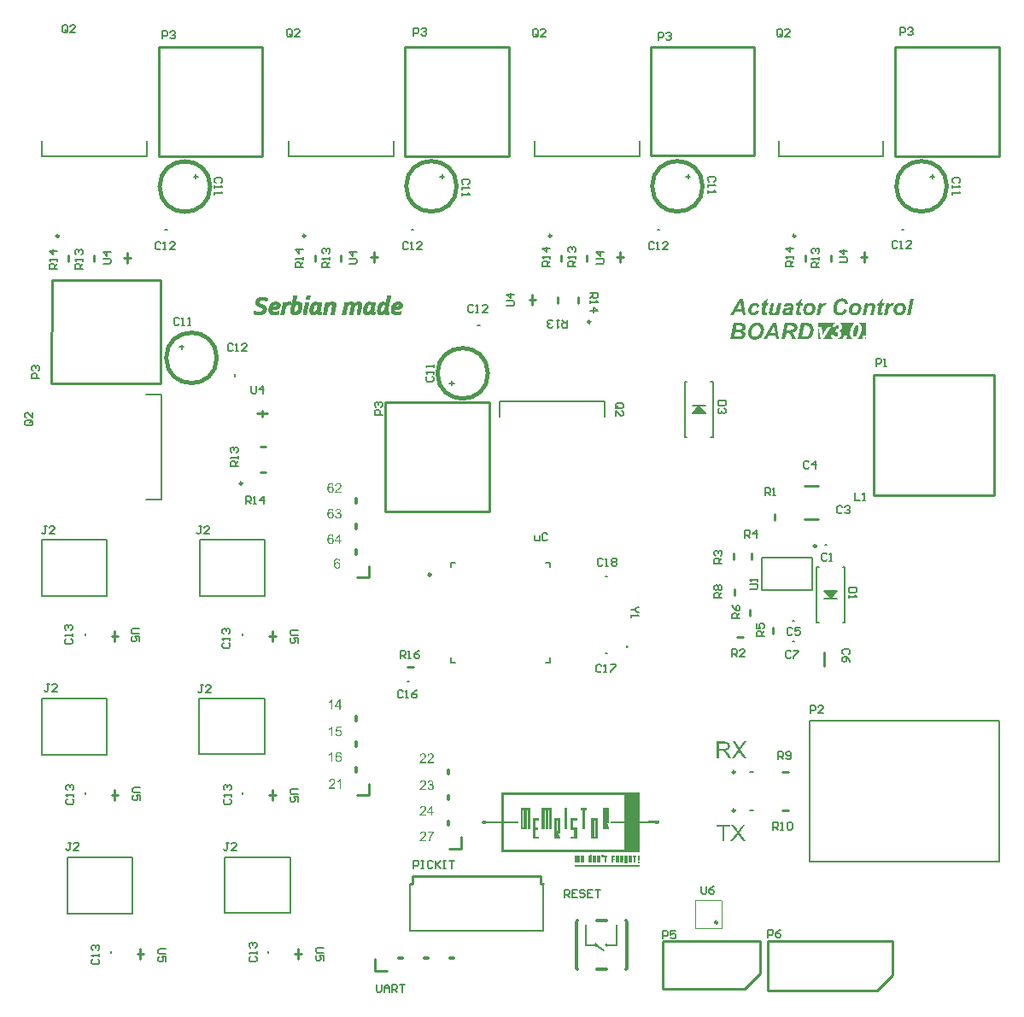
<source format=gto>
G04*
G04 #@! TF.GenerationSoftware,Altium Limited,Altium Designer,20.1.7 (139)*
G04*
G04 Layer_Color=13684944*
%FSLAX44Y44*%
%MOMM*%
G71*
G04*
G04 #@! TF.SameCoordinates,741834D1-4314-455D-B734-137E6C24AB52*
G04*
G04*
G04 #@! TF.FilePolarity,Positive*
G04*
G01*
G75*
%ADD10C,0.2500*%
%ADD11C,0.4064*%
%ADD12C,0.2540*%
%ADD13C,0.3048*%
%ADD14C,0.2032*%
%ADD15C,0.1270*%
%ADD16C,0.0254*%
%ADD17C,0.2000*%
%ADD18C,0.0508*%
G36*
X1884570Y719722D02*
X1884659D01*
X1884778Y719707D01*
X1885045Y719663D01*
X1885343Y719574D01*
X1885655Y719455D01*
X1885967Y719306D01*
X1886115Y719202D01*
X1886264Y719083D01*
X1886279D01*
X1886293Y719053D01*
X1886383Y718964D01*
X1886502Y718816D01*
X1886650Y718623D01*
X1886814Y718370D01*
X1886947Y718073D01*
X1887081Y717716D01*
X1887155Y717315D01*
X1885967Y717226D01*
Y717241D01*
Y717255D01*
X1885937Y717345D01*
X1885892Y717464D01*
X1885848Y717612D01*
X1885699Y717954D01*
X1885610Y718102D01*
X1885506Y718236D01*
X1885491Y718266D01*
X1885417Y718325D01*
X1885313Y718400D01*
X1885179Y718504D01*
X1885001Y718593D01*
X1884793Y718682D01*
X1884555Y718741D01*
X1884302Y718756D01*
X1884198D01*
X1884094Y718741D01*
X1883961Y718712D01*
X1883797Y718682D01*
X1883619Y718623D01*
X1883456Y718533D01*
X1883277Y718429D01*
X1883247Y718415D01*
X1883188Y718355D01*
X1883084Y718251D01*
X1882965Y718117D01*
X1882816Y717954D01*
X1882668Y717746D01*
X1882519Y717493D01*
X1882386Y717211D01*
Y717196D01*
X1882371Y717181D01*
X1882356Y717122D01*
X1882341Y717062D01*
X1882311Y716988D01*
X1882282Y716884D01*
X1882252Y716765D01*
X1882222Y716631D01*
X1882193Y716483D01*
X1882163Y716319D01*
X1882133Y716126D01*
X1882103Y715933D01*
X1882088Y715710D01*
X1882074Y715472D01*
X1882059Y715220D01*
Y714967D01*
X1882074Y714982D01*
X1882133Y715056D01*
X1882222Y715175D01*
X1882356Y715324D01*
X1882504Y715487D01*
X1882683Y715651D01*
X1882891Y715799D01*
X1883114Y715933D01*
X1883143Y715948D01*
X1883218Y715978D01*
X1883351Y716037D01*
X1883515Y716096D01*
X1883708Y716156D01*
X1883931Y716215D01*
X1884169Y716245D01*
X1884421Y716260D01*
X1884540D01*
X1884629Y716245D01*
X1884733Y716230D01*
X1884852Y716215D01*
X1885134Y716156D01*
X1885447Y716037D01*
X1885625Y715978D01*
X1885788Y715889D01*
X1885967Y715784D01*
X1886145Y715666D01*
X1886308Y715532D01*
X1886472Y715368D01*
X1886487Y715353D01*
X1886502Y715324D01*
X1886546Y715279D01*
X1886606Y715205D01*
X1886665Y715116D01*
X1886739Y715012D01*
X1886814Y714893D01*
X1886903Y714759D01*
X1886977Y714596D01*
X1887051Y714432D01*
X1887126Y714239D01*
X1887185Y714046D01*
X1887245Y713823D01*
X1887289Y713600D01*
X1887304Y713348D01*
X1887319Y713095D01*
Y713080D01*
Y713050D01*
Y713006D01*
Y712946D01*
X1887304Y712857D01*
Y712768D01*
X1887274Y712530D01*
X1887215Y712278D01*
X1887155Y711981D01*
X1887051Y711683D01*
X1886918Y711386D01*
Y711371D01*
X1886903Y711357D01*
X1886873Y711312D01*
X1886843Y711253D01*
X1886754Y711119D01*
X1886635Y710940D01*
X1886472Y710747D01*
X1886279Y710554D01*
X1886071Y710361D01*
X1885818Y710183D01*
X1885788Y710168D01*
X1885699Y710123D01*
X1885551Y710049D01*
X1885372Y709975D01*
X1885134Y709900D01*
X1884867Y709826D01*
X1884570Y709781D01*
X1884258Y709767D01*
X1884198D01*
X1884109Y709781D01*
X1884005D01*
X1883886Y709796D01*
X1883738Y709826D01*
X1883574Y709856D01*
X1883396Y709900D01*
X1883203Y709960D01*
X1882995Y710034D01*
X1882802Y710123D01*
X1882594Y710227D01*
X1882386Y710361D01*
X1882178Y710509D01*
X1881984Y710673D01*
X1881806Y710866D01*
X1881791Y710881D01*
X1881761Y710926D01*
X1881717Y710985D01*
X1881658Y711074D01*
X1881583Y711193D01*
X1881509Y711342D01*
X1881420Y711520D01*
X1881346Y711728D01*
X1881256Y711966D01*
X1881167Y712233D01*
X1881093Y712530D01*
X1881019Y712857D01*
X1880959Y713214D01*
X1880915Y713615D01*
X1880885Y714031D01*
X1880870Y714492D01*
Y714507D01*
Y714521D01*
Y714566D01*
Y714611D01*
Y714759D01*
X1880885Y714952D01*
X1880900Y715190D01*
X1880929Y715458D01*
X1880959Y715755D01*
X1881004Y716067D01*
X1881048Y716408D01*
X1881123Y716750D01*
X1881212Y717092D01*
X1881316Y717419D01*
X1881435Y717761D01*
X1881568Y718058D01*
X1881732Y718355D01*
X1881910Y718608D01*
X1881925Y718623D01*
X1881955Y718652D01*
X1881999Y718712D01*
X1882074Y718786D01*
X1882178Y718875D01*
X1882282Y718964D01*
X1882415Y719068D01*
X1882564Y719172D01*
X1882727Y719276D01*
X1882921Y719380D01*
X1883114Y719470D01*
X1883337Y719559D01*
X1883574Y719633D01*
X1883827Y719692D01*
X1884094Y719722D01*
X1884377Y719737D01*
X1884481D01*
X1884570Y719722D01*
D02*
G37*
G36*
X1891970D02*
X1892088Y719707D01*
X1892222Y719692D01*
X1892371Y719678D01*
X1892534Y719633D01*
X1892891Y719544D01*
X1893262Y719410D01*
X1893456Y719321D01*
X1893634Y719217D01*
X1893797Y719083D01*
X1893961Y718949D01*
X1893976Y718935D01*
X1893990Y718920D01*
X1894035Y718875D01*
X1894095Y718816D01*
X1894154Y718727D01*
X1894228Y718637D01*
X1894377Y718415D01*
X1894525Y718132D01*
X1894659Y717805D01*
X1894763Y717434D01*
X1894778Y717226D01*
X1894793Y717018D01*
Y716988D01*
Y716914D01*
X1894778Y716795D01*
X1894763Y716646D01*
X1894733Y716468D01*
X1894689Y716275D01*
X1894629Y716067D01*
X1894540Y715859D01*
X1894525Y715829D01*
X1894496Y715755D01*
X1894436Y715651D01*
X1894347Y715502D01*
X1894243Y715324D01*
X1894109Y715116D01*
X1893931Y714908D01*
X1893738Y714670D01*
X1893708Y714640D01*
X1893634Y714551D01*
X1893500Y714417D01*
X1893411Y714328D01*
X1893307Y714224D01*
X1893188Y714105D01*
X1893040Y713972D01*
X1892891Y713838D01*
X1892728Y713674D01*
X1892549Y713511D01*
X1892341Y713333D01*
X1892133Y713154D01*
X1891895Y712946D01*
X1891880Y712932D01*
X1891851Y712902D01*
X1891791Y712857D01*
X1891717Y712798D01*
X1891539Y712649D01*
X1891316Y712456D01*
X1891093Y712248D01*
X1890855Y712040D01*
X1890662Y711862D01*
X1890588Y711787D01*
X1890513Y711713D01*
X1890499Y711698D01*
X1890469Y711654D01*
X1890410Y711594D01*
X1890335Y711505D01*
X1890172Y711312D01*
X1890008Y711074D01*
X1894808D01*
Y709930D01*
X1888344D01*
Y709945D01*
Y710004D01*
Y710093D01*
X1888359Y710198D01*
X1888374Y710316D01*
X1888389Y710450D01*
X1888433Y710599D01*
X1888478Y710747D01*
Y710762D01*
X1888493Y710777D01*
X1888522Y710866D01*
X1888582Y710985D01*
X1888671Y711163D01*
X1888775Y711357D01*
X1888924Y711579D01*
X1889072Y711802D01*
X1889265Y712040D01*
Y712055D01*
X1889295Y712070D01*
X1889369Y712159D01*
X1889488Y712293D01*
X1889666Y712471D01*
X1889889Y712679D01*
X1890157Y712932D01*
X1890484Y713214D01*
X1890840Y713526D01*
X1890855Y713541D01*
X1890915Y713585D01*
X1890989Y713645D01*
X1891093Y713749D01*
X1891227Y713853D01*
X1891375Y713987D01*
X1891702Y714269D01*
X1892059Y714611D01*
X1892415Y714952D01*
X1892594Y715116D01*
X1892742Y715279D01*
X1892876Y715443D01*
X1892995Y715591D01*
Y715606D01*
X1893025Y715621D01*
X1893054Y715666D01*
X1893084Y715725D01*
X1893173Y715874D01*
X1893277Y716067D01*
X1893381Y716290D01*
X1893470Y716527D01*
X1893530Y716795D01*
X1893560Y717048D01*
Y717062D01*
Y717077D01*
X1893545Y717166D01*
X1893530Y717300D01*
X1893500Y717464D01*
X1893426Y717657D01*
X1893337Y717850D01*
X1893218Y718058D01*
X1893040Y718251D01*
X1893010Y718266D01*
X1892950Y718325D01*
X1892832Y718400D01*
X1892683Y718504D01*
X1892490Y718593D01*
X1892267Y718667D01*
X1891999Y718727D01*
X1891702Y718741D01*
X1891613D01*
X1891554Y718727D01*
X1891405Y718712D01*
X1891212Y718682D01*
X1890989Y718608D01*
X1890751Y718519D01*
X1890528Y718385D01*
X1890320Y718206D01*
X1890305Y718177D01*
X1890246Y718117D01*
X1890157Y717998D01*
X1890068Y717835D01*
X1889964Y717627D01*
X1889889Y717389D01*
X1889830Y717107D01*
X1889800Y716780D01*
X1888567Y716914D01*
Y716929D01*
Y716973D01*
X1888582Y717048D01*
X1888597Y717137D01*
X1888626Y717255D01*
X1888641Y717389D01*
X1888730Y717686D01*
X1888849Y718028D01*
X1889013Y718370D01*
X1889236Y718712D01*
X1889355Y718860D01*
X1889503Y719009D01*
X1889518Y719024D01*
X1889548Y719039D01*
X1889592Y719083D01*
X1889652Y719128D01*
X1889741Y719172D01*
X1889845Y719247D01*
X1889964Y719306D01*
X1890097Y719380D01*
X1890246Y719440D01*
X1890410Y719514D01*
X1890603Y719574D01*
X1890796Y719618D01*
X1891242Y719707D01*
X1891479Y719722D01*
X1891732Y719737D01*
X1891866D01*
X1891970Y719722D01*
D02*
G37*
G36*
X1884570Y694322D02*
X1884659D01*
X1884778Y694307D01*
X1885045Y694263D01*
X1885343Y694174D01*
X1885655Y694055D01*
X1885967Y693906D01*
X1886115Y693802D01*
X1886264Y693683D01*
X1886279D01*
X1886293Y693653D01*
X1886383Y693564D01*
X1886502Y693416D01*
X1886650Y693223D01*
X1886814Y692970D01*
X1886947Y692673D01*
X1887081Y692316D01*
X1887155Y691915D01*
X1885967Y691826D01*
Y691841D01*
Y691855D01*
X1885937Y691945D01*
X1885892Y692064D01*
X1885848Y692212D01*
X1885699Y692554D01*
X1885610Y692702D01*
X1885506Y692836D01*
X1885491Y692866D01*
X1885417Y692925D01*
X1885313Y693000D01*
X1885179Y693104D01*
X1885001Y693193D01*
X1884793Y693282D01*
X1884555Y693341D01*
X1884302Y693356D01*
X1884198D01*
X1884094Y693341D01*
X1883961Y693312D01*
X1883797Y693282D01*
X1883619Y693223D01*
X1883456Y693133D01*
X1883277Y693029D01*
X1883247Y693015D01*
X1883188Y692955D01*
X1883084Y692851D01*
X1882965Y692717D01*
X1882816Y692554D01*
X1882668Y692346D01*
X1882519Y692093D01*
X1882386Y691811D01*
Y691796D01*
X1882371Y691781D01*
X1882356Y691722D01*
X1882341Y691662D01*
X1882311Y691588D01*
X1882282Y691484D01*
X1882252Y691365D01*
X1882222Y691231D01*
X1882193Y691083D01*
X1882163Y690919D01*
X1882133Y690726D01*
X1882103Y690533D01*
X1882088Y690310D01*
X1882074Y690072D01*
X1882059Y689820D01*
Y689567D01*
X1882074Y689582D01*
X1882133Y689656D01*
X1882222Y689775D01*
X1882356Y689924D01*
X1882504Y690087D01*
X1882683Y690251D01*
X1882891Y690399D01*
X1883114Y690533D01*
X1883143Y690548D01*
X1883218Y690578D01*
X1883351Y690637D01*
X1883515Y690696D01*
X1883708Y690756D01*
X1883931Y690815D01*
X1884169Y690845D01*
X1884421Y690860D01*
X1884540D01*
X1884629Y690845D01*
X1884733Y690830D01*
X1884852Y690815D01*
X1885134Y690756D01*
X1885447Y690637D01*
X1885625Y690578D01*
X1885788Y690489D01*
X1885967Y690384D01*
X1886145Y690266D01*
X1886308Y690132D01*
X1886472Y689968D01*
X1886487Y689954D01*
X1886502Y689924D01*
X1886546Y689879D01*
X1886606Y689805D01*
X1886665Y689716D01*
X1886739Y689612D01*
X1886814Y689493D01*
X1886903Y689359D01*
X1886977Y689196D01*
X1887051Y689032D01*
X1887126Y688839D01*
X1887185Y688646D01*
X1887245Y688423D01*
X1887289Y688200D01*
X1887304Y687948D01*
X1887319Y687695D01*
Y687680D01*
Y687650D01*
Y687606D01*
Y687546D01*
X1887304Y687457D01*
Y687368D01*
X1887274Y687130D01*
X1887215Y686878D01*
X1887155Y686581D01*
X1887051Y686283D01*
X1886918Y685986D01*
Y685971D01*
X1886903Y685956D01*
X1886873Y685912D01*
X1886843Y685853D01*
X1886754Y685719D01*
X1886635Y685540D01*
X1886472Y685347D01*
X1886279Y685154D01*
X1886071Y684961D01*
X1885818Y684783D01*
X1885788Y684768D01*
X1885699Y684723D01*
X1885551Y684649D01*
X1885372Y684575D01*
X1885134Y684500D01*
X1884867Y684426D01*
X1884570Y684381D01*
X1884258Y684367D01*
X1884198D01*
X1884109Y684381D01*
X1884005D01*
X1883886Y684396D01*
X1883738Y684426D01*
X1883574Y684456D01*
X1883396Y684500D01*
X1883203Y684560D01*
X1882995Y684634D01*
X1882802Y684723D01*
X1882594Y684827D01*
X1882386Y684961D01*
X1882178Y685109D01*
X1881984Y685273D01*
X1881806Y685466D01*
X1881791Y685481D01*
X1881761Y685526D01*
X1881717Y685585D01*
X1881658Y685674D01*
X1881583Y685793D01*
X1881509Y685942D01*
X1881420Y686120D01*
X1881346Y686328D01*
X1881256Y686566D01*
X1881167Y686833D01*
X1881093Y687130D01*
X1881019Y687457D01*
X1880959Y687814D01*
X1880915Y688215D01*
X1880885Y688631D01*
X1880870Y689092D01*
Y689107D01*
Y689121D01*
Y689166D01*
Y689211D01*
Y689359D01*
X1880885Y689552D01*
X1880900Y689790D01*
X1880929Y690058D01*
X1880959Y690355D01*
X1881004Y690667D01*
X1881048Y691009D01*
X1881123Y691350D01*
X1881212Y691692D01*
X1881316Y692019D01*
X1881435Y692361D01*
X1881568Y692658D01*
X1881732Y692955D01*
X1881910Y693208D01*
X1881925Y693223D01*
X1881955Y693252D01*
X1881999Y693312D01*
X1882074Y693386D01*
X1882178Y693475D01*
X1882282Y693564D01*
X1882415Y693668D01*
X1882564Y693772D01*
X1882727Y693876D01*
X1882921Y693980D01*
X1883114Y694070D01*
X1883337Y694159D01*
X1883574Y694233D01*
X1883827Y694292D01*
X1884094Y694322D01*
X1884377Y694337D01*
X1884481D01*
X1884570Y694322D01*
D02*
G37*
G36*
X1891851D02*
X1892044Y694292D01*
X1892267Y694248D01*
X1892520Y694188D01*
X1892772Y694099D01*
X1893025Y693980D01*
X1893040D01*
X1893054Y693966D01*
X1893143Y693921D01*
X1893262Y693847D01*
X1893411Y693743D01*
X1893574Y693609D01*
X1893753Y693445D01*
X1893916Y693252D01*
X1894065Y693044D01*
X1894080Y693015D01*
X1894124Y692940D01*
X1894184Y692821D01*
X1894243Y692673D01*
X1894303Y692480D01*
X1894362Y692271D01*
X1894406Y692049D01*
X1894421Y691796D01*
Y691766D01*
Y691692D01*
X1894406Y691573D01*
X1894377Y691425D01*
X1894332Y691246D01*
X1894273Y691053D01*
X1894198Y690845D01*
X1894080Y690652D01*
X1894065Y690622D01*
X1894020Y690563D01*
X1893931Y690474D01*
X1893827Y690355D01*
X1893678Y690221D01*
X1893515Y690087D01*
X1893307Y689939D01*
X1893069Y689820D01*
X1893084D01*
X1893114Y689805D01*
X1893158D01*
X1893218Y689775D01*
X1893366Y689731D01*
X1893560Y689641D01*
X1893768Y689538D01*
X1893990Y689389D01*
X1894213Y689211D01*
X1894406Y688988D01*
X1894421Y688958D01*
X1894481Y688869D01*
X1894555Y688735D01*
X1894659Y688557D01*
X1894748Y688334D01*
X1894823Y688066D01*
X1894882Y687754D01*
X1894897Y687413D01*
Y687398D01*
Y687353D01*
Y687294D01*
X1894882Y687205D01*
X1894867Y687086D01*
X1894852Y686967D01*
X1894823Y686818D01*
X1894778Y686670D01*
X1894674Y686328D01*
X1894600Y686135D01*
X1894496Y685956D01*
X1894392Y685778D01*
X1894273Y685600D01*
X1894124Y685422D01*
X1893961Y685243D01*
X1893946Y685228D01*
X1893916Y685199D01*
X1893872Y685169D01*
X1893797Y685109D01*
X1893708Y685035D01*
X1893589Y684961D01*
X1893456Y684887D01*
X1893322Y684812D01*
X1893158Y684723D01*
X1892980Y684649D01*
X1892787Y684575D01*
X1892579Y684500D01*
X1892356Y684441D01*
X1892118Y684411D01*
X1891866Y684381D01*
X1891613Y684367D01*
X1891494D01*
X1891405Y684381D01*
X1891286Y684396D01*
X1891167Y684411D01*
X1891019Y684426D01*
X1890870Y684456D01*
X1890528Y684545D01*
X1890172Y684693D01*
X1889993Y684768D01*
X1889830Y684872D01*
X1889652Y684991D01*
X1889488Y685124D01*
X1889473Y685139D01*
X1889458Y685154D01*
X1889414Y685199D01*
X1889355Y685258D01*
X1889295Y685347D01*
X1889221Y685436D01*
X1889132Y685540D01*
X1889057Y685659D01*
X1888879Y685956D01*
X1888730Y686298D01*
X1888597Y686685D01*
X1888552Y686893D01*
X1888522Y687115D01*
X1889726Y687279D01*
Y687264D01*
X1889741Y687234D01*
Y687175D01*
X1889771Y687115D01*
X1889815Y686937D01*
X1889889Y686714D01*
X1889979Y686477D01*
X1890097Y686224D01*
X1890246Y686001D01*
X1890410Y685808D01*
X1890439Y685793D01*
X1890499Y685734D01*
X1890603Y685674D01*
X1890751Y685585D01*
X1890915Y685511D01*
X1891123Y685436D01*
X1891360Y685377D01*
X1891613Y685362D01*
X1891702D01*
X1891762Y685377D01*
X1891910Y685392D01*
X1892103Y685436D01*
X1892341Y685511D01*
X1892579Y685600D01*
X1892817Y685748D01*
X1893040Y685942D01*
X1893069Y685971D01*
X1893129Y686046D01*
X1893218Y686164D01*
X1893337Y686343D01*
X1893441Y686551D01*
X1893530Y686803D01*
X1893589Y687086D01*
X1893619Y687398D01*
Y687413D01*
Y687428D01*
Y687472D01*
X1893604Y687532D01*
X1893589Y687680D01*
X1893545Y687873D01*
X1893485Y688081D01*
X1893381Y688319D01*
X1893248Y688542D01*
X1893069Y688750D01*
X1893040Y688780D01*
X1892980Y688839D01*
X1892861Y688913D01*
X1892698Y689017D01*
X1892505Y689121D01*
X1892267Y689196D01*
X1892014Y689255D01*
X1891717Y689285D01*
X1891583D01*
X1891479Y689270D01*
X1891360Y689255D01*
X1891212Y689240D01*
X1891048Y689211D01*
X1890870Y689166D01*
X1891004Y690221D01*
X1891078D01*
X1891138Y690206D01*
X1891331D01*
X1891465Y690221D01*
X1891658Y690251D01*
X1891866Y690295D01*
X1892088Y690370D01*
X1892326Y690459D01*
X1892564Y690592D01*
X1892594Y690607D01*
X1892668Y690667D01*
X1892757Y690771D01*
X1892876Y690904D01*
X1892995Y691068D01*
X1893084Y691276D01*
X1893158Y691529D01*
X1893188Y691826D01*
Y691841D01*
Y691855D01*
Y691930D01*
X1893158Y692049D01*
X1893129Y692212D01*
X1893084Y692376D01*
X1892995Y692554D01*
X1892891Y692747D01*
X1892742Y692911D01*
X1892728Y692925D01*
X1892668Y692985D01*
X1892564Y693059D01*
X1892430Y693133D01*
X1892267Y693223D01*
X1892074Y693282D01*
X1891851Y693341D01*
X1891598Y693356D01*
X1891479D01*
X1891346Y693326D01*
X1891197Y693297D01*
X1891004Y693252D01*
X1890811Y693163D01*
X1890618Y693059D01*
X1890424Y692911D01*
X1890410Y692896D01*
X1890350Y692836D01*
X1890276Y692732D01*
X1890187Y692584D01*
X1890083Y692405D01*
X1889993Y692182D01*
X1889904Y691915D01*
X1889845Y691603D01*
X1888641Y691811D01*
Y691826D01*
X1888656Y691870D01*
X1888671Y691930D01*
X1888686Y692004D01*
X1888716Y692108D01*
X1888745Y692227D01*
X1888849Y692494D01*
X1888968Y692792D01*
X1889147Y693104D01*
X1889355Y693401D01*
X1889622Y693668D01*
X1889637Y693683D01*
X1889652Y693698D01*
X1889696Y693728D01*
X1889771Y693772D01*
X1889845Y693817D01*
X1889934Y693876D01*
X1890157Y694010D01*
X1890439Y694129D01*
X1890781Y694233D01*
X1891152Y694307D01*
X1891360Y694337D01*
X1891702D01*
X1891851Y694322D01*
D02*
G37*
G36*
X1884570Y668922D02*
X1884659D01*
X1884778Y668907D01*
X1885045Y668863D01*
X1885343Y668773D01*
X1885655Y668655D01*
X1885967Y668506D01*
X1886115Y668402D01*
X1886264Y668283D01*
X1886279D01*
X1886293Y668253D01*
X1886383Y668164D01*
X1886502Y668016D01*
X1886650Y667822D01*
X1886814Y667570D01*
X1886947Y667273D01*
X1887081Y666916D01*
X1887155Y666515D01*
X1885967Y666426D01*
Y666441D01*
Y666456D01*
X1885937Y666545D01*
X1885892Y666664D01*
X1885848Y666812D01*
X1885699Y667154D01*
X1885610Y667302D01*
X1885506Y667436D01*
X1885491Y667466D01*
X1885417Y667525D01*
X1885313Y667600D01*
X1885179Y667704D01*
X1885001Y667793D01*
X1884793Y667882D01*
X1884555Y667941D01*
X1884302Y667956D01*
X1884198D01*
X1884094Y667941D01*
X1883961Y667912D01*
X1883797Y667882D01*
X1883619Y667822D01*
X1883456Y667733D01*
X1883277Y667629D01*
X1883247Y667615D01*
X1883188Y667555D01*
X1883084Y667451D01*
X1882965Y667317D01*
X1882816Y667154D01*
X1882668Y666946D01*
X1882519Y666693D01*
X1882386Y666411D01*
Y666396D01*
X1882371Y666381D01*
X1882356Y666322D01*
X1882341Y666262D01*
X1882311Y666188D01*
X1882282Y666084D01*
X1882252Y665965D01*
X1882222Y665831D01*
X1882193Y665683D01*
X1882163Y665519D01*
X1882133Y665326D01*
X1882103Y665133D01*
X1882088Y664910D01*
X1882074Y664672D01*
X1882059Y664420D01*
Y664167D01*
X1882074Y664182D01*
X1882133Y664256D01*
X1882222Y664375D01*
X1882356Y664524D01*
X1882504Y664687D01*
X1882683Y664851D01*
X1882891Y664999D01*
X1883114Y665133D01*
X1883143Y665148D01*
X1883218Y665178D01*
X1883351Y665237D01*
X1883515Y665296D01*
X1883708Y665356D01*
X1883931Y665415D01*
X1884169Y665445D01*
X1884421Y665460D01*
X1884540D01*
X1884629Y665445D01*
X1884733Y665430D01*
X1884852Y665415D01*
X1885134Y665356D01*
X1885447Y665237D01*
X1885625Y665178D01*
X1885788Y665089D01*
X1885967Y664984D01*
X1886145Y664866D01*
X1886308Y664732D01*
X1886472Y664568D01*
X1886487Y664554D01*
X1886502Y664524D01*
X1886546Y664479D01*
X1886606Y664405D01*
X1886665Y664316D01*
X1886739Y664212D01*
X1886814Y664093D01*
X1886903Y663959D01*
X1886977Y663796D01*
X1887051Y663632D01*
X1887126Y663439D01*
X1887185Y663246D01*
X1887245Y663023D01*
X1887289Y662800D01*
X1887304Y662548D01*
X1887319Y662295D01*
Y662280D01*
Y662250D01*
Y662206D01*
Y662146D01*
X1887304Y662057D01*
Y661968D01*
X1887274Y661730D01*
X1887215Y661478D01*
X1887155Y661180D01*
X1887051Y660883D01*
X1886918Y660586D01*
Y660571D01*
X1886903Y660556D01*
X1886873Y660512D01*
X1886843Y660452D01*
X1886754Y660319D01*
X1886635Y660140D01*
X1886472Y659947D01*
X1886279Y659754D01*
X1886071Y659561D01*
X1885818Y659383D01*
X1885788Y659368D01*
X1885699Y659323D01*
X1885551Y659249D01*
X1885372Y659175D01*
X1885134Y659100D01*
X1884867Y659026D01*
X1884570Y658981D01*
X1884258Y658967D01*
X1884198D01*
X1884109Y658981D01*
X1884005D01*
X1883886Y658996D01*
X1883738Y659026D01*
X1883574Y659056D01*
X1883396Y659100D01*
X1883203Y659160D01*
X1882995Y659234D01*
X1882802Y659323D01*
X1882594Y659427D01*
X1882386Y659561D01*
X1882178Y659709D01*
X1881984Y659873D01*
X1881806Y660066D01*
X1881791Y660081D01*
X1881761Y660126D01*
X1881717Y660185D01*
X1881658Y660274D01*
X1881583Y660393D01*
X1881509Y660542D01*
X1881420Y660720D01*
X1881346Y660928D01*
X1881256Y661166D01*
X1881167Y661433D01*
X1881093Y661730D01*
X1881019Y662057D01*
X1880959Y662414D01*
X1880915Y662815D01*
X1880885Y663231D01*
X1880870Y663692D01*
Y663707D01*
Y663721D01*
Y663766D01*
Y663811D01*
Y663959D01*
X1880885Y664152D01*
X1880900Y664390D01*
X1880929Y664658D01*
X1880959Y664955D01*
X1881004Y665267D01*
X1881048Y665609D01*
X1881123Y665950D01*
X1881212Y666292D01*
X1881316Y666619D01*
X1881435Y666961D01*
X1881568Y667258D01*
X1881732Y667555D01*
X1881910Y667808D01*
X1881925Y667822D01*
X1881955Y667852D01*
X1881999Y667912D01*
X1882074Y667986D01*
X1882178Y668075D01*
X1882282Y668164D01*
X1882415Y668268D01*
X1882564Y668372D01*
X1882727Y668476D01*
X1882921Y668580D01*
X1883114Y668670D01*
X1883337Y668759D01*
X1883574Y668833D01*
X1883827Y668892D01*
X1884094Y668922D01*
X1884377Y668937D01*
X1884481D01*
X1884570Y668922D01*
D02*
G37*
G36*
X1893545Y662562D02*
X1894867D01*
Y661463D01*
X1893545D01*
Y659130D01*
X1892341D01*
Y661463D01*
X1888106D01*
Y662562D01*
X1892564Y668877D01*
X1893545D01*
Y662562D01*
D02*
G37*
G36*
X1890920Y644792D02*
X1891009D01*
X1891128Y644777D01*
X1891395Y644733D01*
X1891693Y644643D01*
X1892005Y644525D01*
X1892317Y644376D01*
X1892465Y644272D01*
X1892614Y644153D01*
X1892629D01*
X1892643Y644123D01*
X1892733Y644034D01*
X1892852Y643886D01*
X1893000Y643692D01*
X1893164Y643440D01*
X1893297Y643143D01*
X1893431Y642786D01*
X1893505Y642385D01*
X1892317Y642296D01*
Y642311D01*
Y642326D01*
X1892287Y642415D01*
X1892242Y642533D01*
X1892198Y642682D01*
X1892049Y643024D01*
X1891960Y643172D01*
X1891856Y643306D01*
X1891841Y643336D01*
X1891767Y643395D01*
X1891663Y643470D01*
X1891529Y643574D01*
X1891351Y643663D01*
X1891143Y643752D01*
X1890905Y643811D01*
X1890652Y643826D01*
X1890548D01*
X1890444Y643811D01*
X1890311Y643782D01*
X1890147Y643752D01*
X1889969Y643692D01*
X1889805Y643603D01*
X1889627Y643499D01*
X1889597Y643484D01*
X1889538Y643425D01*
X1889434Y643321D01*
X1889315Y643187D01*
X1889167Y643024D01*
X1889018Y642816D01*
X1888869Y642563D01*
X1888736Y642281D01*
Y642266D01*
X1888721Y642251D01*
X1888706Y642192D01*
X1888691Y642132D01*
X1888661Y642058D01*
X1888632Y641954D01*
X1888602Y641835D01*
X1888572Y641701D01*
X1888542Y641553D01*
X1888513Y641389D01*
X1888483Y641196D01*
X1888453Y641003D01*
X1888438Y640780D01*
X1888424Y640542D01*
X1888409Y640290D01*
Y640037D01*
X1888424Y640052D01*
X1888483Y640126D01*
X1888572Y640245D01*
X1888706Y640394D01*
X1888855Y640557D01*
X1889033Y640721D01*
X1889241Y640869D01*
X1889464Y641003D01*
X1889493Y641018D01*
X1889568Y641048D01*
X1889702Y641107D01*
X1889865Y641167D01*
X1890058Y641226D01*
X1890281Y641285D01*
X1890519Y641315D01*
X1890771Y641330D01*
X1890890D01*
X1890979Y641315D01*
X1891083Y641300D01*
X1891202Y641285D01*
X1891485Y641226D01*
X1891797Y641107D01*
X1891975Y641048D01*
X1892138Y640958D01*
X1892317Y640854D01*
X1892495Y640736D01*
X1892658Y640602D01*
X1892822Y640438D01*
X1892837Y640424D01*
X1892852Y640394D01*
X1892896Y640349D01*
X1892956Y640275D01*
X1893015Y640186D01*
X1893089Y640082D01*
X1893164Y639963D01*
X1893253Y639829D01*
X1893327Y639666D01*
X1893401Y639502D01*
X1893476Y639309D01*
X1893535Y639116D01*
X1893595Y638893D01*
X1893639Y638670D01*
X1893654Y638418D01*
X1893669Y638165D01*
Y638150D01*
Y638120D01*
Y638076D01*
Y638016D01*
X1893654Y637927D01*
Y637838D01*
X1893624Y637600D01*
X1893565Y637348D01*
X1893505Y637051D01*
X1893401Y636753D01*
X1893268Y636456D01*
Y636441D01*
X1893253Y636427D01*
X1893223Y636382D01*
X1893193Y636323D01*
X1893104Y636189D01*
X1892985Y636010D01*
X1892822Y635817D01*
X1892629Y635624D01*
X1892421Y635431D01*
X1892168Y635253D01*
X1892138Y635238D01*
X1892049Y635193D01*
X1891901Y635119D01*
X1891722Y635045D01*
X1891485Y634970D01*
X1891217Y634896D01*
X1890920Y634851D01*
X1890608Y634837D01*
X1890548D01*
X1890459Y634851D01*
X1890355D01*
X1890236Y634866D01*
X1890088Y634896D01*
X1889924Y634926D01*
X1889746Y634970D01*
X1889553Y635030D01*
X1889345Y635104D01*
X1889152Y635193D01*
X1888944Y635297D01*
X1888736Y635431D01*
X1888528Y635579D01*
X1888334Y635743D01*
X1888156Y635936D01*
X1888141Y635951D01*
X1888112Y635996D01*
X1888067Y636055D01*
X1888008Y636144D01*
X1887933Y636263D01*
X1887859Y636412D01*
X1887770Y636590D01*
X1887695Y636798D01*
X1887606Y637036D01*
X1887517Y637303D01*
X1887443Y637600D01*
X1887369Y637927D01*
X1887309Y638284D01*
X1887265Y638685D01*
X1887235Y639101D01*
X1887220Y639562D01*
Y639577D01*
Y639591D01*
Y639636D01*
Y639681D01*
Y639829D01*
X1887235Y640022D01*
X1887250Y640260D01*
X1887279Y640527D01*
X1887309Y640825D01*
X1887354Y641137D01*
X1887398Y641479D01*
X1887473Y641820D01*
X1887562Y642162D01*
X1887666Y642489D01*
X1887785Y642831D01*
X1887918Y643128D01*
X1888082Y643425D01*
X1888260Y643678D01*
X1888275Y643692D01*
X1888305Y643722D01*
X1888349Y643782D01*
X1888424Y643856D01*
X1888528Y643945D01*
X1888632Y644034D01*
X1888765Y644138D01*
X1888914Y644242D01*
X1889077Y644346D01*
X1889270Y644450D01*
X1889464Y644539D01*
X1889687Y644629D01*
X1889924Y644703D01*
X1890177Y644762D01*
X1890444Y644792D01*
X1890727Y644807D01*
X1890831D01*
X1890920Y644792D01*
D02*
G37*
G36*
X1893834Y498732D02*
X1895157D01*
Y497633D01*
X1893834D01*
Y495300D01*
X1892630D01*
Y497633D01*
X1888396D01*
Y498732D01*
X1892853Y505047D01*
X1893834D01*
Y498732D01*
D02*
G37*
G36*
X1885736Y495300D02*
X1884532D01*
Y502938D01*
X1884517Y502923D01*
X1884458Y502863D01*
X1884354Y502789D01*
X1884220Y502685D01*
X1884057Y502551D01*
X1883864Y502417D01*
X1883641Y502254D01*
X1883388Y502105D01*
X1883373D01*
X1883358Y502091D01*
X1883269Y502031D01*
X1883136Y501957D01*
X1882972Y501868D01*
X1882779Y501764D01*
X1882571Y501674D01*
X1882348Y501571D01*
X1882140Y501481D01*
Y502655D01*
X1882155D01*
X1882185Y502670D01*
X1882244Y502700D01*
X1882303Y502744D01*
X1882393Y502789D01*
X1882497Y502834D01*
X1882734Y502967D01*
X1883002Y503131D01*
X1883299Y503324D01*
X1883596Y503547D01*
X1883878Y503784D01*
X1883893Y503799D01*
X1883908Y503814D01*
X1883997Y503903D01*
X1884131Y504037D01*
X1884295Y504201D01*
X1884473Y504409D01*
X1884651Y504632D01*
X1884815Y504869D01*
X1884948Y505107D01*
X1885736D01*
Y495300D01*
D02*
G37*
G36*
X1894800Y477100D02*
X1890907D01*
X1890372Y474470D01*
X1890387Y474484D01*
X1890417Y474499D01*
X1890461Y474529D01*
X1890520Y474574D01*
X1890610Y474618D01*
X1890699Y474663D01*
X1890936Y474782D01*
X1891204Y474901D01*
X1891516Y474990D01*
X1891858Y475064D01*
X1892214Y475094D01*
X1892333D01*
X1892422Y475079D01*
X1892541Y475064D01*
X1892660Y475049D01*
X1892809Y475019D01*
X1892957Y474990D01*
X1893299Y474871D01*
X1893477Y474811D01*
X1893656Y474722D01*
X1893849Y474618D01*
X1894027Y474499D01*
X1894205Y474366D01*
X1894369Y474202D01*
X1894384Y474187D01*
X1894413Y474157D01*
X1894458Y474113D01*
X1894503Y474039D01*
X1894577Y473950D01*
X1894651Y473845D01*
X1894726Y473727D01*
X1894815Y473593D01*
X1894904Y473429D01*
X1894978Y473266D01*
X1895052Y473073D01*
X1895127Y472880D01*
X1895171Y472657D01*
X1895216Y472434D01*
X1895246Y472181D01*
X1895260Y471929D01*
Y471914D01*
Y471869D01*
Y471795D01*
X1895246Y471706D01*
X1895231Y471587D01*
X1895216Y471453D01*
X1895201Y471305D01*
X1895171Y471141D01*
X1895067Y470785D01*
X1894934Y470413D01*
X1894844Y470205D01*
X1894740Y470012D01*
X1894622Y469819D01*
X1894488Y469640D01*
X1894473Y469626D01*
X1894443Y469596D01*
X1894384Y469536D01*
X1894310Y469462D01*
X1894220Y469373D01*
X1894102Y469269D01*
X1893968Y469165D01*
X1893804Y469061D01*
X1893641Y468942D01*
X1893448Y468838D01*
X1893225Y468734D01*
X1893002Y468645D01*
X1892749Y468571D01*
X1892497Y468511D01*
X1892214Y468481D01*
X1891917Y468467D01*
X1891783D01*
X1891694Y468481D01*
X1891590Y468496D01*
X1891457Y468511D01*
X1891308Y468526D01*
X1891145Y468556D01*
X1890803Y468645D01*
X1890446Y468779D01*
X1890268Y468868D01*
X1890090Y468972D01*
X1889911Y469076D01*
X1889748Y469210D01*
X1889733Y469224D01*
X1889718Y469239D01*
X1889673Y469284D01*
X1889614Y469343D01*
X1889555Y469417D01*
X1889480Y469507D01*
X1889406Y469611D01*
X1889317Y469730D01*
X1889153Y470012D01*
X1888990Y470354D01*
X1888871Y470740D01*
X1888826Y470963D01*
X1888797Y471186D01*
X1890060Y471275D01*
Y471260D01*
Y471230D01*
X1890075Y471186D01*
X1890090Y471126D01*
X1890134Y470963D01*
X1890194Y470755D01*
X1890268Y470532D01*
X1890387Y470309D01*
X1890520Y470086D01*
X1890699Y469893D01*
X1890728Y469878D01*
X1890788Y469819D01*
X1890892Y469759D01*
X1891040Y469670D01*
X1891219Y469596D01*
X1891427Y469521D01*
X1891665Y469462D01*
X1891917Y469447D01*
X1892006D01*
X1892066Y469462D01*
X1892229Y469477D01*
X1892437Y469521D01*
X1892660Y469611D01*
X1892913Y469715D01*
X1893150Y469878D01*
X1893269Y469967D01*
X1893388Y470086D01*
Y470101D01*
X1893418Y470116D01*
X1893477Y470205D01*
X1893581Y470354D01*
X1893685Y470547D01*
X1893790Y470799D01*
X1893893Y471097D01*
X1893953Y471438D01*
X1893983Y471825D01*
Y471839D01*
Y471869D01*
Y471929D01*
X1893968Y471988D01*
Y472077D01*
X1893953Y472181D01*
X1893908Y472419D01*
X1893849Y472672D01*
X1893745Y472939D01*
X1893596Y473207D01*
X1893403Y473444D01*
X1893373Y473474D01*
X1893299Y473534D01*
X1893180Y473638D01*
X1893002Y473741D01*
X1892794Y473845D01*
X1892526Y473950D01*
X1892229Y474009D01*
X1891902Y474039D01*
X1891798D01*
X1891694Y474024D01*
X1891546Y474009D01*
X1891382Y473964D01*
X1891204Y473920D01*
X1891026Y473845D01*
X1890847Y473756D01*
X1890833Y473741D01*
X1890773Y473712D01*
X1890684Y473652D01*
X1890580Y473578D01*
X1890476Y473474D01*
X1890357Y473355D01*
X1890238Y473221D01*
X1890134Y473073D01*
X1889005Y473236D01*
X1889956Y478244D01*
X1894800D01*
Y477100D01*
D02*
G37*
G36*
X1885736Y468630D02*
X1884532D01*
Y476268D01*
X1884517Y476253D01*
X1884458Y476193D01*
X1884354Y476119D01*
X1884220Y476015D01*
X1884057Y475881D01*
X1883864Y475747D01*
X1883641Y475584D01*
X1883388Y475435D01*
X1883373D01*
X1883358Y475421D01*
X1883269Y475361D01*
X1883136Y475287D01*
X1882972Y475198D01*
X1882779Y475094D01*
X1882571Y475005D01*
X1882348Y474901D01*
X1882140Y474811D01*
Y475985D01*
X1882155D01*
X1882185Y476000D01*
X1882244Y476030D01*
X1882303Y476074D01*
X1882393Y476119D01*
X1882497Y476163D01*
X1882734Y476297D01*
X1883002Y476461D01*
X1883299Y476654D01*
X1883596Y476877D01*
X1883878Y477114D01*
X1883893Y477129D01*
X1883908Y477144D01*
X1883997Y477233D01*
X1884131Y477367D01*
X1884295Y477531D01*
X1884473Y477739D01*
X1884651Y477962D01*
X1884815Y478199D01*
X1884948Y478437D01*
X1885736D01*
Y468630D01*
D02*
G37*
G36*
X1892437Y453022D02*
X1892526D01*
X1892645Y453007D01*
X1892913Y452963D01*
X1893210Y452873D01*
X1893522Y452755D01*
X1893834Y452606D01*
X1893983Y452502D01*
X1894131Y452383D01*
X1894146D01*
X1894161Y452353D01*
X1894250Y452264D01*
X1894369Y452116D01*
X1894518Y451922D01*
X1894681Y451670D01*
X1894815Y451373D01*
X1894948Y451016D01*
X1895023Y450615D01*
X1893834Y450526D01*
Y450541D01*
Y450555D01*
X1893804Y450645D01*
X1893760Y450764D01*
X1893715Y450912D01*
X1893567Y451254D01*
X1893477Y451402D01*
X1893373Y451536D01*
X1893358Y451566D01*
X1893284Y451625D01*
X1893180Y451700D01*
X1893047Y451804D01*
X1892868Y451893D01*
X1892660Y451982D01*
X1892422Y452041D01*
X1892170Y452056D01*
X1892066D01*
X1891962Y452041D01*
X1891828Y452012D01*
X1891665Y451982D01*
X1891486Y451922D01*
X1891323Y451833D01*
X1891145Y451729D01*
X1891115Y451715D01*
X1891055Y451655D01*
X1890951Y451551D01*
X1890833Y451417D01*
X1890684Y451254D01*
X1890535Y451046D01*
X1890387Y450793D01*
X1890253Y450511D01*
Y450496D01*
X1890238Y450481D01*
X1890223Y450422D01*
X1890208Y450362D01*
X1890179Y450288D01*
X1890149Y450184D01*
X1890119Y450065D01*
X1890090Y449931D01*
X1890060Y449783D01*
X1890030Y449619D01*
X1890000Y449426D01*
X1889971Y449233D01*
X1889956Y449010D01*
X1889941Y448772D01*
X1889926Y448520D01*
Y448267D01*
X1889941Y448282D01*
X1890000Y448356D01*
X1890090Y448475D01*
X1890223Y448624D01*
X1890372Y448787D01*
X1890550Y448951D01*
X1890758Y449099D01*
X1890981Y449233D01*
X1891011Y449248D01*
X1891085Y449278D01*
X1891219Y449337D01*
X1891382Y449397D01*
X1891575Y449456D01*
X1891798Y449515D01*
X1892036Y449545D01*
X1892289Y449560D01*
X1892408D01*
X1892497Y449545D01*
X1892601Y449530D01*
X1892720Y449515D01*
X1893002Y449456D01*
X1893314Y449337D01*
X1893492Y449278D01*
X1893656Y449188D01*
X1893834Y449084D01*
X1894012Y448966D01*
X1894176Y448832D01*
X1894339Y448668D01*
X1894354Y448653D01*
X1894369Y448624D01*
X1894413Y448579D01*
X1894473Y448505D01*
X1894532Y448416D01*
X1894607Y448312D01*
X1894681Y448193D01*
X1894770Y448059D01*
X1894844Y447896D01*
X1894919Y447732D01*
X1894993Y447539D01*
X1895052Y447346D01*
X1895112Y447123D01*
X1895157Y446900D01*
X1895171Y446648D01*
X1895186Y446395D01*
Y446380D01*
Y446350D01*
Y446306D01*
Y446246D01*
X1895171Y446157D01*
Y446068D01*
X1895142Y445830D01*
X1895082Y445578D01*
X1895023Y445280D01*
X1894919Y444983D01*
X1894785Y444686D01*
Y444671D01*
X1894770Y444656D01*
X1894740Y444612D01*
X1894711Y444552D01*
X1894622Y444419D01*
X1894503Y444240D01*
X1894339Y444047D01*
X1894146Y443854D01*
X1893938Y443661D01*
X1893685Y443483D01*
X1893656Y443468D01*
X1893567Y443423D01*
X1893418Y443349D01*
X1893240Y443275D01*
X1893002Y443200D01*
X1892735Y443126D01*
X1892437Y443081D01*
X1892125Y443067D01*
X1892066D01*
X1891977Y443081D01*
X1891873D01*
X1891754Y443096D01*
X1891605Y443126D01*
X1891442Y443156D01*
X1891263Y443200D01*
X1891070Y443260D01*
X1890862Y443334D01*
X1890669Y443423D01*
X1890461Y443527D01*
X1890253Y443661D01*
X1890045Y443810D01*
X1889852Y443973D01*
X1889673Y444166D01*
X1889659Y444181D01*
X1889629Y444226D01*
X1889584Y444285D01*
X1889525Y444374D01*
X1889451Y444493D01*
X1889376Y444642D01*
X1889287Y444820D01*
X1889213Y445028D01*
X1889124Y445266D01*
X1889035Y445533D01*
X1888960Y445830D01*
X1888886Y446157D01*
X1888826Y446514D01*
X1888782Y446915D01*
X1888752Y447331D01*
X1888737Y447792D01*
Y447807D01*
Y447821D01*
Y447866D01*
Y447911D01*
Y448059D01*
X1888752Y448252D01*
X1888767Y448490D01*
X1888797Y448758D01*
X1888826Y449055D01*
X1888871Y449367D01*
X1888916Y449709D01*
X1888990Y450050D01*
X1889079Y450392D01*
X1889183Y450719D01*
X1889302Y451061D01*
X1889436Y451358D01*
X1889599Y451655D01*
X1889778Y451908D01*
X1889792Y451922D01*
X1889822Y451952D01*
X1889867Y452012D01*
X1889941Y452086D01*
X1890045Y452175D01*
X1890149Y452264D01*
X1890283Y452368D01*
X1890431Y452472D01*
X1890595Y452576D01*
X1890788Y452680D01*
X1890981Y452770D01*
X1891204Y452859D01*
X1891442Y452933D01*
X1891694Y452992D01*
X1891962Y453022D01*
X1892244Y453037D01*
X1892348D01*
X1892437Y453022D01*
D02*
G37*
G36*
X1885736Y443230D02*
X1884532D01*
Y450868D01*
X1884517Y450853D01*
X1884458Y450793D01*
X1884354Y450719D01*
X1884220Y450615D01*
X1884057Y450481D01*
X1883864Y450348D01*
X1883641Y450184D01*
X1883388Y450035D01*
X1883373D01*
X1883358Y450021D01*
X1883269Y449961D01*
X1883136Y449887D01*
X1882972Y449798D01*
X1882779Y449694D01*
X1882571Y449604D01*
X1882348Y449501D01*
X1882140Y449411D01*
Y450585D01*
X1882155D01*
X1882185Y450600D01*
X1882244Y450630D01*
X1882303Y450674D01*
X1882393Y450719D01*
X1882497Y450764D01*
X1882734Y450897D01*
X1883002Y451061D01*
X1883299Y451254D01*
X1883596Y451477D01*
X1883878Y451715D01*
X1883893Y451729D01*
X1883908Y451744D01*
X1883997Y451833D01*
X1884131Y451967D01*
X1884295Y452131D01*
X1884473Y452339D01*
X1884651Y452561D01*
X1884815Y452799D01*
X1884948Y453037D01*
X1885736D01*
Y443230D01*
D02*
G37*
G36*
X1894413Y416560D02*
X1893210D01*
Y424198D01*
X1893195Y424183D01*
X1893136Y424123D01*
X1893032Y424049D01*
X1892898Y423945D01*
X1892735Y423811D01*
X1892541Y423677D01*
X1892318Y423514D01*
X1892066Y423365D01*
X1892051D01*
X1892036Y423351D01*
X1891947Y423291D01*
X1891813Y423217D01*
X1891650Y423128D01*
X1891457Y423024D01*
X1891249Y422934D01*
X1891026Y422831D01*
X1890818Y422741D01*
Y423915D01*
X1890833D01*
X1890862Y423930D01*
X1890922Y423960D01*
X1890981Y424004D01*
X1891070Y424049D01*
X1891174Y424094D01*
X1891412Y424227D01*
X1891680Y424391D01*
X1891977Y424584D01*
X1892274Y424807D01*
X1892556Y425045D01*
X1892571Y425059D01*
X1892586Y425074D01*
X1892675Y425163D01*
X1892809Y425297D01*
X1892972Y425461D01*
X1893150Y425669D01*
X1893329Y425891D01*
X1893492Y426129D01*
X1893626Y426367D01*
X1894413D01*
Y416560D01*
D02*
G37*
G36*
X1885780Y426352D02*
X1885899Y426337D01*
X1886033Y426322D01*
X1886182Y426307D01*
X1886345Y426263D01*
X1886702Y426174D01*
X1887073Y426040D01*
X1887266Y425951D01*
X1887445Y425847D01*
X1887608Y425713D01*
X1887772Y425579D01*
X1887786Y425565D01*
X1887801Y425550D01*
X1887846Y425505D01*
X1887905Y425446D01*
X1887965Y425356D01*
X1888039Y425267D01*
X1888188Y425045D01*
X1888336Y424762D01*
X1888470Y424435D01*
X1888574Y424064D01*
X1888589Y423856D01*
X1888604Y423648D01*
Y423618D01*
Y423544D01*
X1888589Y423425D01*
X1888574Y423276D01*
X1888544Y423098D01*
X1888500Y422905D01*
X1888440Y422697D01*
X1888351Y422489D01*
X1888336Y422459D01*
X1888306Y422385D01*
X1888247Y422281D01*
X1888158Y422132D01*
X1888054Y421954D01*
X1887920Y421746D01*
X1887742Y421538D01*
X1887549Y421300D01*
X1887519Y421270D01*
X1887445Y421181D01*
X1887311Y421047D01*
X1887222Y420958D01*
X1887118Y420854D01*
X1886999Y420735D01*
X1886850Y420602D01*
X1886702Y420468D01*
X1886538Y420304D01*
X1886360Y420141D01*
X1886152Y419963D01*
X1885944Y419784D01*
X1885706Y419576D01*
X1885691Y419562D01*
X1885662Y419532D01*
X1885602Y419487D01*
X1885528Y419428D01*
X1885349Y419279D01*
X1885127Y419086D01*
X1884904Y418878D01*
X1884666Y418670D01*
X1884473Y418492D01*
X1884399Y418417D01*
X1884324Y418343D01*
X1884309Y418328D01*
X1884280Y418284D01*
X1884220Y418224D01*
X1884146Y418135D01*
X1883983Y417942D01*
X1883819Y417704D01*
X1888618D01*
Y416560D01*
X1882155D01*
Y416575D01*
Y416634D01*
Y416723D01*
X1882170Y416828D01*
X1882185Y416946D01*
X1882199Y417080D01*
X1882244Y417229D01*
X1882289Y417377D01*
Y417392D01*
X1882303Y417407D01*
X1882333Y417496D01*
X1882393Y417615D01*
X1882482Y417793D01*
X1882586Y417986D01*
X1882734Y418209D01*
X1882883Y418432D01*
X1883076Y418670D01*
Y418685D01*
X1883106Y418700D01*
X1883180Y418789D01*
X1883299Y418923D01*
X1883477Y419101D01*
X1883700Y419309D01*
X1883968Y419562D01*
X1884295Y419844D01*
X1884651Y420156D01*
X1884666Y420171D01*
X1884725Y420215D01*
X1884800Y420275D01*
X1884904Y420379D01*
X1885038Y420483D01*
X1885186Y420616D01*
X1885513Y420899D01*
X1885870Y421241D01*
X1886226Y421582D01*
X1886405Y421746D01*
X1886553Y421909D01*
X1886687Y422073D01*
X1886806Y422221D01*
Y422236D01*
X1886835Y422251D01*
X1886865Y422296D01*
X1886895Y422355D01*
X1886984Y422504D01*
X1887088Y422697D01*
X1887192Y422920D01*
X1887281Y423157D01*
X1887341Y423425D01*
X1887370Y423677D01*
Y423692D01*
Y423707D01*
X1887355Y423796D01*
X1887341Y423930D01*
X1887311Y424094D01*
X1887237Y424287D01*
X1887148Y424480D01*
X1887029Y424688D01*
X1886850Y424881D01*
X1886821Y424896D01*
X1886761Y424955D01*
X1886642Y425030D01*
X1886494Y425134D01*
X1886301Y425223D01*
X1886078Y425297D01*
X1885810Y425356D01*
X1885513Y425371D01*
X1885424D01*
X1885364Y425356D01*
X1885216Y425342D01*
X1885023Y425312D01*
X1884800Y425238D01*
X1884562Y425149D01*
X1884339Y425015D01*
X1884131Y424837D01*
X1884116Y424807D01*
X1884057Y424747D01*
X1883968Y424628D01*
X1883878Y424465D01*
X1883775Y424257D01*
X1883700Y424019D01*
X1883641Y423737D01*
X1883611Y423410D01*
X1882378Y423544D01*
Y423559D01*
Y423603D01*
X1882393Y423677D01*
X1882408Y423767D01*
X1882437Y423885D01*
X1882452Y424019D01*
X1882541Y424316D01*
X1882660Y424658D01*
X1882823Y425000D01*
X1883046Y425342D01*
X1883165Y425490D01*
X1883314Y425639D01*
X1883329Y425654D01*
X1883358Y425669D01*
X1883403Y425713D01*
X1883463Y425758D01*
X1883552Y425802D01*
X1883656Y425877D01*
X1883775Y425936D01*
X1883908Y426010D01*
X1884057Y426070D01*
X1884220Y426144D01*
X1884413Y426203D01*
X1884607Y426248D01*
X1885052Y426337D01*
X1885290Y426352D01*
X1885543Y426367D01*
X1885676D01*
X1885780Y426352D01*
D02*
G37*
G36*
X1985104Y393322D02*
X1986426D01*
Y392223D01*
X1985104D01*
Y389890D01*
X1983900D01*
Y392223D01*
X1979665D01*
Y393322D01*
X1984123Y399637D01*
X1985104D01*
Y393322D01*
D02*
G37*
G36*
X1975950Y399682D02*
X1976069Y399667D01*
X1976203Y399652D01*
X1976352Y399637D01*
X1976515Y399593D01*
X1976872Y399504D01*
X1977243Y399370D01*
X1977436Y399281D01*
X1977615Y399177D01*
X1977778Y399043D01*
X1977942Y398909D01*
X1977956Y398895D01*
X1977971Y398880D01*
X1978016Y398835D01*
X1978075Y398776D01*
X1978135Y398686D01*
X1978209Y398597D01*
X1978358Y398374D01*
X1978506Y398092D01*
X1978640Y397765D01*
X1978744Y397394D01*
X1978759Y397186D01*
X1978774Y396978D01*
Y396948D01*
Y396874D01*
X1978759Y396755D01*
X1978744Y396606D01*
X1978714Y396428D01*
X1978670Y396235D01*
X1978610Y396027D01*
X1978521Y395819D01*
X1978506Y395789D01*
X1978477Y395715D01*
X1978417Y395611D01*
X1978328Y395462D01*
X1978224Y395284D01*
X1978090Y395076D01*
X1977912Y394868D01*
X1977719Y394630D01*
X1977689Y394600D01*
X1977615Y394511D01*
X1977481Y394377D01*
X1977392Y394288D01*
X1977288Y394184D01*
X1977169Y394065D01*
X1977020Y393932D01*
X1976872Y393798D01*
X1976708Y393634D01*
X1976530Y393471D01*
X1976322Y393293D01*
X1976114Y393114D01*
X1975876Y392906D01*
X1975861Y392892D01*
X1975832Y392862D01*
X1975772Y392817D01*
X1975698Y392758D01*
X1975520Y392609D01*
X1975297Y392416D01*
X1975074Y392208D01*
X1974836Y392000D01*
X1974643Y391822D01*
X1974569Y391747D01*
X1974494Y391673D01*
X1974479Y391658D01*
X1974450Y391614D01*
X1974390Y391554D01*
X1974316Y391465D01*
X1974153Y391272D01*
X1973989Y391034D01*
X1978788D01*
Y389890D01*
X1972325D01*
Y389905D01*
Y389964D01*
Y390053D01*
X1972340Y390158D01*
X1972355Y390276D01*
X1972369Y390410D01*
X1972414Y390559D01*
X1972459Y390707D01*
Y390722D01*
X1972473Y390737D01*
X1972503Y390826D01*
X1972563Y390945D01*
X1972652Y391123D01*
X1972756Y391316D01*
X1972904Y391539D01*
X1973053Y391762D01*
X1973246Y392000D01*
Y392015D01*
X1973276Y392030D01*
X1973350Y392119D01*
X1973469Y392253D01*
X1973647Y392431D01*
X1973870Y392639D01*
X1974138Y392892D01*
X1974465Y393174D01*
X1974821Y393486D01*
X1974836Y393501D01*
X1974895Y393545D01*
X1974970Y393605D01*
X1975074Y393709D01*
X1975208Y393813D01*
X1975356Y393946D01*
X1975683Y394229D01*
X1976040Y394571D01*
X1976396Y394912D01*
X1976575Y395076D01*
X1976723Y395239D01*
X1976857Y395403D01*
X1976976Y395551D01*
Y395566D01*
X1977005Y395581D01*
X1977035Y395626D01*
X1977065Y395685D01*
X1977154Y395834D01*
X1977258Y396027D01*
X1977362Y396250D01*
X1977451Y396487D01*
X1977511Y396755D01*
X1977540Y397007D01*
Y397022D01*
Y397037D01*
X1977525Y397126D01*
X1977511Y397260D01*
X1977481Y397424D01*
X1977407Y397617D01*
X1977318Y397810D01*
X1977199Y398018D01*
X1977020Y398211D01*
X1976991Y398226D01*
X1976931Y398285D01*
X1976812Y398360D01*
X1976664Y398464D01*
X1976470Y398553D01*
X1976248Y398627D01*
X1975980Y398686D01*
X1975683Y398701D01*
X1975594D01*
X1975534Y398686D01*
X1975386Y398672D01*
X1975193Y398642D01*
X1974970Y398568D01*
X1974732Y398479D01*
X1974509Y398345D01*
X1974301Y398167D01*
X1974286Y398137D01*
X1974227Y398077D01*
X1974138Y397958D01*
X1974048Y397795D01*
X1973945Y397587D01*
X1973870Y397349D01*
X1973811Y397067D01*
X1973781Y396740D01*
X1972548Y396874D01*
Y396889D01*
Y396933D01*
X1972563Y397007D01*
X1972578Y397097D01*
X1972607Y397215D01*
X1972622Y397349D01*
X1972711Y397646D01*
X1972830Y397988D01*
X1972993Y398330D01*
X1973216Y398672D01*
X1973335Y398820D01*
X1973484Y398969D01*
X1973499Y398984D01*
X1973528Y398999D01*
X1973573Y399043D01*
X1973633Y399088D01*
X1973722Y399132D01*
X1973826Y399207D01*
X1973945Y399266D01*
X1974078Y399340D01*
X1974227Y399400D01*
X1974390Y399474D01*
X1974583Y399534D01*
X1974777Y399578D01*
X1975222Y399667D01*
X1975460Y399682D01*
X1975713Y399697D01*
X1975846D01*
X1975950Y399682D01*
D02*
G37*
G36*
X1983528Y451752D02*
X1983647Y451737D01*
X1983781Y451722D01*
X1983930Y451707D01*
X1984093Y451663D01*
X1984450Y451574D01*
X1984821Y451440D01*
X1985014Y451351D01*
X1985193Y451247D01*
X1985356Y451113D01*
X1985520Y450979D01*
X1985535Y450965D01*
X1985549Y450950D01*
X1985594Y450905D01*
X1985653Y450846D01*
X1985713Y450756D01*
X1985787Y450667D01*
X1985936Y450444D01*
X1986084Y450162D01*
X1986218Y449835D01*
X1986322Y449464D01*
X1986337Y449256D01*
X1986352Y449048D01*
Y449018D01*
Y448944D01*
X1986337Y448825D01*
X1986322Y448676D01*
X1986292Y448498D01*
X1986248Y448305D01*
X1986188Y448097D01*
X1986099Y447889D01*
X1986084Y447859D01*
X1986055Y447785D01*
X1985995Y447681D01*
X1985906Y447532D01*
X1985802Y447354D01*
X1985668Y447146D01*
X1985490Y446938D01*
X1985297Y446700D01*
X1985267Y446670D01*
X1985193Y446581D01*
X1985059Y446447D01*
X1984970Y446358D01*
X1984866Y446254D01*
X1984747Y446135D01*
X1984598Y446002D01*
X1984450Y445868D01*
X1984286Y445704D01*
X1984108Y445541D01*
X1983900Y445363D01*
X1983692Y445184D01*
X1983454Y444976D01*
X1983439Y444962D01*
X1983410Y444932D01*
X1983350Y444887D01*
X1983276Y444828D01*
X1983098Y444679D01*
X1982875Y444486D01*
X1982652Y444278D01*
X1982414Y444070D01*
X1982221Y443892D01*
X1982147Y443817D01*
X1982072Y443743D01*
X1982057Y443728D01*
X1982028Y443684D01*
X1981968Y443624D01*
X1981894Y443535D01*
X1981731Y443342D01*
X1981567Y443104D01*
X1986367D01*
Y441960D01*
X1979903D01*
Y441975D01*
Y442034D01*
Y442123D01*
X1979918Y442228D01*
X1979933Y442346D01*
X1979948Y442480D01*
X1979992Y442629D01*
X1980037Y442777D01*
Y442792D01*
X1980052Y442807D01*
X1980081Y442896D01*
X1980141Y443015D01*
X1980230Y443193D01*
X1980334Y443386D01*
X1980482Y443609D01*
X1980631Y443832D01*
X1980824Y444070D01*
Y444085D01*
X1980854Y444100D01*
X1980928Y444189D01*
X1981047Y444323D01*
X1981225Y444501D01*
X1981448Y444709D01*
X1981716Y444962D01*
X1982043Y445244D01*
X1982399Y445556D01*
X1982414Y445571D01*
X1982474Y445615D01*
X1982548Y445675D01*
X1982652Y445779D01*
X1982786Y445883D01*
X1982934Y446017D01*
X1983261Y446299D01*
X1983618Y446641D01*
X1983974Y446982D01*
X1984153Y447146D01*
X1984301Y447309D01*
X1984435Y447473D01*
X1984554Y447621D01*
Y447636D01*
X1984583Y447651D01*
X1984613Y447696D01*
X1984643Y447755D01*
X1984732Y447904D01*
X1984836Y448097D01*
X1984940Y448320D01*
X1985029Y448557D01*
X1985089Y448825D01*
X1985119Y449077D01*
Y449092D01*
Y449107D01*
X1985104Y449196D01*
X1985089Y449330D01*
X1985059Y449493D01*
X1984985Y449687D01*
X1984896Y449880D01*
X1984777Y450088D01*
X1984598Y450281D01*
X1984569Y450296D01*
X1984509Y450355D01*
X1984390Y450430D01*
X1984242Y450534D01*
X1984049Y450623D01*
X1983826Y450697D01*
X1983558Y450756D01*
X1983261Y450771D01*
X1983172D01*
X1983112Y450756D01*
X1982964Y450742D01*
X1982771Y450712D01*
X1982548Y450638D01*
X1982310Y450549D01*
X1982087Y450415D01*
X1981879Y450237D01*
X1981864Y450207D01*
X1981805Y450147D01*
X1981716Y450028D01*
X1981627Y449865D01*
X1981523Y449657D01*
X1981448Y449419D01*
X1981389Y449137D01*
X1981359Y448810D01*
X1980126Y448944D01*
Y448959D01*
Y449003D01*
X1980141Y449077D01*
X1980156Y449167D01*
X1980185Y449286D01*
X1980200Y449419D01*
X1980289Y449716D01*
X1980408Y450058D01*
X1980572Y450400D01*
X1980795Y450742D01*
X1980913Y450890D01*
X1981062Y451039D01*
X1981077Y451054D01*
X1981107Y451069D01*
X1981151Y451113D01*
X1981210Y451158D01*
X1981300Y451202D01*
X1981404Y451277D01*
X1981523Y451336D01*
X1981656Y451410D01*
X1981805Y451470D01*
X1981968Y451544D01*
X1982162Y451604D01*
X1982355Y451648D01*
X1982800Y451737D01*
X1983038Y451752D01*
X1983291Y451767D01*
X1983425D01*
X1983528Y451752D01*
D02*
G37*
G36*
X1975950D02*
X1976069Y451737D01*
X1976203Y451722D01*
X1976352Y451707D01*
X1976515Y451663D01*
X1976872Y451574D01*
X1977243Y451440D01*
X1977436Y451351D01*
X1977615Y451247D01*
X1977778Y451113D01*
X1977942Y450979D01*
X1977956Y450965D01*
X1977971Y450950D01*
X1978016Y450905D01*
X1978075Y450846D01*
X1978135Y450756D01*
X1978209Y450667D01*
X1978358Y450444D01*
X1978506Y450162D01*
X1978640Y449835D01*
X1978744Y449464D01*
X1978759Y449256D01*
X1978774Y449048D01*
Y449018D01*
Y448944D01*
X1978759Y448825D01*
X1978744Y448676D01*
X1978714Y448498D01*
X1978670Y448305D01*
X1978610Y448097D01*
X1978521Y447889D01*
X1978506Y447859D01*
X1978477Y447785D01*
X1978417Y447681D01*
X1978328Y447532D01*
X1978224Y447354D01*
X1978090Y447146D01*
X1977912Y446938D01*
X1977719Y446700D01*
X1977689Y446670D01*
X1977615Y446581D01*
X1977481Y446447D01*
X1977392Y446358D01*
X1977288Y446254D01*
X1977169Y446135D01*
X1977020Y446002D01*
X1976872Y445868D01*
X1976708Y445704D01*
X1976530Y445541D01*
X1976322Y445363D01*
X1976114Y445184D01*
X1975876Y444976D01*
X1975861Y444962D01*
X1975832Y444932D01*
X1975772Y444887D01*
X1975698Y444828D01*
X1975520Y444679D01*
X1975297Y444486D01*
X1975074Y444278D01*
X1974836Y444070D01*
X1974643Y443892D01*
X1974569Y443817D01*
X1974494Y443743D01*
X1974479Y443728D01*
X1974450Y443684D01*
X1974390Y443624D01*
X1974316Y443535D01*
X1974153Y443342D01*
X1973989Y443104D01*
X1978788D01*
Y441960D01*
X1972325D01*
Y441975D01*
Y442034D01*
Y442123D01*
X1972340Y442228D01*
X1972355Y442346D01*
X1972369Y442480D01*
X1972414Y442629D01*
X1972459Y442777D01*
Y442792D01*
X1972473Y442807D01*
X1972503Y442896D01*
X1972563Y443015D01*
X1972652Y443193D01*
X1972756Y443386D01*
X1972904Y443609D01*
X1973053Y443832D01*
X1973246Y444070D01*
Y444085D01*
X1973276Y444100D01*
X1973350Y444189D01*
X1973469Y444323D01*
X1973647Y444501D01*
X1973870Y444709D01*
X1974138Y444962D01*
X1974465Y445244D01*
X1974821Y445556D01*
X1974836Y445571D01*
X1974895Y445615D01*
X1974970Y445675D01*
X1975074Y445779D01*
X1975208Y445883D01*
X1975356Y446017D01*
X1975683Y446299D01*
X1976040Y446641D01*
X1976396Y446982D01*
X1976575Y447146D01*
X1976723Y447309D01*
X1976857Y447473D01*
X1976976Y447621D01*
Y447636D01*
X1977005Y447651D01*
X1977035Y447696D01*
X1977065Y447755D01*
X1977154Y447904D01*
X1977258Y448097D01*
X1977362Y448320D01*
X1977451Y448557D01*
X1977511Y448825D01*
X1977540Y449077D01*
Y449092D01*
Y449107D01*
X1977525Y449196D01*
X1977511Y449330D01*
X1977481Y449493D01*
X1977407Y449687D01*
X1977318Y449880D01*
X1977199Y450088D01*
X1977020Y450281D01*
X1976991Y450296D01*
X1976931Y450355D01*
X1976812Y450430D01*
X1976664Y450534D01*
X1976470Y450623D01*
X1976248Y450697D01*
X1975980Y450756D01*
X1975683Y450771D01*
X1975594D01*
X1975534Y450756D01*
X1975386Y450742D01*
X1975193Y450712D01*
X1974970Y450638D01*
X1974732Y450549D01*
X1974509Y450415D01*
X1974301Y450237D01*
X1974286Y450207D01*
X1974227Y450147D01*
X1974138Y450028D01*
X1974048Y449865D01*
X1973945Y449657D01*
X1973870Y449419D01*
X1973811Y449137D01*
X1973781Y448810D01*
X1972548Y448944D01*
Y448959D01*
Y449003D01*
X1972563Y449077D01*
X1972578Y449167D01*
X1972607Y449286D01*
X1972622Y449419D01*
X1972711Y449716D01*
X1972830Y450058D01*
X1972993Y450400D01*
X1973216Y450742D01*
X1973335Y450890D01*
X1973484Y451039D01*
X1973499Y451054D01*
X1973528Y451069D01*
X1973573Y451113D01*
X1973633Y451158D01*
X1973722Y451202D01*
X1973826Y451277D01*
X1973945Y451336D01*
X1974078Y451410D01*
X1974227Y451470D01*
X1974390Y451544D01*
X1974583Y451604D01*
X1974777Y451648D01*
X1975222Y451737D01*
X1975460Y451752D01*
X1975713Y451767D01*
X1975846D01*
X1975950Y451752D01*
D02*
G37*
G36*
X1983410Y425082D02*
X1983603Y425052D01*
X1983826Y425008D01*
X1984078Y424948D01*
X1984331Y424859D01*
X1984583Y424740D01*
X1984598D01*
X1984613Y424725D01*
X1984702Y424681D01*
X1984821Y424607D01*
X1984970Y424503D01*
X1985133Y424369D01*
X1985312Y424205D01*
X1985475Y424012D01*
X1985624Y423804D01*
X1985638Y423774D01*
X1985683Y423700D01*
X1985742Y423581D01*
X1985802Y423433D01*
X1985861Y423240D01*
X1985921Y423032D01*
X1985965Y422809D01*
X1985980Y422556D01*
Y422526D01*
Y422452D01*
X1985965Y422333D01*
X1985936Y422185D01*
X1985891Y422006D01*
X1985832Y421813D01*
X1985757Y421605D01*
X1985638Y421412D01*
X1985624Y421382D01*
X1985579Y421323D01*
X1985490Y421234D01*
X1985386Y421115D01*
X1985237Y420981D01*
X1985074Y420847D01*
X1984866Y420699D01*
X1984628Y420580D01*
X1984643D01*
X1984673Y420565D01*
X1984717D01*
X1984777Y420535D01*
X1984925Y420491D01*
X1985119Y420401D01*
X1985327Y420298D01*
X1985549Y420149D01*
X1985772Y419971D01*
X1985965Y419748D01*
X1985980Y419718D01*
X1986040Y419629D01*
X1986114Y419495D01*
X1986218Y419317D01*
X1986307Y419094D01*
X1986382Y418826D01*
X1986441Y418514D01*
X1986456Y418173D01*
Y418158D01*
Y418113D01*
Y418054D01*
X1986441Y417965D01*
X1986426Y417846D01*
X1986411Y417727D01*
X1986382Y417578D01*
X1986337Y417430D01*
X1986233Y417088D01*
X1986159Y416895D01*
X1986055Y416716D01*
X1985951Y416538D01*
X1985832Y416360D01*
X1985683Y416181D01*
X1985520Y416003D01*
X1985505Y415988D01*
X1985475Y415959D01*
X1985430Y415929D01*
X1985356Y415869D01*
X1985267Y415795D01*
X1985148Y415721D01*
X1985014Y415647D01*
X1984881Y415572D01*
X1984717Y415483D01*
X1984539Y415409D01*
X1984346Y415335D01*
X1984138Y415260D01*
X1983915Y415201D01*
X1983677Y415171D01*
X1983425Y415141D01*
X1983172Y415127D01*
X1983053D01*
X1982964Y415141D01*
X1982845Y415156D01*
X1982726Y415171D01*
X1982578Y415186D01*
X1982429Y415216D01*
X1982087Y415305D01*
X1981731Y415453D01*
X1981552Y415528D01*
X1981389Y415632D01*
X1981210Y415751D01*
X1981047Y415884D01*
X1981032Y415899D01*
X1981017Y415914D01*
X1980973Y415959D01*
X1980913Y416018D01*
X1980854Y416107D01*
X1980780Y416196D01*
X1980690Y416300D01*
X1980616Y416419D01*
X1980438Y416716D01*
X1980289Y417058D01*
X1980156Y417445D01*
X1980111Y417653D01*
X1980081Y417876D01*
X1981285Y418039D01*
Y418024D01*
X1981300Y417994D01*
Y417935D01*
X1981329Y417876D01*
X1981374Y417697D01*
X1981448Y417474D01*
X1981537Y417237D01*
X1981656Y416984D01*
X1981805Y416761D01*
X1981968Y416568D01*
X1981998Y416553D01*
X1982057Y416494D01*
X1982162Y416434D01*
X1982310Y416345D01*
X1982474Y416271D01*
X1982682Y416196D01*
X1982919Y416137D01*
X1983172Y416122D01*
X1983261D01*
X1983320Y416137D01*
X1983469Y416152D01*
X1983662Y416196D01*
X1983900Y416271D01*
X1984138Y416360D01*
X1984375Y416508D01*
X1984598Y416702D01*
X1984628Y416731D01*
X1984688Y416806D01*
X1984777Y416925D01*
X1984896Y417103D01*
X1985000Y417311D01*
X1985089Y417563D01*
X1985148Y417846D01*
X1985178Y418158D01*
Y418173D01*
Y418187D01*
Y418232D01*
X1985163Y418292D01*
X1985148Y418440D01*
X1985104Y418633D01*
X1985044Y418841D01*
X1984940Y419079D01*
X1984806Y419302D01*
X1984628Y419510D01*
X1984598Y419540D01*
X1984539Y419599D01*
X1984420Y419673D01*
X1984257Y419777D01*
X1984064Y419881D01*
X1983826Y419956D01*
X1983573Y420015D01*
X1983276Y420045D01*
X1983142D01*
X1983038Y420030D01*
X1982919Y420015D01*
X1982771Y420000D01*
X1982607Y419971D01*
X1982429Y419926D01*
X1982563Y420981D01*
X1982637D01*
X1982696Y420966D01*
X1982890D01*
X1983023Y420981D01*
X1983217Y421011D01*
X1983425Y421055D01*
X1983647Y421130D01*
X1983885Y421219D01*
X1984123Y421353D01*
X1984153Y421367D01*
X1984227Y421427D01*
X1984316Y421531D01*
X1984435Y421665D01*
X1984554Y421828D01*
X1984643Y422036D01*
X1984717Y422289D01*
X1984747Y422586D01*
Y422601D01*
Y422616D01*
Y422690D01*
X1984717Y422809D01*
X1984688Y422972D01*
X1984643Y423136D01*
X1984554Y423314D01*
X1984450Y423507D01*
X1984301Y423671D01*
X1984286Y423685D01*
X1984227Y423745D01*
X1984123Y423819D01*
X1983989Y423893D01*
X1983826Y423983D01*
X1983633Y424042D01*
X1983410Y424101D01*
X1983157Y424116D01*
X1983038D01*
X1982905Y424086D01*
X1982756Y424057D01*
X1982563Y424012D01*
X1982370Y423923D01*
X1982176Y423819D01*
X1981983Y423671D01*
X1981968Y423656D01*
X1981909Y423596D01*
X1981835Y423492D01*
X1981745Y423344D01*
X1981642Y423165D01*
X1981552Y422942D01*
X1981463Y422675D01*
X1981404Y422363D01*
X1980200Y422571D01*
Y422586D01*
X1980215Y422630D01*
X1980230Y422690D01*
X1980245Y422764D01*
X1980274Y422868D01*
X1980304Y422987D01*
X1980408Y423254D01*
X1980527Y423552D01*
X1980705Y423864D01*
X1980913Y424161D01*
X1981181Y424428D01*
X1981196Y424443D01*
X1981210Y424458D01*
X1981255Y424488D01*
X1981329Y424532D01*
X1981404Y424577D01*
X1981493Y424636D01*
X1981716Y424770D01*
X1981998Y424889D01*
X1982340Y424993D01*
X1982711Y425067D01*
X1982919Y425097D01*
X1983261D01*
X1983410Y425082D01*
D02*
G37*
G36*
X1975950D02*
X1976069Y425067D01*
X1976203Y425052D01*
X1976352Y425037D01*
X1976515Y424993D01*
X1976872Y424904D01*
X1977243Y424770D01*
X1977436Y424681D01*
X1977615Y424577D01*
X1977778Y424443D01*
X1977942Y424309D01*
X1977956Y424295D01*
X1977971Y424280D01*
X1978016Y424235D01*
X1978075Y424176D01*
X1978135Y424086D01*
X1978209Y423997D01*
X1978358Y423774D01*
X1978506Y423492D01*
X1978640Y423165D01*
X1978744Y422794D01*
X1978759Y422586D01*
X1978774Y422378D01*
Y422348D01*
Y422274D01*
X1978759Y422155D01*
X1978744Y422006D01*
X1978714Y421828D01*
X1978670Y421635D01*
X1978610Y421427D01*
X1978521Y421219D01*
X1978506Y421189D01*
X1978477Y421115D01*
X1978417Y421011D01*
X1978328Y420862D01*
X1978224Y420684D01*
X1978090Y420476D01*
X1977912Y420268D01*
X1977719Y420030D01*
X1977689Y420000D01*
X1977615Y419911D01*
X1977481Y419777D01*
X1977392Y419688D01*
X1977288Y419584D01*
X1977169Y419465D01*
X1977020Y419332D01*
X1976872Y419198D01*
X1976708Y419035D01*
X1976530Y418871D01*
X1976322Y418693D01*
X1976114Y418514D01*
X1975876Y418306D01*
X1975861Y418292D01*
X1975832Y418262D01*
X1975772Y418217D01*
X1975698Y418158D01*
X1975520Y418009D01*
X1975297Y417816D01*
X1975074Y417608D01*
X1974836Y417400D01*
X1974643Y417222D01*
X1974569Y417147D01*
X1974494Y417073D01*
X1974479Y417058D01*
X1974450Y417014D01*
X1974390Y416954D01*
X1974316Y416865D01*
X1974153Y416672D01*
X1973989Y416434D01*
X1978788D01*
Y415290D01*
X1972325D01*
Y415305D01*
Y415364D01*
Y415453D01*
X1972340Y415558D01*
X1972355Y415676D01*
X1972369Y415810D01*
X1972414Y415959D01*
X1972459Y416107D01*
Y416122D01*
X1972473Y416137D01*
X1972503Y416226D01*
X1972563Y416345D01*
X1972652Y416523D01*
X1972756Y416716D01*
X1972904Y416939D01*
X1973053Y417162D01*
X1973246Y417400D01*
Y417415D01*
X1973276Y417430D01*
X1973350Y417519D01*
X1973469Y417653D01*
X1973647Y417831D01*
X1973870Y418039D01*
X1974138Y418292D01*
X1974465Y418574D01*
X1974821Y418886D01*
X1974836Y418901D01*
X1974895Y418945D01*
X1974970Y419005D01*
X1975074Y419109D01*
X1975208Y419213D01*
X1975356Y419347D01*
X1975683Y419629D01*
X1976040Y419971D01*
X1976396Y420312D01*
X1976575Y420476D01*
X1976723Y420639D01*
X1976857Y420803D01*
X1976976Y420951D01*
Y420966D01*
X1977005Y420981D01*
X1977035Y421026D01*
X1977065Y421085D01*
X1977154Y421234D01*
X1977258Y421427D01*
X1977362Y421650D01*
X1977451Y421887D01*
X1977511Y422155D01*
X1977540Y422407D01*
Y422422D01*
Y422437D01*
X1977525Y422526D01*
X1977511Y422660D01*
X1977481Y422823D01*
X1977407Y423017D01*
X1977318Y423210D01*
X1977199Y423418D01*
X1977020Y423611D01*
X1976991Y423626D01*
X1976931Y423685D01*
X1976812Y423760D01*
X1976664Y423864D01*
X1976470Y423953D01*
X1976248Y424027D01*
X1975980Y424086D01*
X1975683Y424101D01*
X1975594D01*
X1975534Y424086D01*
X1975386Y424072D01*
X1975193Y424042D01*
X1974970Y423968D01*
X1974732Y423879D01*
X1974509Y423745D01*
X1974301Y423567D01*
X1974286Y423537D01*
X1974227Y423477D01*
X1974138Y423358D01*
X1974048Y423195D01*
X1973945Y422987D01*
X1973870Y422749D01*
X1973811Y422467D01*
X1973781Y422140D01*
X1972548Y422274D01*
Y422289D01*
Y422333D01*
X1972563Y422407D01*
X1972578Y422497D01*
X1972607Y422616D01*
X1972622Y422749D01*
X1972711Y423046D01*
X1972830Y423388D01*
X1972993Y423730D01*
X1973216Y424072D01*
X1973335Y424220D01*
X1973484Y424369D01*
X1973499Y424384D01*
X1973528Y424399D01*
X1973573Y424443D01*
X1973633Y424488D01*
X1973722Y424532D01*
X1973826Y424607D01*
X1973945Y424666D01*
X1974078Y424740D01*
X1974227Y424800D01*
X1974390Y424874D01*
X1974583Y424934D01*
X1974777Y424978D01*
X1975222Y425067D01*
X1975460Y425082D01*
X1975713Y425097D01*
X1975846D01*
X1975950Y425082D01*
D02*
G37*
G36*
X1986456Y373197D02*
X1986441Y373182D01*
X1986411Y373153D01*
X1986367Y373093D01*
X1986292Y373019D01*
X1986218Y372915D01*
X1986114Y372796D01*
X1985995Y372648D01*
X1985876Y372499D01*
X1985742Y372321D01*
X1985594Y372113D01*
X1985430Y371905D01*
X1985282Y371667D01*
X1985119Y371414D01*
X1984940Y371147D01*
X1984777Y370850D01*
X1984598Y370552D01*
X1984583Y370538D01*
X1984554Y370478D01*
X1984509Y370389D01*
X1984450Y370270D01*
X1984375Y370122D01*
X1984286Y369943D01*
X1984182Y369735D01*
X1984078Y369512D01*
X1983974Y369275D01*
X1983855Y369007D01*
X1983737Y368725D01*
X1983618Y368428D01*
X1983395Y367818D01*
X1983187Y367165D01*
Y367150D01*
X1983172Y367105D01*
X1983157Y367046D01*
X1983127Y366957D01*
X1983098Y366838D01*
X1983068Y366704D01*
X1983038Y366540D01*
X1982994Y366377D01*
X1982964Y366184D01*
X1982919Y365976D01*
X1982845Y365530D01*
X1982786Y365025D01*
X1982741Y364490D01*
X1981508D01*
Y364505D01*
Y364549D01*
Y364609D01*
X1981523Y364698D01*
Y364802D01*
X1981537Y364936D01*
X1981552Y365099D01*
X1981567Y365263D01*
X1981597Y365456D01*
X1981627Y365679D01*
X1981656Y365902D01*
X1981701Y366139D01*
X1981745Y366407D01*
X1981805Y366674D01*
X1981953Y367269D01*
Y367284D01*
X1981968Y367343D01*
X1981998Y367432D01*
X1982028Y367551D01*
X1982072Y367700D01*
X1982132Y367863D01*
X1982191Y368056D01*
X1982265Y368279D01*
X1982355Y368502D01*
X1982444Y368755D01*
X1982652Y369290D01*
X1982905Y369854D01*
X1983187Y370419D01*
X1983202Y370434D01*
X1983231Y370493D01*
X1983276Y370567D01*
X1983335Y370671D01*
X1983410Y370805D01*
X1983499Y370954D01*
X1983603Y371117D01*
X1983707Y371310D01*
X1983974Y371712D01*
X1984272Y372142D01*
X1984583Y372573D01*
X1984925Y372989D01*
X1980141D01*
Y374133D01*
X1986456D01*
Y373197D01*
D02*
G37*
G36*
X1975950Y374282D02*
X1976069Y374267D01*
X1976203Y374252D01*
X1976352Y374238D01*
X1976515Y374193D01*
X1976872Y374104D01*
X1977243Y373970D01*
X1977436Y373881D01*
X1977615Y373777D01*
X1977778Y373643D01*
X1977942Y373509D01*
X1977956Y373495D01*
X1977971Y373480D01*
X1978016Y373435D01*
X1978075Y373376D01*
X1978135Y373287D01*
X1978209Y373197D01*
X1978358Y372975D01*
X1978506Y372692D01*
X1978640Y372365D01*
X1978744Y371994D01*
X1978759Y371786D01*
X1978774Y371578D01*
Y371548D01*
Y371474D01*
X1978759Y371355D01*
X1978744Y371206D01*
X1978714Y371028D01*
X1978670Y370835D01*
X1978610Y370627D01*
X1978521Y370419D01*
X1978506Y370389D01*
X1978477Y370315D01*
X1978417Y370211D01*
X1978328Y370062D01*
X1978224Y369884D01*
X1978090Y369676D01*
X1977912Y369468D01*
X1977719Y369230D01*
X1977689Y369200D01*
X1977615Y369111D01*
X1977481Y368977D01*
X1977392Y368888D01*
X1977288Y368784D01*
X1977169Y368665D01*
X1977020Y368532D01*
X1976872Y368398D01*
X1976708Y368234D01*
X1976530Y368071D01*
X1976322Y367893D01*
X1976114Y367714D01*
X1975876Y367506D01*
X1975861Y367491D01*
X1975832Y367462D01*
X1975772Y367417D01*
X1975698Y367358D01*
X1975520Y367209D01*
X1975297Y367016D01*
X1975074Y366808D01*
X1974836Y366600D01*
X1974643Y366422D01*
X1974569Y366347D01*
X1974494Y366273D01*
X1974479Y366258D01*
X1974450Y366214D01*
X1974390Y366154D01*
X1974316Y366065D01*
X1974153Y365872D01*
X1973989Y365634D01*
X1978788D01*
Y364490D01*
X1972325D01*
Y364505D01*
Y364564D01*
Y364653D01*
X1972340Y364757D01*
X1972355Y364876D01*
X1972369Y365010D01*
X1972414Y365159D01*
X1972459Y365307D01*
Y365322D01*
X1972473Y365337D01*
X1972503Y365426D01*
X1972563Y365545D01*
X1972652Y365723D01*
X1972756Y365916D01*
X1972904Y366139D01*
X1973053Y366362D01*
X1973246Y366600D01*
Y366615D01*
X1973276Y366630D01*
X1973350Y366719D01*
X1973469Y366853D01*
X1973647Y367031D01*
X1973870Y367239D01*
X1974138Y367491D01*
X1974465Y367774D01*
X1974821Y368086D01*
X1974836Y368101D01*
X1974895Y368145D01*
X1974970Y368205D01*
X1975074Y368309D01*
X1975208Y368413D01*
X1975356Y368546D01*
X1975683Y368829D01*
X1976040Y369171D01*
X1976396Y369512D01*
X1976575Y369676D01*
X1976723Y369839D01*
X1976857Y370003D01*
X1976976Y370151D01*
Y370166D01*
X1977005Y370181D01*
X1977035Y370226D01*
X1977065Y370285D01*
X1977154Y370434D01*
X1977258Y370627D01*
X1977362Y370850D01*
X1977451Y371087D01*
X1977511Y371355D01*
X1977540Y371608D01*
Y371622D01*
Y371637D01*
X1977525Y371726D01*
X1977511Y371860D01*
X1977481Y372024D01*
X1977407Y372217D01*
X1977318Y372410D01*
X1977199Y372618D01*
X1977020Y372811D01*
X1976991Y372826D01*
X1976931Y372885D01*
X1976812Y372960D01*
X1976664Y373064D01*
X1976470Y373153D01*
X1976248Y373227D01*
X1975980Y373287D01*
X1975683Y373301D01*
X1975594D01*
X1975534Y373287D01*
X1975386Y373272D01*
X1975193Y373242D01*
X1974970Y373168D01*
X1974732Y373078D01*
X1974509Y372945D01*
X1974301Y372766D01*
X1974286Y372737D01*
X1974227Y372677D01*
X1974138Y372558D01*
X1974048Y372395D01*
X1973945Y372187D01*
X1973870Y371949D01*
X1973811Y371667D01*
X1973781Y371340D01*
X1972548Y371474D01*
Y371489D01*
Y371533D01*
X1972563Y371608D01*
X1972578Y371697D01*
X1972607Y371815D01*
X1972622Y371949D01*
X1972711Y372246D01*
X1972830Y372588D01*
X1972993Y372930D01*
X1973216Y373272D01*
X1973335Y373420D01*
X1973484Y373569D01*
X1973499Y373584D01*
X1973528Y373599D01*
X1973573Y373643D01*
X1973633Y373688D01*
X1973722Y373732D01*
X1973826Y373807D01*
X1973945Y373866D01*
X1974078Y373940D01*
X1974227Y374000D01*
X1974390Y374074D01*
X1974583Y374133D01*
X1974777Y374178D01*
X1975222Y374267D01*
X1975460Y374282D01*
X1975713Y374297D01*
X1975846D01*
X1975950Y374282D01*
D02*
G37*
G36*
X2289187Y373018D02*
X2295310Y364490D01*
X2292658D01*
X2288542Y370291D01*
X2288518Y370316D01*
X2288493Y370365D01*
X2288418Y370465D01*
X2288319Y370613D01*
X2288121Y370911D01*
X2287873Y371283D01*
X2287848Y371258D01*
X2287774Y371159D01*
X2287700Y371010D01*
X2287576Y370812D01*
X2287303Y370440D01*
X2287179Y370266D01*
X2287080Y370117D01*
X2282965Y364490D01*
X2280386D01*
X2286683Y372919D01*
X2281130Y380777D01*
X2283683D01*
X2286658Y376588D01*
Y376563D01*
X2286708Y376538D01*
X2286807Y376365D01*
X2286981Y376142D01*
X2287154Y375869D01*
X2287377Y375546D01*
X2287600Y375200D01*
X2287774Y374902D01*
X2287948Y374604D01*
X2287972Y374654D01*
X2288047Y374753D01*
X2288171Y374927D01*
X2288319Y375150D01*
X2288493Y375423D01*
X2288716Y375745D01*
X2288964Y376067D01*
X2289237Y376414D01*
X2292509Y380777D01*
X2294864D01*
X2289187Y373018D01*
D02*
G37*
G36*
X2279816Y378868D02*
X2274462D01*
Y364490D01*
X2272305D01*
Y378868D01*
X2266950D01*
Y380777D01*
X2279816D01*
Y378868D01*
D02*
G37*
G36*
X2290476Y455568D02*
X2296599Y447040D01*
X2293947D01*
X2289832Y452841D01*
X2289807Y452866D01*
X2289782Y452915D01*
X2289708Y453014D01*
X2289608Y453163D01*
X2289410Y453461D01*
X2289162Y453833D01*
X2289137Y453808D01*
X2289063Y453709D01*
X2288989Y453560D01*
X2288865Y453362D01*
X2288592Y452990D01*
X2288468Y452816D01*
X2288369Y452667D01*
X2284254Y447040D01*
X2281676D01*
X2287972Y455469D01*
X2282419Y463327D01*
X2284973D01*
X2287948Y459138D01*
Y459113D01*
X2287997Y459088D01*
X2288096Y458915D01*
X2288270Y458691D01*
X2288443Y458419D01*
X2288666Y458097D01*
X2288889Y457749D01*
X2289063Y457452D01*
X2289237Y457155D01*
X2289261Y457204D01*
X2289336Y457303D01*
X2289460Y457477D01*
X2289608Y457700D01*
X2289782Y457973D01*
X2290005Y458295D01*
X2290253Y458617D01*
X2290526Y458964D01*
X2293798Y463327D01*
X2296153D01*
X2290476Y455568D01*
D02*
G37*
G36*
X2274709Y463302D02*
X2274908D01*
X2275403Y463278D01*
X2275924Y463228D01*
X2276470Y463129D01*
X2276990Y463030D01*
X2277238Y462955D01*
X2277461Y462881D01*
X2277486D01*
X2277511Y462856D01*
X2277659Y462807D01*
X2277858Y462683D01*
X2278106Y462509D01*
X2278403Y462311D01*
X2278701Y462038D01*
X2278998Y461716D01*
X2279271Y461319D01*
X2279296Y461270D01*
X2279370Y461121D01*
X2279494Y460898D01*
X2279618Y460600D01*
X2279742Y460229D01*
X2279866Y459807D01*
X2279940Y459361D01*
X2279965Y458865D01*
Y458840D01*
Y458791D01*
Y458691D01*
X2279940Y458568D01*
Y458419D01*
X2279915Y458245D01*
X2279816Y457849D01*
X2279692Y457378D01*
X2279494Y456907D01*
X2279196Y456411D01*
X2279023Y456163D01*
X2278825Y455940D01*
X2278775Y455890D01*
X2278701Y455841D01*
X2278626Y455741D01*
X2278502Y455667D01*
X2278354Y455543D01*
X2278180Y455444D01*
X2277982Y455320D01*
X2277759Y455196D01*
X2277486Y455072D01*
X2277213Y454948D01*
X2276891Y454824D01*
X2276569Y454700D01*
X2276197Y454601D01*
X2275800Y454527D01*
X2275379Y454452D01*
X2275428Y454427D01*
X2275527Y454378D01*
X2275676Y454304D01*
X2275850Y454204D01*
X2276271Y453932D01*
X2276494Y453783D01*
X2276668Y453634D01*
X2276717Y453585D01*
X2276841Y453485D01*
X2277015Y453287D01*
X2277238Y453039D01*
X2277511Y452717D01*
X2277808Y452345D01*
X2278130Y451924D01*
X2278453Y451453D01*
X2281279Y447040D01*
X2278577D01*
X2276420Y450411D01*
Y450436D01*
X2276370Y450486D01*
X2276321Y450560D01*
X2276271Y450659D01*
X2276098Y450907D01*
X2275874Y451230D01*
X2275627Y451601D01*
X2275354Y451973D01*
X2275106Y452320D01*
X2274858Y452643D01*
X2274833Y452667D01*
X2274759Y452767D01*
X2274635Y452915D01*
X2274511Y453089D01*
X2274139Y453436D01*
X2273966Y453610D01*
X2273767Y453733D01*
X2273743Y453758D01*
X2273693Y453783D01*
X2273594Y453833D01*
X2273470Y453907D01*
X2273172Y454056D01*
X2272800Y454180D01*
X2272776D01*
X2272726Y454204D01*
X2272627D01*
X2272503Y454229D01*
X2272330Y454254D01*
X2272131D01*
X2271883Y454279D01*
X2269107D01*
Y447040D01*
X2266950D01*
Y463327D01*
X2274511D01*
X2274709Y463302D01*
D02*
G37*
G36*
X2406033Y876367D02*
X2406257Y876318D01*
X2406455Y876219D01*
X2406604Y876120D01*
X2406728Y876020D01*
X2406827Y875921D01*
X2406876Y875872D01*
X2406901Y875847D01*
X2407050Y875624D01*
X2407149Y875351D01*
X2407248Y875054D01*
X2407298Y874756D01*
X2407323Y874483D01*
X2407347Y874260D01*
Y874111D01*
Y874087D01*
Y874062D01*
Y873764D01*
X2407323Y873467D01*
X2407248Y872798D01*
X2407149Y872128D01*
X2407050Y871484D01*
X2407000Y871161D01*
X2406951Y870889D01*
X2406901Y870641D01*
X2406852Y870418D01*
X2406802Y870244D01*
X2406777Y870120D01*
X2406752Y870021D01*
Y869996D01*
X2406629Y869401D01*
X2406480Y868881D01*
X2406331Y868385D01*
X2406182Y867939D01*
X2406058Y867542D01*
X2405909Y867195D01*
X2405786Y866873D01*
X2405662Y866600D01*
X2405562Y866377D01*
X2405439Y866179D01*
X2405339Y866005D01*
X2405265Y865881D01*
X2405215Y865782D01*
X2405166Y865708D01*
X2405116Y865683D01*
Y865658D01*
X2404844Y865385D01*
X2404571Y865187D01*
X2404298Y865038D01*
X2404050Y864939D01*
X2403827Y864890D01*
X2403654Y864865D01*
X2403555Y864840D01*
X2403505D01*
X2403257Y864865D01*
X2403059Y864914D01*
X2402860Y865014D01*
X2402712Y865113D01*
X2402588Y865187D01*
X2402489Y865286D01*
X2402439Y865336D01*
X2402414Y865360D01*
X2402265Y865608D01*
X2402166Y865881D01*
X2402092Y866179D01*
X2402042Y866501D01*
X2402017Y866774D01*
X2401993Y866997D01*
Y867170D01*
Y867195D01*
Y867220D01*
X2402017Y867864D01*
X2402092Y868559D01*
X2402191Y869253D01*
X2402290Y869922D01*
X2402340Y870219D01*
X2402389Y870517D01*
X2402439Y870765D01*
X2402489Y870988D01*
X2402538Y871161D01*
X2402563Y871285D01*
X2402588Y871385D01*
Y871409D01*
X2402736Y871955D01*
X2402860Y872451D01*
X2403009Y872897D01*
X2403158Y873318D01*
X2403306Y873690D01*
X2403430Y874037D01*
X2403579Y874335D01*
X2403703Y874607D01*
X2403827Y874830D01*
X2403926Y875054D01*
X2404026Y875202D01*
X2404100Y875351D01*
X2404174Y875450D01*
X2404224Y875525D01*
X2404273Y875549D01*
Y875574D01*
X2404521Y875847D01*
X2404794Y876045D01*
X2405042Y876194D01*
X2405290Y876293D01*
X2405488Y876343D01*
X2405637Y876392D01*
X2405786D01*
X2406033Y876367D01*
D02*
G37*
G36*
X2386251Y878921D02*
X2385854Y878871D01*
X2385507Y878822D01*
X2385160Y878723D01*
X2384540Y878475D01*
X2384243Y878351D01*
X2383995Y878227D01*
X2383772Y878078D01*
X2383573Y877954D01*
X2383400Y877830D01*
X2383251Y877706D01*
X2383127Y877607D01*
X2383053Y877557D01*
X2383003Y877508D01*
X2382978Y877483D01*
X2382631Y877086D01*
X2382309Y876640D01*
X2382061Y876194D01*
X2381838Y875748D01*
X2381664Y875351D01*
X2381590Y875178D01*
X2381541Y875029D01*
X2381491Y874905D01*
X2381466Y874806D01*
X2381441Y874756D01*
Y874731D01*
X2384342Y874161D01*
X2384466Y874583D01*
X2384590Y874930D01*
X2384738Y875227D01*
X2384887Y875475D01*
X2384986Y875648D01*
X2385086Y875772D01*
X2385160Y875847D01*
X2385185Y875872D01*
X2385383Y876045D01*
X2385606Y876169D01*
X2385829Y876268D01*
X2386003Y876318D01*
X2386176Y876367D01*
X2386300Y876392D01*
X2386424D01*
X2386672Y876367D01*
X2386920Y876318D01*
X2387118Y876244D01*
X2387267Y876169D01*
X2387416Y876070D01*
X2387515Y875996D01*
X2387565Y875946D01*
X2387589Y875921D01*
X2387738Y875723D01*
X2387862Y875525D01*
X2387937Y875326D01*
X2388011Y875103D01*
X2388036Y874930D01*
X2388060Y874781D01*
Y874682D01*
Y874657D01*
X2388036Y874260D01*
X2387961Y873913D01*
X2387837Y873616D01*
X2387738Y873368D01*
X2387614Y873169D01*
X2387490Y873021D01*
X2387416Y872922D01*
X2387391Y872897D01*
X2387118Y872674D01*
X2386796Y872525D01*
X2386474Y872401D01*
X2386176Y872327D01*
X2385904Y872277D01*
X2385656Y872252D01*
X2385135D01*
X2384590Y869624D01*
X2384763Y869649D01*
X2384937Y869674D01*
X2385086D01*
X2385433Y869649D01*
X2385755Y869575D01*
X2386028Y869476D01*
X2386251Y869377D01*
X2386424Y869277D01*
X2386548Y869178D01*
X2386623Y869104D01*
X2386647Y869079D01*
X2386846Y868831D01*
X2386994Y868583D01*
X2387094Y868311D01*
X2387168Y868063D01*
X2387218Y867840D01*
X2387242Y867666D01*
Y867542D01*
Y867493D01*
X2387218Y867096D01*
X2387143Y866724D01*
X2387019Y866402D01*
X2386895Y866129D01*
X2386747Y865906D01*
X2386647Y865732D01*
X2386548Y865633D01*
X2386523Y865608D01*
X2386251Y865360D01*
X2385928Y865187D01*
X2385631Y865063D01*
X2385334Y864989D01*
X2385086Y864939D01*
X2384887Y864890D01*
X2384689D01*
X2384391Y864914D01*
X2384144Y864964D01*
X2383920Y865038D01*
X2383722Y865137D01*
X2383573Y865237D01*
X2383474Y865311D01*
X2383400Y865360D01*
X2383375Y865385D01*
X2383201Y865608D01*
X2383053Y865881D01*
X2382954Y866179D01*
X2382854Y866476D01*
X2382780Y866749D01*
X2382731Y866972D01*
X2382706Y867145D01*
Y867170D01*
Y867195D01*
X2379904Y866853D01*
X2379657Y866823D01*
X2379731Y866426D01*
X2379805Y866055D01*
X2380028Y865385D01*
X2380152Y865063D01*
X2380276Y864790D01*
X2380425Y864542D01*
X2380574Y864319D01*
X2380698Y864121D01*
X2380822Y863948D01*
X2380946Y863799D01*
X2381045Y863675D01*
X2381144Y863576D01*
X2381218Y863501D01*
X2381243Y863476D01*
X2381268Y863452D01*
X2381516Y863253D01*
X2381788Y863080D01*
X2382359Y862782D01*
X2382929Y862584D01*
X2383474Y862435D01*
X2383945Y862361D01*
X2384144Y862311D01*
X2384317D01*
X2384466Y862287D01*
X2367534D01*
Y862584D01*
Y874384D01*
X2369889Y862584D01*
X2372641D01*
X2379904Y874384D01*
X2376458D01*
X2373533Y869377D01*
X2373459Y869253D01*
X2373335Y869029D01*
X2373211Y868782D01*
X2373062Y868534D01*
X2372914Y868286D01*
X2372814Y868063D01*
X2372715Y867914D01*
X2372690Y867889D01*
Y867864D01*
X2372567Y867641D01*
X2372467Y867443D01*
X2372269Y867121D01*
X2372145Y866873D01*
X2372046Y866699D01*
X2371971Y866575D01*
X2371922Y866501D01*
X2371897Y866451D01*
X2371872Y866600D01*
X2371848Y866774D01*
X2371798Y867170D01*
X2371724Y867617D01*
X2371649Y868087D01*
X2371575Y868509D01*
X2371550Y868707D01*
X2371501Y868856D01*
X2371476Y869005D01*
Y869104D01*
X2371451Y869178D01*
Y869203D01*
X2370658Y874384D01*
X2367534D01*
Y878946D01*
X2386647D01*
X2386251Y878921D01*
D02*
G37*
G36*
X2414884Y865658D02*
X2411735D01*
X2411116Y862584D01*
X2414264D01*
X2414884Y865658D01*
Y862584D01*
Y862287D01*
X2403430D01*
X2403802Y862311D01*
X2404149Y862361D01*
X2404496Y862411D01*
X2404819Y862510D01*
X2405439Y862757D01*
X2405959Y863030D01*
X2406182Y863154D01*
X2406405Y863278D01*
X2406579Y863402D01*
X2406728Y863526D01*
X2406852Y863625D01*
X2406926Y863675D01*
X2406976Y863724D01*
X2407000Y863749D01*
X2407298Y864047D01*
X2407570Y864369D01*
X2408066Y865038D01*
X2408488Y865757D01*
X2408860Y866451D01*
X2409008Y866749D01*
X2409132Y867046D01*
X2409232Y867319D01*
X2409331Y867567D01*
X2409405Y867740D01*
X2409455Y867889D01*
X2409504Y867988D01*
Y868013D01*
X2409826Y869054D01*
X2410049Y870021D01*
X2410149Y870492D01*
X2410223Y870914D01*
X2410273Y871335D01*
X2410322Y871707D01*
X2410372Y872054D01*
X2410397Y872376D01*
X2410421Y872649D01*
Y872872D01*
X2410446Y873070D01*
Y873318D01*
X2410421Y873814D01*
X2410397Y874285D01*
X2410322Y874731D01*
X2410248Y875128D01*
X2410149Y875500D01*
X2410049Y875847D01*
X2409926Y876169D01*
X2409802Y876442D01*
X2409678Y876690D01*
X2409554Y876913D01*
X2409455Y877086D01*
X2409355Y877235D01*
X2409281Y877359D01*
X2409207Y877433D01*
X2409182Y877483D01*
X2409157Y877508D01*
X2408909Y877756D01*
X2408661Y877979D01*
X2408389Y878177D01*
X2408116Y878351D01*
X2407843Y878475D01*
X2407570Y878599D01*
X2407050Y878772D01*
X2406604Y878871D01*
X2406405Y878896D01*
X2406232Y878921D01*
X2406108Y878946D01*
X2414884D01*
Y865658D01*
D02*
G37*
G36*
X2405538Y878921D02*
X2405191Y878871D01*
X2404844Y878797D01*
X2404521Y878723D01*
X2403926Y878475D01*
X2403381Y878202D01*
X2403158Y878053D01*
X2402959Y877905D01*
X2402786Y877781D01*
X2402612Y877681D01*
X2402513Y877582D01*
X2402414Y877508D01*
X2402365Y877458D01*
X2402340Y877433D01*
X2402042Y877136D01*
X2401770Y876814D01*
X2401249Y876070D01*
X2400803Y875326D01*
X2400431Y874583D01*
X2400257Y874236D01*
X2400109Y873888D01*
X2400009Y873616D01*
X2399886Y873343D01*
X2399811Y873145D01*
X2399762Y872971D01*
X2399737Y872872D01*
X2399712Y872847D01*
X2399439Y871905D01*
X2399241Y871013D01*
X2399092Y870170D01*
X2399043Y869773D01*
X2398993Y869401D01*
X2398968Y869079D01*
X2398943Y868782D01*
X2398919Y868509D01*
Y868286D01*
X2398894Y868112D01*
Y867864D01*
X2398919Y867368D01*
X2398943Y866898D01*
X2399018Y866476D01*
X2399092Y866055D01*
X2399191Y865683D01*
X2399290Y865360D01*
X2399415Y865038D01*
X2399538Y864766D01*
X2399638Y864518D01*
X2399762Y864295D01*
X2399861Y864121D01*
X2399960Y863972D01*
X2400034Y863848D01*
X2400109Y863774D01*
X2400133Y863724D01*
X2400158Y863700D01*
X2400406Y863452D01*
X2400679Y863229D01*
X2400952Y863055D01*
X2401224Y862881D01*
X2401497Y862757D01*
X2401770Y862634D01*
X2402290Y862460D01*
X2402736Y862361D01*
X2402935Y862336D01*
X2403108Y862311D01*
X2403232Y862287D01*
X2384664D01*
X2385185Y862311D01*
X2385656Y862386D01*
X2386102Y862485D01*
X2386548Y862609D01*
X2386945Y862757D01*
X2387317Y862931D01*
X2387664Y863129D01*
X2387961Y863328D01*
X2388234Y863501D01*
X2388482Y863700D01*
X2388680Y863873D01*
X2388854Y864022D01*
X2389003Y864146D01*
X2389102Y864245D01*
X2389151Y864319D01*
X2389176Y864344D01*
X2389399Y864642D01*
X2389597Y864914D01*
X2389771Y865212D01*
X2389920Y865509D01*
X2390143Y866055D01*
X2390316Y866575D01*
X2390391Y867021D01*
X2390415Y867195D01*
X2390440Y867368D01*
X2390465Y867493D01*
Y867592D01*
Y867641D01*
Y867666D01*
X2390440Y868013D01*
X2390391Y868335D01*
X2390316Y868658D01*
X2390217Y868930D01*
X2390118Y869154D01*
X2390044Y869327D01*
X2389994Y869426D01*
X2389969Y869476D01*
X2389771Y869798D01*
X2389523Y870071D01*
X2389275Y870294D01*
X2389027Y870517D01*
X2388779Y870666D01*
X2388606Y870790D01*
X2388482Y870864D01*
X2388432Y870889D01*
X2388878Y871087D01*
X2389300Y871310D01*
X2389647Y871558D01*
X2389944Y871806D01*
X2390168Y872029D01*
X2390341Y872203D01*
X2390440Y872327D01*
X2390465Y872376D01*
X2390713Y872773D01*
X2390911Y873169D01*
X2391035Y873566D01*
X2391134Y873913D01*
X2391184Y874236D01*
X2391234Y874459D01*
Y875004D01*
X2391184Y875326D01*
X2391060Y875896D01*
X2390862Y876417D01*
X2390663Y876839D01*
X2390440Y877186D01*
X2390341Y877334D01*
X2390242Y877458D01*
X2390168Y877557D01*
X2390118Y877632D01*
X2390093Y877657D01*
X2390069Y877681D01*
X2389845Y877905D01*
X2389597Y878103D01*
X2389325Y878276D01*
X2389052Y878425D01*
X2388482Y878648D01*
X2387912Y878797D01*
X2387416Y878871D01*
X2387218Y878896D01*
X2387019Y878921D01*
X2386871Y878946D01*
X2405909D01*
X2405538Y878921D01*
D02*
G37*
G36*
X2356543Y878338D02*
X2356915D01*
X2357237Y878314D01*
X2357386D01*
X2357485Y878289D01*
X2357535D01*
X2357659Y878264D01*
X2357857Y878239D01*
X2358105Y878190D01*
X2358378Y878140D01*
X2358675Y878066D01*
X2359295Y877868D01*
X2359320Y877843D01*
X2359419Y877818D01*
X2359592Y877744D01*
X2359766Y877644D01*
X2359989Y877520D01*
X2360237Y877372D01*
X2360485Y877198D01*
X2360733Y877000D01*
X2360758Y876975D01*
X2360857Y876901D01*
X2360981Y876777D01*
X2361129Y876628D01*
X2361303Y876430D01*
X2361501Y876207D01*
X2361700Y875959D01*
X2361873Y875661D01*
X2361898Y875636D01*
X2361948Y875512D01*
X2362047Y875364D01*
X2362146Y875141D01*
X2362245Y874868D01*
X2362369Y874546D01*
X2362493Y874199D01*
X2362592Y873827D01*
X2362617Y873777D01*
X2362642Y873653D01*
X2362691Y873430D01*
X2362741Y873157D01*
X2362791Y872835D01*
X2362815Y872463D01*
X2362865Y872042D01*
Y871596D01*
Y871571D01*
Y871472D01*
Y871348D01*
X2362840Y871149D01*
Y870926D01*
X2362815Y870654D01*
X2362791Y870356D01*
X2362741Y870034D01*
X2362617Y869290D01*
X2362443Y868521D01*
X2362195Y867703D01*
X2361848Y866910D01*
Y866885D01*
X2361799Y866811D01*
X2361749Y866712D01*
X2361675Y866563D01*
X2361576Y866414D01*
X2361452Y866216D01*
X2361154Y865745D01*
X2360782Y865224D01*
X2360361Y864704D01*
X2359865Y864158D01*
X2359320Y863687D01*
X2359295D01*
X2359270Y863638D01*
X2359196Y863588D01*
X2359122Y863539D01*
X2358849Y863365D01*
X2358502Y863167D01*
X2358080Y862944D01*
X2357560Y862696D01*
X2356965Y862497D01*
X2356320Y862299D01*
X2356271D01*
X2356221Y862274D01*
X2356122D01*
X2356023Y862250D01*
X2355874Y862225D01*
X2355725Y862200D01*
X2355527D01*
X2355304Y862175D01*
X2355081Y862150D01*
X2354808Y862126D01*
X2354510Y862101D01*
X2354213D01*
X2353866Y862076D01*
X2347371D01*
X2350742Y878363D01*
X2356147D01*
X2356543Y878338D01*
D02*
G37*
G36*
X2342239D02*
X2342661Y878314D01*
X2343132Y878264D01*
X2343603Y878190D01*
X2344074Y878091D01*
X2344495Y877967D01*
X2344545Y877942D01*
X2344669Y877892D01*
X2344867Y877793D01*
X2345090Y877644D01*
X2345363Y877471D01*
X2345636Y877223D01*
X2345933Y876925D01*
X2346181Y876554D01*
X2346206Y876504D01*
X2346280Y876380D01*
X2346379Y876157D01*
X2346503Y875860D01*
X2346627Y875512D01*
X2346726Y875091D01*
X2346801Y874595D01*
X2346826Y874075D01*
Y874050D01*
Y873975D01*
Y873876D01*
X2346801Y873727D01*
Y873554D01*
X2346751Y873356D01*
X2346677Y872885D01*
X2346528Y872339D01*
X2346305Y871769D01*
X2346156Y871472D01*
X2346007Y871199D01*
X2345809Y870926D01*
X2345586Y870654D01*
X2345561Y870629D01*
X2345536Y870604D01*
X2345462Y870529D01*
X2345363Y870430D01*
X2345214Y870331D01*
X2345065Y870207D01*
X2344867Y870083D01*
X2344644Y869935D01*
X2344396Y869811D01*
X2344123Y869662D01*
X2343801Y869513D01*
X2343479Y869389D01*
X2343107Y869265D01*
X2342710Y869166D01*
X2342289Y869067D01*
X2341818Y868992D01*
X2341843Y868968D01*
X2341917Y868893D01*
X2342041Y868745D01*
X2342215Y868571D01*
X2342388Y868348D01*
X2342611Y868100D01*
X2342809Y867803D01*
X2343033Y867456D01*
X2343057Y867431D01*
X2343082Y867356D01*
X2343156Y867257D01*
X2343231Y867109D01*
X2343330Y866910D01*
X2343454Y866662D01*
X2343603Y866389D01*
X2343776Y866067D01*
X2343950Y865695D01*
X2344123Y865299D01*
X2344346Y864853D01*
X2344570Y864381D01*
X2344793Y863861D01*
X2345041Y863316D01*
X2345289Y862721D01*
X2345536Y862076D01*
X2341942D01*
Y862101D01*
X2341917Y862150D01*
X2341892Y862225D01*
X2341843Y862324D01*
X2341793Y862473D01*
X2341743Y862671D01*
X2341644Y862869D01*
X2341570Y863117D01*
X2341446Y863415D01*
X2341322Y863712D01*
X2341198Y864084D01*
X2341024Y864456D01*
X2340851Y864877D01*
X2340677Y865348D01*
X2340454Y865844D01*
X2340231Y866365D01*
Y866389D01*
X2340206Y866439D01*
X2340157Y866514D01*
X2340107Y866613D01*
X2339983Y866885D01*
X2339785Y867232D01*
X2339562Y867579D01*
X2339314Y867926D01*
X2339041Y868249D01*
X2338769Y868497D01*
X2338744Y868521D01*
X2338669Y868546D01*
X2338546Y868596D01*
X2338372Y868670D01*
X2338149Y868720D01*
X2337851Y868769D01*
X2337504Y868794D01*
X2337083Y868819D01*
X2335719D01*
X2334306Y862076D01*
X2330984D01*
X2334356Y878363D01*
X2342066D01*
X2342239Y878338D01*
D02*
G37*
G36*
X2328877Y862076D02*
X2325704D01*
X2325159Y865671D01*
X2318713D01*
X2316755Y862076D01*
X2313284D01*
X2322457Y878363D01*
X2326249D01*
X2328877Y862076D01*
D02*
G37*
G36*
X2290353Y878338D02*
X2290774D01*
X2291196Y878314D01*
X2291568Y878289D01*
X2291741Y878264D01*
X2291890Y878239D01*
X2291940D01*
X2292088Y878215D01*
X2292311Y878165D01*
X2292584Y878091D01*
X2292906Y877991D01*
X2293253Y877892D01*
X2293600Y877744D01*
X2293923Y877570D01*
X2293972Y877545D01*
X2294072Y877471D01*
X2294220Y877372D01*
X2294394Y877223D01*
X2294592Y877025D01*
X2294815Y876802D01*
X2295013Y876529D01*
X2295187Y876231D01*
X2295212Y876207D01*
X2295261Y876083D01*
X2295336Y875909D01*
X2295410Y875686D01*
X2295485Y875413D01*
X2295559Y875116D01*
X2295609Y874769D01*
X2295633Y874397D01*
Y874372D01*
Y874347D01*
Y874273D01*
Y874174D01*
X2295584Y873926D01*
X2295534Y873604D01*
X2295435Y873232D01*
X2295311Y872835D01*
X2295113Y872438D01*
X2294865Y872042D01*
X2294840Y871992D01*
X2294716Y871868D01*
X2294543Y871695D01*
X2294295Y871472D01*
X2293972Y871248D01*
X2293576Y870976D01*
X2293105Y870753D01*
X2292559Y870529D01*
X2292584D01*
X2292609Y870505D01*
X2292758Y870455D01*
X2292981Y870381D01*
X2293278Y870257D01*
X2293576Y870083D01*
X2293898Y869860D01*
X2294220Y869612D01*
X2294493Y869290D01*
X2294518Y869240D01*
X2294617Y869141D01*
X2294716Y868968D01*
X2294865Y868720D01*
X2294989Y868422D01*
X2295113Y868100D01*
X2295187Y867703D01*
X2295212Y867307D01*
Y867282D01*
Y867232D01*
Y867158D01*
Y867059D01*
X2295187Y866935D01*
X2295162Y866786D01*
X2295113Y866414D01*
X2295013Y865993D01*
X2294865Y865522D01*
X2294642Y865026D01*
X2294369Y864530D01*
Y864505D01*
X2294319Y864481D01*
X2294220Y864307D01*
X2294022Y864084D01*
X2293774Y863811D01*
X2293427Y863489D01*
X2293030Y863192D01*
X2292584Y862894D01*
X2292063Y862646D01*
X2292039D01*
X2291989Y862621D01*
X2291915Y862597D01*
X2291791Y862547D01*
X2291642Y862522D01*
X2291469Y862473D01*
X2291245Y862423D01*
X2291022Y862374D01*
X2290750Y862299D01*
X2290452Y862250D01*
X2290130Y862200D01*
X2289758Y862175D01*
X2289386Y862126D01*
X2288965Y862101D01*
X2288543Y862076D01*
X2280412D01*
X2283784Y878363D01*
X2289981D01*
X2290353Y878338D01*
D02*
G37*
G36*
X2307483Y878611D02*
X2307731Y878586D01*
X2308029Y878537D01*
X2308376Y878487D01*
X2308723Y878413D01*
X2309095Y878314D01*
X2309491Y878165D01*
X2309888Y878016D01*
X2310309Y877843D01*
X2310706Y877620D01*
X2311102Y877372D01*
X2311474Y877074D01*
X2311846Y876752D01*
X2311871Y876727D01*
X2311921Y876677D01*
X2312020Y876554D01*
X2312144Y876405D01*
X2312292Y876231D01*
X2312441Y875983D01*
X2312615Y875735D01*
X2312788Y875413D01*
X2312962Y875091D01*
X2313135Y874719D01*
X2313284Y874298D01*
X2313433Y873851D01*
X2313557Y873380D01*
X2313656Y872885D01*
X2313705Y872339D01*
X2313730Y871769D01*
Y871744D01*
Y871645D01*
Y871521D01*
X2313705Y871323D01*
Y871100D01*
X2313656Y870827D01*
X2313631Y870529D01*
X2313582Y870182D01*
X2313507Y869811D01*
X2313433Y869414D01*
X2313210Y868571D01*
X2313086Y868125D01*
X2312912Y867679D01*
X2312739Y867208D01*
X2312516Y866761D01*
X2312491Y866737D01*
X2312466Y866662D01*
X2312392Y866538D01*
X2312292Y866365D01*
X2312168Y866166D01*
X2312020Y865943D01*
X2311846Y865671D01*
X2311648Y865398D01*
X2311177Y864803D01*
X2310607Y864183D01*
X2309962Y863588D01*
X2309590Y863316D01*
X2309218Y863068D01*
X2309194Y863043D01*
X2309119Y863018D01*
X2309020Y862944D01*
X2308847Y862869D01*
X2308648Y862770D01*
X2308425Y862671D01*
X2308152Y862547D01*
X2307855Y862423D01*
X2307533Y862299D01*
X2307161Y862175D01*
X2306764Y862076D01*
X2306367Y861977D01*
X2305475Y861828D01*
X2305004Y861803D01*
X2304533Y861778D01*
X2304310D01*
X2304161Y861803D01*
X2303963D01*
X2303740Y861828D01*
X2303467Y861853D01*
X2303194Y861902D01*
X2302599Y862026D01*
X2301955Y862200D01*
X2301310Y862448D01*
X2300690Y862795D01*
X2300666Y862820D01*
X2300616Y862844D01*
X2300542Y862894D01*
X2300443Y862993D01*
X2300170Y863216D01*
X2299848Y863514D01*
X2299476Y863886D01*
X2299129Y864307D01*
X2298782Y864803D01*
X2298509Y865348D01*
Y865373D01*
X2298484Y865423D01*
X2298459Y865497D01*
X2298410Y865621D01*
X2298360Y865745D01*
X2298311Y865919D01*
X2298212Y866315D01*
X2298088Y866786D01*
X2297988Y867307D01*
X2297914Y867877D01*
X2297889Y868447D01*
Y868472D01*
Y868521D01*
Y868596D01*
Y868695D01*
X2297914Y868819D01*
Y868992D01*
X2297939Y869364D01*
X2297988Y869835D01*
X2298063Y870331D01*
X2298162Y870901D01*
X2298311Y871496D01*
Y871521D01*
X2298336Y871596D01*
X2298360Y871695D01*
X2298410Y871843D01*
X2298484Y872042D01*
X2298559Y872265D01*
X2298633Y872488D01*
X2298732Y872761D01*
X2298980Y873331D01*
X2299277Y873975D01*
X2299625Y874595D01*
X2300021Y875215D01*
X2300046Y875240D01*
X2300071Y875289D01*
X2300145Y875364D01*
X2300220Y875488D01*
X2300492Y875760D01*
X2300815Y876132D01*
X2301236Y876529D01*
X2301756Y876950D01*
X2302327Y877347D01*
X2302946Y877719D01*
X2302971D01*
X2303021Y877768D01*
X2303120Y877793D01*
X2303269Y877868D01*
X2303442Y877942D01*
X2303641Y878016D01*
X2303864Y878091D01*
X2304112Y878190D01*
X2304409Y878264D01*
X2304707Y878338D01*
X2305401Y878487D01*
X2306169Y878586D01*
X2306987Y878636D01*
X2307285D01*
X2307483Y878611D01*
D02*
G37*
G36*
X2391393Y902741D02*
X2391616Y902716D01*
X2391864Y902692D01*
X2392161Y902642D01*
X2392458Y902592D01*
X2393153Y902419D01*
X2393500Y902295D01*
X2393847Y902171D01*
X2394219Y901998D01*
X2394566Y901799D01*
X2394888Y901576D01*
X2395210Y901328D01*
X2395235Y901303D01*
X2395285Y901254D01*
X2395359Y901179D01*
X2395483Y901080D01*
X2395607Y900931D01*
X2395756Y900758D01*
X2395904Y900560D01*
X2396078Y900312D01*
X2396227Y900064D01*
X2396400Y899766D01*
X2396574Y899444D01*
X2396723Y899122D01*
X2396846Y898750D01*
X2396970Y898353D01*
X2397070Y897932D01*
X2397144Y897486D01*
X2393946Y897188D01*
Y897213D01*
X2393921Y897262D01*
Y897312D01*
X2393896Y897411D01*
X2393822Y897659D01*
X2393723Y897981D01*
X2393574Y898304D01*
X2393401Y898651D01*
X2393177Y898973D01*
X2392905Y899246D01*
X2392880Y899270D01*
X2392781Y899345D01*
X2392607Y899444D01*
X2392384Y899568D01*
X2392087Y899692D01*
X2391740Y899791D01*
X2391343Y899865D01*
X2390897Y899890D01*
X2390773D01*
X2390674Y899865D01*
X2390401Y899841D01*
X2390054Y899791D01*
X2389657Y899667D01*
X2389211Y899518D01*
X2388765Y899320D01*
X2388294Y899023D01*
X2388269D01*
X2388244Y898973D01*
X2388095Y898874D01*
X2387872Y898651D01*
X2387600Y898378D01*
X2387302Y898006D01*
X2386980Y897560D01*
X2386682Y897015D01*
X2386385Y896370D01*
Y896345D01*
X2386360Y896296D01*
X2386310Y896197D01*
X2386286Y896073D01*
X2386211Y895899D01*
X2386162Y895701D01*
X2386087Y895502D01*
X2386038Y895255D01*
X2385889Y894709D01*
X2385790Y894114D01*
X2385691Y893470D01*
X2385666Y892800D01*
Y892775D01*
Y892726D01*
Y892602D01*
X2385691Y892478D01*
Y892304D01*
X2385715Y892131D01*
X2385790Y891685D01*
X2385889Y891214D01*
X2386063Y890693D01*
X2386286Y890222D01*
X2386583Y889776D01*
X2386633Y889726D01*
X2386757Y889602D01*
X2386955Y889429D01*
X2387228Y889255D01*
X2387575Y889057D01*
X2387971Y888883D01*
X2388418Y888759D01*
X2388666Y888735D01*
X2388914Y888710D01*
X2389037D01*
X2389137Y888735D01*
X2389384Y888759D01*
X2389707Y888809D01*
X2390079Y888908D01*
X2390475Y889057D01*
X2390897Y889280D01*
X2391293Y889553D01*
X2391318D01*
X2391343Y889602D01*
X2391467Y889701D01*
X2391665Y889900D01*
X2391913Y890173D01*
X2392161Y890544D01*
X2392434Y890966D01*
X2392706Y891462D01*
X2392930Y892057D01*
X2396301Y891536D01*
Y891511D01*
X2396251Y891412D01*
X2396202Y891263D01*
X2396127Y891090D01*
X2396004Y890867D01*
X2395880Y890594D01*
X2395731Y890296D01*
X2395557Y889974D01*
X2395136Y889305D01*
X2394640Y888611D01*
X2394020Y887941D01*
X2393698Y887619D01*
X2393326Y887346D01*
X2393301Y887322D01*
X2393227Y887297D01*
X2393128Y887222D01*
X2392979Y887123D01*
X2392781Y887024D01*
X2392558Y886900D01*
X2392310Y886751D01*
X2392012Y886627D01*
X2391690Y886504D01*
X2391318Y886355D01*
X2390946Y886231D01*
X2390525Y886132D01*
X2390103Y886032D01*
X2389657Y885983D01*
X2389186Y885933D01*
X2388690Y885909D01*
X2388566D01*
X2388418Y885933D01*
X2388195D01*
X2387947Y885958D01*
X2387649Y886008D01*
X2387352Y886057D01*
X2387005Y886132D01*
X2386633Y886231D01*
X2386236Y886355D01*
X2385864Y886479D01*
X2385468Y886652D01*
X2385096Y886875D01*
X2384724Y887098D01*
X2384352Y887371D01*
X2384030Y887693D01*
X2384005Y887718D01*
X2383955Y887768D01*
X2383881Y887892D01*
X2383782Y888040D01*
X2383633Y888214D01*
X2383509Y888437D01*
X2383360Y888710D01*
X2383212Y889032D01*
X2383038Y889379D01*
X2382889Y889776D01*
X2382766Y890197D01*
X2382641Y890668D01*
X2382518Y891164D01*
X2382443Y891710D01*
X2382394Y892304D01*
X2382369Y892924D01*
Y892949D01*
Y893048D01*
Y893197D01*
X2382394Y893395D01*
Y893643D01*
X2382418Y893916D01*
X2382468Y894238D01*
X2382518Y894610D01*
X2382567Y894982D01*
X2382641Y895378D01*
X2382840Y896246D01*
X2383112Y897139D01*
X2383286Y897560D01*
X2383484Y898006D01*
X2383509Y898031D01*
X2383534Y898105D01*
X2383608Y898229D01*
X2383683Y898378D01*
X2383807Y898576D01*
X2383931Y898800D01*
X2384303Y899320D01*
X2384724Y899890D01*
X2385269Y900461D01*
X2385889Y901031D01*
X2386211Y901279D01*
X2386583Y901526D01*
X2386608Y901551D01*
X2386682Y901576D01*
X2386781Y901650D01*
X2386930Y901725D01*
X2387129Y901824D01*
X2387352Y901923D01*
X2387600Y902022D01*
X2387872Y902146D01*
X2388195Y902270D01*
X2388542Y902369D01*
X2389261Y902568D01*
X2390079Y902716D01*
X2390500Y902741D01*
X2390946Y902766D01*
X2391194D01*
X2391393Y902741D01*
D02*
G37*
G36*
X2421116Y898279D02*
X2421364Y898254D01*
X2421711Y898205D01*
X2422083Y898081D01*
X2422455Y897932D01*
X2422827Y897734D01*
X2423174Y897436D01*
X2423223Y897386D01*
X2423323Y897287D01*
X2423447Y897089D01*
X2423620Y896841D01*
X2423769Y896519D01*
X2423918Y896147D01*
X2424017Y895701D01*
X2424041Y895205D01*
Y895180D01*
Y895081D01*
X2424017Y894907D01*
X2423992Y894684D01*
X2423942Y894362D01*
X2423868Y893941D01*
X2423769Y893445D01*
X2423719Y893172D01*
X2423645Y892850D01*
X2422207Y886206D01*
X2419059D01*
X2420497Y892875D01*
Y892899D01*
X2420521Y892949D01*
Y893023D01*
X2420546Y893122D01*
X2420596Y893370D01*
X2420645Y893668D01*
X2420695Y893965D01*
X2420769Y894263D01*
X2420794Y894486D01*
X2420819Y894585D01*
Y894660D01*
Y894684D01*
Y894759D01*
X2420794Y894883D01*
X2420769Y895007D01*
X2420720Y895180D01*
X2420670Y895329D01*
X2420571Y895502D01*
X2420447Y895651D01*
X2420422Y895676D01*
X2420372Y895701D01*
X2420298Y895775D01*
X2420174Y895850D01*
X2420025Y895899D01*
X2419852Y895973D01*
X2419654Y895998D01*
X2419406Y896023D01*
X2419282D01*
X2419133Y895998D01*
X2418935Y895949D01*
X2418712Y895874D01*
X2418439Y895775D01*
X2418141Y895626D01*
X2417819Y895428D01*
X2417769Y895403D01*
X2417670Y895329D01*
X2417522Y895180D01*
X2417323Y895007D01*
X2417100Y894783D01*
X2416877Y894511D01*
X2416629Y894213D01*
X2416431Y893866D01*
X2416406Y893841D01*
X2416381Y893717D01*
X2416307Y893544D01*
X2416257Y893395D01*
X2416208Y893247D01*
X2416133Y893073D01*
X2416084Y892875D01*
X2416009Y892652D01*
X2415935Y892379D01*
X2415861Y892081D01*
X2415786Y891784D01*
X2415712Y891412D01*
X2415613Y891040D01*
X2414621Y886206D01*
X2411473D01*
X2413927Y898006D01*
X2416927D01*
X2416629Y896444D01*
X2416654D01*
X2416679Y896494D01*
X2416828Y896618D01*
X2417051Y896792D01*
X2417323Y896990D01*
X2417646Y897238D01*
X2418017Y897461D01*
X2418389Y897684D01*
X2418761Y897858D01*
X2418811Y897882D01*
X2418935Y897932D01*
X2419133Y898006D01*
X2419406Y898081D01*
X2419728Y898155D01*
X2420075Y898229D01*
X2420472Y898279D01*
X2420868Y898304D01*
X2421017D01*
X2421116Y898279D01*
D02*
G37*
G36*
X2441519D02*
X2441692Y898254D01*
X2441915Y898229D01*
X2442163Y898155D01*
X2442436Y898081D01*
X2442733Y897957D01*
X2441519Y895329D01*
X2441494D01*
X2441444Y895354D01*
X2441345Y895378D01*
X2441246Y895428D01*
X2440924Y895478D01*
X2440577Y895502D01*
X2440428D01*
X2440279Y895478D01*
X2440056Y895428D01*
X2439808Y895354D01*
X2439511Y895230D01*
X2439213Y895081D01*
X2438891Y894858D01*
X2438866Y894833D01*
X2438742Y894734D01*
X2438593Y894610D01*
X2438420Y894412D01*
X2438197Y894189D01*
X2437974Y893891D01*
X2437751Y893569D01*
X2437552Y893197D01*
X2437527Y893147D01*
X2437503Y893098D01*
X2437478Y892999D01*
X2437428Y892899D01*
X2437379Y892751D01*
X2437329Y892577D01*
X2437255Y892404D01*
X2437180Y892180D01*
X2437106Y891933D01*
X2437032Y891660D01*
X2436957Y891362D01*
X2436883Y891040D01*
X2436784Y890693D01*
X2436709Y890321D01*
X2436610Y889900D01*
X2435842Y886206D01*
X2432693D01*
X2435148Y898006D01*
X2438098D01*
X2437651Y895775D01*
X2437676Y895800D01*
X2437726Y895874D01*
X2437825Y895998D01*
X2437949Y896172D01*
X2438098Y896370D01*
X2438271Y896568D01*
X2438494Y896816D01*
X2438717Y897039D01*
X2439263Y897510D01*
X2439560Y897709D01*
X2439858Y897907D01*
X2440205Y898081D01*
X2440527Y898205D01*
X2440899Y898279D01*
X2441246Y898304D01*
X2441370D01*
X2441519Y898279D01*
D02*
G37*
G36*
X2374609D02*
X2374783Y898254D01*
X2375006Y898229D01*
X2375254Y898155D01*
X2375527Y898081D01*
X2375824Y897957D01*
X2374609Y895329D01*
X2374585D01*
X2374535Y895354D01*
X2374436Y895378D01*
X2374337Y895428D01*
X2374014Y895478D01*
X2373667Y895502D01*
X2373519D01*
X2373370Y895478D01*
X2373147Y895428D01*
X2372899Y895354D01*
X2372601Y895230D01*
X2372304Y895081D01*
X2371982Y894858D01*
X2371957Y894833D01*
X2371833Y894734D01*
X2371684Y894610D01*
X2371511Y894412D01*
X2371288Y894189D01*
X2371064Y893891D01*
X2370841Y893569D01*
X2370643Y893197D01*
X2370618Y893147D01*
X2370593Y893098D01*
X2370569Y892999D01*
X2370519Y892899D01*
X2370469Y892751D01*
X2370420Y892577D01*
X2370345Y892404D01*
X2370271Y892180D01*
X2370197Y891933D01*
X2370122Y891660D01*
X2370048Y891362D01*
X2369974Y891040D01*
X2369875Y890693D01*
X2369800Y890321D01*
X2369701Y889900D01*
X2368932Y886206D01*
X2365784D01*
X2368238Y898006D01*
X2371188D01*
X2370742Y895775D01*
X2370767Y895800D01*
X2370816Y895874D01*
X2370916Y895998D01*
X2371040Y896172D01*
X2371188Y896370D01*
X2371362Y896568D01*
X2371585Y896816D01*
X2371808Y897039D01*
X2372354Y897510D01*
X2372651Y897709D01*
X2372948Y897907D01*
X2373295Y898081D01*
X2373618Y898205D01*
X2373990Y898279D01*
X2374337Y898304D01*
X2374461D01*
X2374609Y898279D01*
D02*
G37*
G36*
X2305320D02*
X2305494D01*
X2305692Y898254D01*
X2306163Y898155D01*
X2306709Y898031D01*
X2307254Y897833D01*
X2307799Y897560D01*
X2308047Y897386D01*
X2308295Y897188D01*
X2308320D01*
X2308345Y897139D01*
X2308493Y896990D01*
X2308692Y896742D01*
X2308940Y896420D01*
X2309188Y896023D01*
X2309411Y895527D01*
X2309609Y894957D01*
X2309659Y894660D01*
X2309708Y894337D01*
X2306684Y894015D01*
Y894065D01*
X2306659Y894189D01*
X2306609Y894362D01*
X2306560Y894560D01*
X2306485Y894808D01*
X2306362Y895056D01*
X2306237Y895279D01*
X2306064Y895478D01*
X2306039Y895502D01*
X2305965Y895552D01*
X2305866Y895626D01*
X2305717Y895725D01*
X2305543Y895800D01*
X2305320Y895874D01*
X2305048Y895924D01*
X2304775Y895949D01*
X2304626D01*
X2304453Y895924D01*
X2304205Y895874D01*
X2303957Y895775D01*
X2303659Y895651D01*
X2303362Y895478D01*
X2303040Y895255D01*
X2303015Y895230D01*
X2302916Y895130D01*
X2302767Y894957D01*
X2302593Y894734D01*
X2302395Y894436D01*
X2302197Y894089D01*
X2301998Y893668D01*
X2301825Y893172D01*
Y893147D01*
X2301800Y893122D01*
X2301775Y893048D01*
X2301750Y892949D01*
X2301701Y892676D01*
X2301626Y892329D01*
X2301527Y891933D01*
X2301478Y891511D01*
X2301428Y891040D01*
X2301403Y890594D01*
Y890544D01*
Y890420D01*
X2301428Y890222D01*
X2301478Y889999D01*
X2301527Y889726D01*
X2301602Y889454D01*
X2301726Y889181D01*
X2301899Y888958D01*
X2301924Y888933D01*
X2301998Y888883D01*
X2302097Y888784D01*
X2302246Y888685D01*
X2302445Y888586D01*
X2302643Y888487D01*
X2302891Y888437D01*
X2303163Y888412D01*
X2303287D01*
X2303436Y888437D01*
X2303634Y888487D01*
X2303858Y888536D01*
X2304106Y888635D01*
X2304353Y888784D01*
X2304626Y888958D01*
X2304651Y888982D01*
X2304750Y889057D01*
X2304874Y889206D01*
X2305048Y889379D01*
X2305221Y889627D01*
X2305419Y889900D01*
X2305593Y890247D01*
X2305766Y890643D01*
X2308865Y890123D01*
Y890098D01*
X2308840Y890024D01*
X2308791Y889925D01*
X2308716Y889776D01*
X2308642Y889602D01*
X2308543Y889404D01*
X2308295Y888958D01*
X2307973Y888462D01*
X2307576Y887916D01*
X2307105Y887421D01*
X2306585Y886974D01*
X2306560D01*
X2306510Y886925D01*
X2306436Y886875D01*
X2306312Y886801D01*
X2306188Y886727D01*
X2306014Y886627D01*
X2305816Y886553D01*
X2305593Y886454D01*
X2305072Y886256D01*
X2304502Y886082D01*
X2303833Y885958D01*
X2303486Y885933D01*
X2303114Y885909D01*
X2302891D01*
X2302742Y885933D01*
X2302544Y885958D01*
X2302321Y885983D01*
X2301825Y886082D01*
X2301255Y886231D01*
X2300660Y886479D01*
X2300362Y886627D01*
X2300065Y886801D01*
X2299792Y887024D01*
X2299544Y887247D01*
X2299519Y887272D01*
X2299494Y887322D01*
X2299420Y887396D01*
X2299346Y887495D01*
X2299247Y887619D01*
X2299123Y887793D01*
X2298999Y887991D01*
X2298900Y888214D01*
X2298776Y888462D01*
X2298652Y888735D01*
X2298528Y889057D01*
X2298428Y889379D01*
X2298354Y889751D01*
X2298280Y890123D01*
X2298255Y890544D01*
X2298230Y890966D01*
Y890991D01*
Y891040D01*
Y891164D01*
X2298255Y891288D01*
Y891462D01*
X2298280Y891660D01*
X2298305Y891883D01*
X2298329Y892131D01*
X2298428Y892701D01*
X2298577Y893296D01*
X2298751Y893941D01*
X2299023Y894585D01*
Y894610D01*
X2299073Y894660D01*
X2299098Y894759D01*
X2299172Y894883D01*
X2299247Y895007D01*
X2299371Y895180D01*
X2299619Y895577D01*
X2299966Y896023D01*
X2300362Y896469D01*
X2300858Y896916D01*
X2301428Y897312D01*
X2301453D01*
X2301503Y897362D01*
X2301602Y897411D01*
X2301701Y897461D01*
X2301850Y897535D01*
X2302048Y897634D01*
X2302246Y897709D01*
X2302469Y897808D01*
X2303015Y897981D01*
X2303610Y898155D01*
X2304254Y898254D01*
X2304973Y898304D01*
X2305172D01*
X2305320Y898279D01*
D02*
G37*
G36*
X2328078Y886206D02*
X2325103D01*
X2325425Y887718D01*
X2325401Y887693D01*
X2325351Y887644D01*
X2325252Y887545D01*
X2325103Y887446D01*
X2324954Y887297D01*
X2324756Y887148D01*
X2324533Y886974D01*
X2324260Y886826D01*
X2323987Y886652D01*
X2323690Y886479D01*
X2323021Y886181D01*
X2322673Y886082D01*
X2322302Y885983D01*
X2321905Y885933D01*
X2321508Y885909D01*
X2321384D01*
X2321285Y885933D01*
X2321037Y885958D01*
X2320740Y886008D01*
X2320418Y886107D01*
X2320046Y886256D01*
X2319724Y886454D01*
X2319401Y886727D01*
X2319376Y886776D01*
X2319277Y886875D01*
X2319178Y887074D01*
X2319029Y887322D01*
X2318905Y887644D01*
X2318781Y888040D01*
X2318682Y888487D01*
X2318658Y888982D01*
Y889007D01*
Y889107D01*
X2318682Y889280D01*
X2318707Y889528D01*
X2318757Y889850D01*
X2318831Y890272D01*
X2318881Y890519D01*
X2318930Y890792D01*
X2318980Y891090D01*
X2319054Y891412D01*
X2320542Y898006D01*
X2323739D01*
X2322178Y890991D01*
Y890966D01*
Y890941D01*
X2322128Y890792D01*
X2322079Y890569D01*
X2322029Y890321D01*
X2321979Y890049D01*
X2321930Y889801D01*
X2321905Y889577D01*
X2321880Y889429D01*
Y889404D01*
Y889354D01*
X2321905Y889255D01*
X2321930Y889131D01*
X2322029Y888834D01*
X2322103Y888685D01*
X2322227Y888536D01*
X2322252Y888512D01*
X2322302Y888487D01*
X2322376Y888437D01*
X2322475Y888363D01*
X2322748Y888239D01*
X2322897Y888214D01*
X2323095Y888189D01*
X2323244D01*
X2323318Y888214D01*
X2323566Y888264D01*
X2323839Y888338D01*
X2323864D01*
X2323913Y888363D01*
X2323987Y888412D01*
X2324087Y888462D01*
X2324310Y888611D01*
X2324607Y888834D01*
X2324632Y888859D01*
X2324682Y888908D01*
X2324756Y888958D01*
X2324855Y889057D01*
X2325078Y889305D01*
X2325301Y889627D01*
X2325326Y889652D01*
X2325351Y889701D01*
X2325425Y889801D01*
X2325500Y889949D01*
X2325599Y890098D01*
X2325698Y890296D01*
X2325797Y890519D01*
X2325896Y890767D01*
Y890792D01*
X2325921Y890867D01*
X2325971Y890991D01*
X2326020Y891164D01*
X2326070Y891387D01*
X2326144Y891660D01*
X2326219Y891982D01*
X2326293Y892354D01*
X2327582Y898006D01*
X2330730D01*
X2328078Y886206D01*
D02*
G37*
G36*
X2458723D02*
X2455575D01*
X2458946Y902493D01*
X2462119D01*
X2458723Y886206D01*
D02*
G37*
G36*
X2339010Y898279D02*
X2339209D01*
X2339407Y898254D01*
X2339928Y898180D01*
X2340473Y898081D01*
X2341018Y897907D01*
X2341564Y897684D01*
X2341787Y897535D01*
X2342010Y897362D01*
X2342035D01*
X2342060Y897312D01*
X2342184Y897188D01*
X2342357Y897015D01*
X2342555Y896742D01*
X2342754Y896420D01*
X2342927Y896023D01*
X2343051Y895602D01*
X2343101Y895378D01*
Y895130D01*
Y895106D01*
Y895031D01*
Y894932D01*
Y894783D01*
X2343076Y894610D01*
X2343051Y894412D01*
X2343002Y893990D01*
Y893965D01*
X2342977Y893866D01*
X2342952Y893767D01*
Y893668D01*
X2342903Y893544D01*
X2342878Y893370D01*
X2342853Y893172D01*
X2342803Y892949D01*
X2342729Y892701D01*
X2342679Y892404D01*
X2342605Y892081D01*
X2342531Y891710D01*
X2342431Y891288D01*
X2342332Y890842D01*
Y890817D01*
X2342307Y890743D01*
X2342283Y890643D01*
X2342258Y890495D01*
X2342233Y890321D01*
X2342184Y890123D01*
X2342109Y889677D01*
X2342035Y889181D01*
X2341960Y888685D01*
X2341911Y888239D01*
X2341886Y888040D01*
Y887867D01*
Y887842D01*
Y887743D01*
X2341911Y887594D01*
Y887371D01*
X2341936Y887123D01*
X2341985Y886851D01*
X2342060Y886553D01*
X2342134Y886206D01*
X2339035D01*
Y886231D01*
X2339010Y886305D01*
X2338961Y886429D01*
X2338936Y886603D01*
X2338887Y886801D01*
X2338862Y887024D01*
X2338812Y887520D01*
X2338787Y887495D01*
X2338688Y887396D01*
X2338539Y887247D01*
X2338341Y887074D01*
X2338093Y886900D01*
X2337820Y886702D01*
X2337498Y886504D01*
X2337176Y886330D01*
X2337126Y886305D01*
X2337027Y886256D01*
X2336829Y886206D01*
X2336606Y886132D01*
X2336333Y886032D01*
X2336011Y885983D01*
X2335688Y885933D01*
X2335341Y885909D01*
X2335193D01*
X2335094Y885933D01*
X2334821Y885958D01*
X2334499Y886032D01*
X2334102Y886132D01*
X2333705Y886305D01*
X2333284Y886528D01*
X2332912Y886851D01*
X2332862Y886900D01*
X2332763Y887024D01*
X2332614Y887247D01*
X2332441Y887520D01*
X2332267Y887892D01*
X2332119Y888313D01*
X2332020Y888784D01*
X2331970Y889330D01*
Y889354D01*
Y889404D01*
Y889503D01*
X2331995Y889602D01*
Y889751D01*
X2332020Y889925D01*
X2332094Y890321D01*
X2332218Y890743D01*
X2332416Y891214D01*
X2332664Y891660D01*
X2333011Y892057D01*
X2333036D01*
X2333061Y892106D01*
X2333135Y892156D01*
X2333210Y892230D01*
X2333333Y892304D01*
X2333482Y892379D01*
X2333656Y892478D01*
X2333879Y892602D01*
X2334102Y892701D01*
X2334375Y892800D01*
X2334697Y892899D01*
X2335019Y892999D01*
X2335416Y893098D01*
X2335812Y893172D01*
X2336259Y893222D01*
X2336754Y893271D01*
X2336854D01*
X2336978Y893296D01*
X2337126D01*
X2337325Y893321D01*
X2337523Y893346D01*
X2337994Y893395D01*
X2338515Y893470D01*
X2339010Y893544D01*
X2339258Y893594D01*
X2339457Y893643D01*
X2339655Y893693D01*
X2339804Y893742D01*
Y893767D01*
X2339828Y893866D01*
X2339878Y893965D01*
X2339928Y894139D01*
X2340002Y894486D01*
X2340027Y894660D01*
Y894808D01*
Y894833D01*
Y894907D01*
X2340002Y894982D01*
X2339977Y895106D01*
X2339928Y895255D01*
X2339853Y895403D01*
X2339754Y895552D01*
X2339605Y895676D01*
X2339581Y895701D01*
X2339531Y895725D01*
X2339432Y895775D01*
X2339283Y895850D01*
X2339110Y895924D01*
X2338911Y895973D01*
X2338663Y895998D01*
X2338366Y896023D01*
X2338217D01*
X2338068Y895998D01*
X2337895Y895973D01*
X2337449Y895874D01*
X2337225Y895800D01*
X2337027Y895676D01*
X2337002Y895651D01*
X2336953Y895602D01*
X2336854Y895527D01*
X2336754Y895428D01*
X2336655Y895279D01*
X2336531Y895130D01*
X2336432Y894932D01*
X2336358Y894709D01*
X2333259Y894957D01*
Y894982D01*
X2333284Y895031D01*
X2333309Y895106D01*
X2333358Y895205D01*
X2333482Y895502D01*
X2333681Y895850D01*
X2333928Y896246D01*
X2334251Y896643D01*
X2334647Y897039D01*
X2335094Y897411D01*
X2335118D01*
X2335168Y897461D01*
X2335242Y897486D01*
X2335341Y897560D01*
X2335465Y897610D01*
X2335639Y897684D01*
X2335812Y897783D01*
X2336036Y897858D01*
X2336284Y897932D01*
X2336556Y898031D01*
X2337151Y898155D01*
X2337845Y898254D01*
X2338639Y898304D01*
X2338862D01*
X2339010Y898279D01*
D02*
G37*
G36*
X2295751Y886206D02*
X2292578D01*
X2292033Y889801D01*
X2285587D01*
X2283629Y886206D01*
X2280158D01*
X2289330Y902493D01*
X2293123D01*
X2295751Y886206D01*
D02*
G37*
G36*
X2449303Y898279D02*
X2449501Y898254D01*
X2449774Y898229D01*
X2450047Y898180D01*
X2450344Y898130D01*
X2451013Y897957D01*
X2451360Y897833D01*
X2451683Y897684D01*
X2452030Y897510D01*
X2452352Y897337D01*
X2452650Y897089D01*
X2452947Y896841D01*
X2452972Y896816D01*
X2453022Y896767D01*
X2453071Y896692D01*
X2453170Y896568D01*
X2453294Y896444D01*
X2453418Y896271D01*
X2453542Y896048D01*
X2453691Y895825D01*
X2453815Y895552D01*
X2453939Y895255D01*
X2454063Y894957D01*
X2454187Y894610D01*
X2454286Y894238D01*
X2454335Y893841D01*
X2454385Y893420D01*
X2454410Y892974D01*
Y892949D01*
Y892850D01*
Y892701D01*
X2454385Y892503D01*
X2454360Y892255D01*
X2454311Y891957D01*
X2454261Y891635D01*
X2454187Y891263D01*
X2454087Y890891D01*
X2453963Y890495D01*
X2453815Y890073D01*
X2453641Y889652D01*
X2453418Y889230D01*
X2453170Y888809D01*
X2452897Y888388D01*
X2452575Y887991D01*
X2452550Y887966D01*
X2452501Y887892D01*
X2452377Y887793D01*
X2452253Y887669D01*
X2452055Y887520D01*
X2451832Y887322D01*
X2451584Y887148D01*
X2451286Y886950D01*
X2450939Y886751D01*
X2450567Y886578D01*
X2450171Y886404D01*
X2449724Y886231D01*
X2449253Y886107D01*
X2448757Y886008D01*
X2448237Y885933D01*
X2447667Y885909D01*
X2447394D01*
X2447245Y885933D01*
X2447072D01*
X2446675Y885983D01*
X2446229Y886057D01*
X2445733Y886181D01*
X2445213Y886330D01*
X2444717Y886553D01*
X2444692D01*
X2444667Y886578D01*
X2444518Y886677D01*
X2444270Y886826D01*
X2443998Y887049D01*
X2443676Y887297D01*
X2443378Y887619D01*
X2443080Y888016D01*
X2442808Y888437D01*
Y888462D01*
X2442783Y888487D01*
X2442758Y888561D01*
X2442709Y888660D01*
X2442610Y888908D01*
X2442510Y889230D01*
X2442386Y889627D01*
X2442287Y890073D01*
X2442213Y890569D01*
X2442188Y891090D01*
Y891139D01*
Y891238D01*
X2442213Y891412D01*
Y891635D01*
X2442238Y891908D01*
X2442287Y892230D01*
X2442337Y892602D01*
X2442411Y892974D01*
X2442510Y893395D01*
X2442634Y893817D01*
X2442783Y894263D01*
X2442957Y894709D01*
X2443180Y895130D01*
X2443428Y895552D01*
X2443700Y895973D01*
X2444023Y896345D01*
X2444047Y896370D01*
X2444097Y896420D01*
X2444221Y896519D01*
X2444345Y896643D01*
X2444543Y896792D01*
X2444766Y896965D01*
X2445014Y897139D01*
X2445312Y897337D01*
X2445634Y897510D01*
X2446006Y897684D01*
X2446402Y897858D01*
X2446849Y898006D01*
X2447295Y898130D01*
X2447791Y898229D01*
X2448311Y898279D01*
X2448857Y898304D01*
X2449105D01*
X2449303Y898279D01*
D02*
G37*
G36*
X2431305Y898006D02*
X2433264D01*
X2432768Y895651D01*
X2430834D01*
X2429793Y890668D01*
Y890643D01*
Y890619D01*
X2429743Y890445D01*
X2429694Y890222D01*
X2429644Y889974D01*
X2429595Y889701D01*
X2429545Y889454D01*
X2429520Y889255D01*
X2429495Y889181D01*
Y889131D01*
Y889107D01*
Y889082D01*
X2429520Y888908D01*
X2429595Y888735D01*
X2429718Y888536D01*
X2429743D01*
X2429768Y888512D01*
X2429842Y888487D01*
X2429917Y888437D01*
X2430041Y888412D01*
X2430190Y888363D01*
X2430363Y888338D01*
X2430685D01*
X2430784Y888363D01*
X2430933D01*
X2431131Y888388D01*
X2431355Y888412D01*
X2431652Y888437D01*
X2431156Y886082D01*
X2431131D01*
X2431008Y886057D01*
X2430834Y886032D01*
X2430636Y886008D01*
X2430363Y885958D01*
X2430090Y885933D01*
X2429446Y885909D01*
X2429173D01*
X2428876Y885933D01*
X2428504Y885983D01*
X2428107Y886057D01*
X2427711Y886181D01*
X2427314Y886330D01*
X2426991Y886553D01*
X2426967Y886578D01*
X2426868Y886677D01*
X2426768Y886826D01*
X2426620Y887024D01*
X2426496Y887272D01*
X2426372Y887594D01*
X2426273Y887941D01*
X2426248Y888363D01*
Y888388D01*
Y888487D01*
X2426273Y888635D01*
X2426297Y888883D01*
X2426322Y889032D01*
X2426347Y889206D01*
X2426397Y889429D01*
X2426421Y889652D01*
X2426471Y889900D01*
X2426521Y890197D01*
X2426595Y890519D01*
X2426669Y890867D01*
X2427686Y895651D01*
X2426099D01*
X2426595Y898006D01*
X2428157D01*
X2428528Y899865D01*
X2432148Y902072D01*
X2431305Y898006D01*
D02*
G37*
G36*
X2405126Y898279D02*
X2405325Y898254D01*
X2405597Y898229D01*
X2405870Y898180D01*
X2406168Y898130D01*
X2406837Y897957D01*
X2407184Y897833D01*
X2407506Y897684D01*
X2407853Y897510D01*
X2408176Y897337D01*
X2408473Y897089D01*
X2408771Y896841D01*
X2408795Y896816D01*
X2408845Y896767D01*
X2408895Y896692D01*
X2408994Y896568D01*
X2409118Y896444D01*
X2409242Y896271D01*
X2409366Y896048D01*
X2409514Y895825D01*
X2409638Y895552D01*
X2409762Y895255D01*
X2409886Y894957D01*
X2410010Y894610D01*
X2410109Y894238D01*
X2410159Y893841D01*
X2410208Y893420D01*
X2410233Y892974D01*
Y892949D01*
Y892850D01*
Y892701D01*
X2410208Y892503D01*
X2410184Y892255D01*
X2410134Y891957D01*
X2410085Y891635D01*
X2410010Y891263D01*
X2409911Y890891D01*
X2409787Y890495D01*
X2409638Y890073D01*
X2409465Y889652D01*
X2409242Y889230D01*
X2408994Y888809D01*
X2408721Y888388D01*
X2408399Y887991D01*
X2408374Y887966D01*
X2408324Y887892D01*
X2408200Y887793D01*
X2408076Y887669D01*
X2407878Y887520D01*
X2407655Y887322D01*
X2407407Y887148D01*
X2407110Y886950D01*
X2406763Y886751D01*
X2406391Y886578D01*
X2405994Y886404D01*
X2405548Y886231D01*
X2405077Y886107D01*
X2404581Y886008D01*
X2404060Y885933D01*
X2403490Y885909D01*
X2403217D01*
X2403069Y885933D01*
X2402895D01*
X2402499Y885983D01*
X2402052Y886057D01*
X2401557Y886181D01*
X2401036Y886330D01*
X2400540Y886553D01*
X2400515D01*
X2400491Y886578D01*
X2400342Y886677D01*
X2400094Y886826D01*
X2399821Y887049D01*
X2399499Y887297D01*
X2399202Y887619D01*
X2398904Y888016D01*
X2398631Y888437D01*
Y888462D01*
X2398607Y888487D01*
X2398582Y888561D01*
X2398532Y888660D01*
X2398433Y888908D01*
X2398334Y889230D01*
X2398210Y889627D01*
X2398111Y890073D01*
X2398036Y890569D01*
X2398012Y891090D01*
Y891139D01*
Y891238D01*
X2398036Y891412D01*
Y891635D01*
X2398061Y891908D01*
X2398111Y892230D01*
X2398160Y892602D01*
X2398235Y892974D01*
X2398334Y893395D01*
X2398458Y893817D01*
X2398607Y894263D01*
X2398780Y894709D01*
X2399003Y895130D01*
X2399251Y895552D01*
X2399524Y895973D01*
X2399846Y896345D01*
X2399871Y896370D01*
X2399920Y896420D01*
X2400044Y896519D01*
X2400168Y896643D01*
X2400367Y896792D01*
X2400590Y896965D01*
X2400838Y897139D01*
X2401135Y897337D01*
X2401457Y897510D01*
X2401829Y897684D01*
X2402226Y897858D01*
X2402672Y898006D01*
X2403118Y898130D01*
X2403614Y898229D01*
X2404135Y898279D01*
X2404680Y898304D01*
X2404928D01*
X2405126Y898279D01*
D02*
G37*
G36*
X2359661D02*
X2359859Y898254D01*
X2360132Y898229D01*
X2360405Y898180D01*
X2360702Y898130D01*
X2361371Y897957D01*
X2361718Y897833D01*
X2362041Y897684D01*
X2362388Y897510D01*
X2362710Y897337D01*
X2363008Y897089D01*
X2363305Y896841D01*
X2363330Y896816D01*
X2363379Y896767D01*
X2363429Y896692D01*
X2363528Y896568D01*
X2363652Y896444D01*
X2363776Y896271D01*
X2363900Y896048D01*
X2364049Y895825D01*
X2364173Y895552D01*
X2364297Y895255D01*
X2364421Y894957D01*
X2364545Y894610D01*
X2364644Y894238D01*
X2364693Y893841D01*
X2364743Y893420D01*
X2364768Y892974D01*
Y892949D01*
Y892850D01*
Y892701D01*
X2364743Y892503D01*
X2364718Y892255D01*
X2364668Y891957D01*
X2364619Y891635D01*
X2364545Y891263D01*
X2364445Y890891D01*
X2364321Y890495D01*
X2364173Y890073D01*
X2363999Y889652D01*
X2363776Y889230D01*
X2363528Y888809D01*
X2363255Y888388D01*
X2362933Y887991D01*
X2362908Y887966D01*
X2362859Y887892D01*
X2362735Y887793D01*
X2362611Y887669D01*
X2362413Y887520D01*
X2362189Y887322D01*
X2361942Y887148D01*
X2361644Y886950D01*
X2361297Y886751D01*
X2360925Y886578D01*
X2360529Y886404D01*
X2360082Y886231D01*
X2359611Y886107D01*
X2359115Y886008D01*
X2358595Y885933D01*
X2358025Y885909D01*
X2357752D01*
X2357603Y885933D01*
X2357430D01*
X2357033Y885983D01*
X2356587Y886057D01*
X2356091Y886181D01*
X2355570Y886330D01*
X2355075Y886553D01*
X2355050D01*
X2355025Y886578D01*
X2354876Y886677D01*
X2354628Y886826D01*
X2354356Y887049D01*
X2354033Y887297D01*
X2353736Y887619D01*
X2353438Y888016D01*
X2353166Y888437D01*
Y888462D01*
X2353141Y888487D01*
X2353116Y888561D01*
X2353067Y888660D01*
X2352967Y888908D01*
X2352868Y889230D01*
X2352744Y889627D01*
X2352645Y890073D01*
X2352571Y890569D01*
X2352546Y891090D01*
Y891139D01*
Y891238D01*
X2352571Y891412D01*
Y891635D01*
X2352596Y891908D01*
X2352645Y892230D01*
X2352695Y892602D01*
X2352769Y892974D01*
X2352868Y893395D01*
X2352992Y893817D01*
X2353141Y894263D01*
X2353315Y894709D01*
X2353538Y895130D01*
X2353786Y895552D01*
X2354058Y895973D01*
X2354380Y896345D01*
X2354405Y896370D01*
X2354455Y896420D01*
X2354579Y896519D01*
X2354703Y896643D01*
X2354901Y896792D01*
X2355124Y896965D01*
X2355372Y897139D01*
X2355670Y897337D01*
X2355992Y897510D01*
X2356364Y897684D01*
X2356760Y897858D01*
X2357207Y898006D01*
X2357653Y898130D01*
X2358149Y898229D01*
X2358669Y898279D01*
X2359215Y898304D01*
X2359462D01*
X2359661Y898279D01*
D02*
G37*
G36*
X2350513Y898006D02*
X2352472D01*
X2351976Y895651D01*
X2350042D01*
X2349001Y890668D01*
Y890643D01*
Y890619D01*
X2348951Y890445D01*
X2348902Y890222D01*
X2348852Y889974D01*
X2348803Y889701D01*
X2348753Y889454D01*
X2348728Y889255D01*
X2348703Y889181D01*
Y889131D01*
Y889107D01*
Y889082D01*
X2348728Y888908D01*
X2348803Y888735D01*
X2348927Y888536D01*
X2348951D01*
X2348976Y888512D01*
X2349050Y888487D01*
X2349125Y888437D01*
X2349249Y888412D01*
X2349398Y888363D01*
X2349571Y888338D01*
X2349893D01*
X2349993Y888363D01*
X2350141D01*
X2350340Y888388D01*
X2350563Y888412D01*
X2350860Y888437D01*
X2350364Y886082D01*
X2350340D01*
X2350216Y886057D01*
X2350042Y886032D01*
X2349844Y886008D01*
X2349571Y885958D01*
X2349298Y885933D01*
X2348654Y885909D01*
X2348381D01*
X2348084Y885933D01*
X2347712Y885983D01*
X2347315Y886057D01*
X2346918Y886181D01*
X2346522Y886330D01*
X2346200Y886553D01*
X2346175Y886578D01*
X2346076Y886677D01*
X2345977Y886826D01*
X2345828Y887024D01*
X2345704Y887272D01*
X2345580Y887594D01*
X2345481Y887941D01*
X2345456Y888363D01*
Y888388D01*
Y888487D01*
X2345481Y888635D01*
X2345506Y888883D01*
X2345530Y889032D01*
X2345555Y889206D01*
X2345605Y889429D01*
X2345629Y889652D01*
X2345679Y889900D01*
X2345729Y890197D01*
X2345803Y890519D01*
X2345877Y890867D01*
X2346894Y895651D01*
X2345307D01*
X2345803Y898006D01*
X2347365D01*
X2347737Y899865D01*
X2351356Y902072D01*
X2350513Y898006D01*
D02*
G37*
G36*
X2316426D02*
X2318385D01*
X2317889Y895651D01*
X2315955D01*
X2314914Y890668D01*
Y890643D01*
Y890619D01*
X2314865Y890445D01*
X2314815Y890222D01*
X2314765Y889974D01*
X2314716Y889701D01*
X2314666Y889454D01*
X2314641Y889255D01*
X2314617Y889181D01*
Y889131D01*
Y889107D01*
Y889082D01*
X2314641Y888908D01*
X2314716Y888735D01*
X2314840Y888536D01*
X2314865D01*
X2314889Y888512D01*
X2314964Y888487D01*
X2315038Y888437D01*
X2315162Y888412D01*
X2315311Y888363D01*
X2315484Y888338D01*
X2315807D01*
X2315906Y888363D01*
X2316055D01*
X2316253Y888388D01*
X2316476Y888412D01*
X2316773Y888437D01*
X2316278Y886082D01*
X2316253D01*
X2316129Y886057D01*
X2315955Y886032D01*
X2315757Y886008D01*
X2315484Y885958D01*
X2315212Y885933D01*
X2314567Y885909D01*
X2314294D01*
X2313997Y885933D01*
X2313625Y885983D01*
X2313228Y886057D01*
X2312832Y886181D01*
X2312435Y886330D01*
X2312113Y886553D01*
X2312088Y886578D01*
X2311989Y886677D01*
X2311890Y886826D01*
X2311741Y887024D01*
X2311617Y887272D01*
X2311493Y887594D01*
X2311394Y887941D01*
X2311369Y888363D01*
Y888388D01*
Y888487D01*
X2311394Y888635D01*
X2311419Y888883D01*
X2311443Y889032D01*
X2311468Y889206D01*
X2311518Y889429D01*
X2311543Y889652D01*
X2311592Y889900D01*
X2311642Y890197D01*
X2311716Y890519D01*
X2311791Y890867D01*
X2312807Y895651D01*
X2311220D01*
X2311716Y898006D01*
X2313278D01*
X2313650Y899865D01*
X2317269Y902072D01*
X2316426Y898006D01*
D02*
G37*
%LPC*%
G36*
X1884184Y715205D02*
X1884109D01*
X1884050Y715190D01*
X1883901Y715175D01*
X1883708Y715131D01*
X1883500Y715056D01*
X1883262Y714952D01*
X1883039Y714804D01*
X1882816Y714611D01*
X1882787Y714581D01*
X1882727Y714507D01*
X1882638Y714373D01*
X1882534Y714209D01*
X1882430Y713987D01*
X1882341Y713719D01*
X1882282Y713422D01*
X1882252Y713080D01*
Y713050D01*
Y712976D01*
X1882267Y712857D01*
X1882282Y712709D01*
X1882311Y712515D01*
X1882356Y712322D01*
X1882415Y712114D01*
X1882504Y711891D01*
X1882519Y711862D01*
X1882549Y711802D01*
X1882608Y711698D01*
X1882698Y711579D01*
X1882802Y711431D01*
X1882921Y711297D01*
X1883069Y711148D01*
X1883233Y711030D01*
X1883247Y711015D01*
X1883322Y710985D01*
X1883411Y710940D01*
X1883530Y710896D01*
X1883678Y710836D01*
X1883857Y710792D01*
X1884035Y710762D01*
X1884228Y710747D01*
X1884302D01*
X1884362Y710762D01*
X1884496Y710777D01*
X1884689Y710822D01*
X1884882Y710896D01*
X1885105Y711000D01*
X1885328Y711148D01*
X1885536Y711357D01*
X1885565Y711386D01*
X1885625Y711475D01*
X1885714Y711609D01*
X1885818Y711787D01*
X1885907Y712025D01*
X1885996Y712322D01*
X1886056Y712649D01*
X1886086Y713021D01*
Y713036D01*
Y713065D01*
Y713125D01*
X1886071Y713184D01*
Y713273D01*
X1886056Y713377D01*
X1886026Y713600D01*
X1885952Y713853D01*
X1885863Y714120D01*
X1885729Y714373D01*
X1885551Y714611D01*
X1885521Y714640D01*
X1885461Y714700D01*
X1885343Y714804D01*
X1885179Y714908D01*
X1884986Y715012D01*
X1884748Y715116D01*
X1884481Y715175D01*
X1884184Y715205D01*
D02*
G37*
G36*
Y689805D02*
X1884109D01*
X1884050Y689790D01*
X1883901Y689775D01*
X1883708Y689731D01*
X1883500Y689656D01*
X1883262Y689552D01*
X1883039Y689404D01*
X1882816Y689211D01*
X1882787Y689181D01*
X1882727Y689107D01*
X1882638Y688973D01*
X1882534Y688809D01*
X1882430Y688587D01*
X1882341Y688319D01*
X1882282Y688022D01*
X1882252Y687680D01*
Y687650D01*
Y687576D01*
X1882267Y687457D01*
X1882282Y687309D01*
X1882311Y687115D01*
X1882356Y686922D01*
X1882415Y686714D01*
X1882504Y686491D01*
X1882519Y686462D01*
X1882549Y686402D01*
X1882608Y686298D01*
X1882698Y686179D01*
X1882802Y686031D01*
X1882921Y685897D01*
X1883069Y685748D01*
X1883233Y685630D01*
X1883247Y685615D01*
X1883322Y685585D01*
X1883411Y685540D01*
X1883530Y685496D01*
X1883678Y685436D01*
X1883857Y685392D01*
X1884035Y685362D01*
X1884228Y685347D01*
X1884302D01*
X1884362Y685362D01*
X1884496Y685377D01*
X1884689Y685422D01*
X1884882Y685496D01*
X1885105Y685600D01*
X1885328Y685748D01*
X1885536Y685956D01*
X1885565Y685986D01*
X1885625Y686075D01*
X1885714Y686209D01*
X1885818Y686387D01*
X1885907Y686625D01*
X1885996Y686922D01*
X1886056Y687249D01*
X1886086Y687621D01*
Y687635D01*
Y687665D01*
Y687725D01*
X1886071Y687784D01*
Y687873D01*
X1886056Y687977D01*
X1886026Y688200D01*
X1885952Y688453D01*
X1885863Y688720D01*
X1885729Y688973D01*
X1885551Y689211D01*
X1885521Y689240D01*
X1885461Y689300D01*
X1885343Y689404D01*
X1885179Y689508D01*
X1884986Y689612D01*
X1884748Y689716D01*
X1884481Y689775D01*
X1884184Y689805D01*
D02*
G37*
G36*
Y664405D02*
X1884109D01*
X1884050Y664390D01*
X1883901Y664375D01*
X1883708Y664331D01*
X1883500Y664256D01*
X1883262Y664152D01*
X1883039Y664004D01*
X1882816Y663811D01*
X1882787Y663781D01*
X1882727Y663707D01*
X1882638Y663573D01*
X1882534Y663409D01*
X1882430Y663186D01*
X1882341Y662919D01*
X1882282Y662622D01*
X1882252Y662280D01*
Y662250D01*
Y662176D01*
X1882267Y662057D01*
X1882282Y661909D01*
X1882311Y661715D01*
X1882356Y661522D01*
X1882415Y661314D01*
X1882504Y661091D01*
X1882519Y661062D01*
X1882549Y661002D01*
X1882608Y660898D01*
X1882698Y660779D01*
X1882802Y660631D01*
X1882921Y660497D01*
X1883069Y660348D01*
X1883233Y660230D01*
X1883247Y660215D01*
X1883322Y660185D01*
X1883411Y660140D01*
X1883530Y660096D01*
X1883678Y660036D01*
X1883857Y659992D01*
X1884035Y659962D01*
X1884228Y659947D01*
X1884302D01*
X1884362Y659962D01*
X1884496Y659977D01*
X1884689Y660022D01*
X1884882Y660096D01*
X1885105Y660200D01*
X1885328Y660348D01*
X1885536Y660556D01*
X1885565Y660586D01*
X1885625Y660675D01*
X1885714Y660809D01*
X1885818Y660987D01*
X1885907Y661225D01*
X1885996Y661522D01*
X1886056Y661849D01*
X1886086Y662221D01*
Y662235D01*
Y662265D01*
Y662325D01*
X1886071Y662384D01*
Y662473D01*
X1886056Y662577D01*
X1886026Y662800D01*
X1885952Y663053D01*
X1885863Y663320D01*
X1885729Y663573D01*
X1885551Y663811D01*
X1885521Y663840D01*
X1885461Y663900D01*
X1885343Y664004D01*
X1885179Y664108D01*
X1884986Y664212D01*
X1884748Y664316D01*
X1884481Y664375D01*
X1884184Y664405D01*
D02*
G37*
G36*
X1892341Y666931D02*
X1889280Y662562D01*
X1892341D01*
Y666931D01*
D02*
G37*
G36*
X1890534Y640275D02*
X1890459D01*
X1890400Y640260D01*
X1890251Y640245D01*
X1890058Y640201D01*
X1889850Y640126D01*
X1889612Y640022D01*
X1889389Y639874D01*
X1889167Y639681D01*
X1889137Y639651D01*
X1889077Y639577D01*
X1888988Y639443D01*
X1888884Y639279D01*
X1888780Y639057D01*
X1888691Y638789D01*
X1888632Y638492D01*
X1888602Y638150D01*
Y638120D01*
Y638046D01*
X1888617Y637927D01*
X1888632Y637779D01*
X1888661Y637585D01*
X1888706Y637392D01*
X1888765Y637184D01*
X1888855Y636961D01*
X1888869Y636932D01*
X1888899Y636872D01*
X1888958Y636768D01*
X1889048Y636649D01*
X1889152Y636501D01*
X1889270Y636367D01*
X1889419Y636218D01*
X1889583Y636100D01*
X1889597Y636085D01*
X1889672Y636055D01*
X1889761Y636010D01*
X1889880Y635966D01*
X1890028Y635906D01*
X1890207Y635862D01*
X1890385Y635832D01*
X1890578Y635817D01*
X1890652D01*
X1890712Y635832D01*
X1890846Y635847D01*
X1891039Y635891D01*
X1891232Y635966D01*
X1891455Y636070D01*
X1891678Y636218D01*
X1891886Y636427D01*
X1891915Y636456D01*
X1891975Y636545D01*
X1892064Y636679D01*
X1892168Y636857D01*
X1892257Y637095D01*
X1892346Y637392D01*
X1892406Y637719D01*
X1892435Y638091D01*
Y638106D01*
Y638135D01*
Y638195D01*
X1892421Y638254D01*
Y638343D01*
X1892406Y638447D01*
X1892376Y638670D01*
X1892302Y638923D01*
X1892213Y639190D01*
X1892079Y639443D01*
X1891901Y639681D01*
X1891871Y639710D01*
X1891811Y639770D01*
X1891693Y639874D01*
X1891529Y639978D01*
X1891336Y640082D01*
X1891098Y640186D01*
X1890831Y640245D01*
X1890534Y640275D01*
D02*
G37*
G36*
X1892630Y503101D02*
X1889570Y498732D01*
X1892630D01*
Y503101D01*
D02*
G37*
G36*
X1892051Y448505D02*
X1891977D01*
X1891917Y448490D01*
X1891769Y448475D01*
X1891575Y448431D01*
X1891367Y448356D01*
X1891130Y448252D01*
X1890907Y448104D01*
X1890684Y447911D01*
X1890654Y447881D01*
X1890595Y447807D01*
X1890506Y447673D01*
X1890402Y447509D01*
X1890298Y447286D01*
X1890208Y447019D01*
X1890149Y446722D01*
X1890119Y446380D01*
Y446350D01*
Y446276D01*
X1890134Y446157D01*
X1890149Y446009D01*
X1890179Y445816D01*
X1890223Y445622D01*
X1890283Y445414D01*
X1890372Y445191D01*
X1890387Y445162D01*
X1890417Y445102D01*
X1890476Y444998D01*
X1890565Y444879D01*
X1890669Y444731D01*
X1890788Y444597D01*
X1890936Y444448D01*
X1891100Y444330D01*
X1891115Y444315D01*
X1891189Y444285D01*
X1891278Y444240D01*
X1891397Y444196D01*
X1891546Y444136D01*
X1891724Y444092D01*
X1891902Y444062D01*
X1892095Y444047D01*
X1892170D01*
X1892229Y444062D01*
X1892363Y444077D01*
X1892556Y444122D01*
X1892749Y444196D01*
X1892972Y444300D01*
X1893195Y444448D01*
X1893403Y444656D01*
X1893433Y444686D01*
X1893492Y444775D01*
X1893581Y444909D01*
X1893685Y445087D01*
X1893775Y445325D01*
X1893864Y445622D01*
X1893923Y445949D01*
X1893953Y446321D01*
Y446335D01*
Y446365D01*
Y446425D01*
X1893938Y446484D01*
Y446573D01*
X1893923Y446677D01*
X1893893Y446900D01*
X1893819Y447153D01*
X1893730Y447420D01*
X1893596Y447673D01*
X1893418Y447911D01*
X1893388Y447940D01*
X1893329Y448000D01*
X1893210Y448104D01*
X1893047Y448208D01*
X1892853Y448312D01*
X1892616Y448416D01*
X1892348Y448475D01*
X1892051Y448505D01*
D02*
G37*
G36*
X1983900Y397691D02*
X1980839Y393322D01*
X1983900D01*
Y397691D01*
D02*
G37*
G36*
X2274238Y461518D02*
X2269107D01*
Y456138D01*
X2273966D01*
X2274238Y456163D01*
X2274561Y456188D01*
X2274933Y456212D01*
X2275329Y456262D01*
X2275701Y456336D01*
X2276023Y456436D01*
X2276073Y456460D01*
X2276172Y456485D01*
X2276321Y456559D01*
X2276494Y456659D01*
X2276693Y456807D01*
X2276916Y456981D01*
X2277114Y457179D01*
X2277288Y457402D01*
X2277312Y457427D01*
X2277362Y457526D01*
X2277436Y457650D01*
X2277511Y457849D01*
X2277585Y458047D01*
X2277659Y458295D01*
X2277709Y458568D01*
X2277734Y458865D01*
Y458890D01*
Y458915D01*
Y459063D01*
X2277684Y459262D01*
X2277635Y459534D01*
X2277536Y459832D01*
X2277387Y460154D01*
X2277164Y460476D01*
X2276891Y460774D01*
X2276841Y460799D01*
X2276742Y460898D01*
X2276519Y461022D01*
X2276246Y461146D01*
X2275874Y461295D01*
X2275428Y461394D01*
X2274883Y461493D01*
X2274238Y461518D01*
D02*
G37*
G36*
X2395919Y865658D02*
X2392771D01*
X2392151Y862584D01*
X2395299D01*
X2395919Y865658D01*
D02*
G37*
G36*
X2355998Y875686D02*
X2353544D01*
X2351238Y864704D01*
X2353395D01*
X2353569Y864729D01*
X2353965D01*
X2354411Y864753D01*
X2354833Y864803D01*
X2355254Y864853D01*
X2355601Y864927D01*
X2355651D01*
X2355750Y864977D01*
X2355899Y865026D01*
X2356122Y865125D01*
X2356345Y865224D01*
X2356618Y865373D01*
X2356866Y865547D01*
X2357138Y865770D01*
X2357188Y865819D01*
X2357312Y865943D01*
X2357485Y866142D01*
X2357708Y866414D01*
X2357981Y866737D01*
X2358254Y867158D01*
X2358527Y867629D01*
X2358799Y868150D01*
Y868174D01*
X2358824Y868224D01*
X2358874Y868298D01*
X2358898Y868422D01*
X2358973Y868571D01*
X2359022Y868745D01*
X2359072Y868943D01*
X2359146Y869166D01*
X2359270Y869687D01*
X2359394Y870282D01*
X2359469Y870951D01*
X2359493Y871695D01*
Y871720D01*
Y871769D01*
Y871868D01*
Y871992D01*
X2359469Y872116D01*
Y872290D01*
X2359419Y872662D01*
X2359345Y873083D01*
X2359245Y873529D01*
X2359122Y873926D01*
X2358923Y874298D01*
X2358898Y874347D01*
X2358824Y874446D01*
X2358700Y874595D01*
X2358527Y874769D01*
X2358328Y874967D01*
X2358105Y875165D01*
X2357832Y875339D01*
X2357535Y875463D01*
X2357510D01*
X2357436Y875488D01*
X2357287Y875537D01*
X2357064Y875587D01*
X2356791Y875612D01*
X2356419Y875661D01*
X2355998Y875686D01*
D02*
G37*
G36*
X2341372Y875636D02*
X2337132D01*
X2336240Y871273D01*
X2338669D01*
X2338917Y871298D01*
X2339487Y871323D01*
X2340083Y871348D01*
X2340677Y871397D01*
X2340950Y871422D01*
X2341198Y871472D01*
X2341421Y871521D01*
X2341620Y871571D01*
X2341669Y871596D01*
X2341768Y871645D01*
X2341917Y871720D01*
X2342140Y871819D01*
X2342363Y871967D01*
X2342586Y872141D01*
X2342809Y872339D01*
X2343008Y872587D01*
X2343033Y872612D01*
X2343082Y872711D01*
X2343181Y872835D01*
X2343280Y873033D01*
X2343355Y873232D01*
X2343454Y873480D01*
X2343504Y873752D01*
X2343528Y874025D01*
Y874075D01*
Y874174D01*
X2343479Y874323D01*
X2343429Y874521D01*
X2343355Y874744D01*
X2343206Y874967D01*
X2343033Y875190D01*
X2342785Y875364D01*
X2342760Y875388D01*
X2342686Y875413D01*
X2342561Y875463D01*
X2342388Y875512D01*
X2342115Y875562D01*
X2341793Y875587D01*
X2341372Y875636D01*
D02*
G37*
G36*
X2323795Y874942D02*
X2320201Y868398D01*
X2324762D01*
X2323795Y874942D01*
D02*
G37*
G36*
X2290056Y875636D02*
X2286560D01*
X2285767Y871769D01*
X2288593D01*
X2288915Y871794D01*
X2289287D01*
X2289684Y871819D01*
X2290105Y871868D01*
X2290477Y871918D01*
X2290799Y871992D01*
X2290824Y872017D01*
X2290923Y872042D01*
X2291072Y872091D01*
X2291221Y872190D01*
X2291419Y872290D01*
X2291617Y872438D01*
X2291791Y872587D01*
X2291940Y872785D01*
X2291964Y872810D01*
X2292014Y872885D01*
X2292063Y873009D01*
X2292138Y873157D01*
X2292212Y873331D01*
X2292287Y873529D01*
X2292311Y873752D01*
X2292336Y874000D01*
Y874025D01*
Y874099D01*
X2292311Y874223D01*
X2292287Y874372D01*
X2292237Y874521D01*
X2292187Y874694D01*
X2292088Y874868D01*
X2291964Y875017D01*
X2291940Y875041D01*
X2291890Y875091D01*
X2291816Y875141D01*
X2291716Y875240D01*
X2291568Y875314D01*
X2291394Y875413D01*
X2291196Y875488D01*
X2290948Y875562D01*
X2290923D01*
X2290874Y875587D01*
X2290750D01*
X2290601Y875612D01*
X2290353D01*
X2290056Y875636D01*
D02*
G37*
G36*
X2289188Y868943D02*
X2285172D01*
X2284279Y864704D01*
X2288023D01*
X2288196Y864729D01*
X2288642D01*
X2289089Y864753D01*
X2289535Y864803D01*
X2289931Y864877D01*
X2290105Y864902D01*
X2290254Y864952D01*
X2290279Y864977D01*
X2290378Y865001D01*
X2290502Y865051D01*
X2290650Y865150D01*
X2290824Y865274D01*
X2291022Y865423D01*
X2291196Y865596D01*
X2291369Y865795D01*
X2291394Y865819D01*
X2291444Y865894D01*
X2291493Y866018D01*
X2291593Y866191D01*
X2291667Y866365D01*
X2291716Y866588D01*
X2291766Y866811D01*
X2291791Y867059D01*
Y867084D01*
Y867208D01*
X2291766Y867356D01*
X2291716Y867530D01*
X2291642Y867753D01*
X2291518Y867976D01*
X2291369Y868199D01*
X2291171Y868398D01*
X2291146Y868422D01*
X2291047Y868472D01*
X2290898Y868571D01*
X2290700Y868670D01*
X2290427Y868769D01*
X2290080Y868869D01*
X2289684Y868918D01*
X2289188Y868943D01*
D02*
G37*
G36*
X2307012Y875835D02*
X2306615D01*
X2306467Y875810D01*
X2306318D01*
X2306095Y875760D01*
X2305847Y875711D01*
X2305599Y875636D01*
X2305302Y875537D01*
X2304979Y875413D01*
X2304657Y875265D01*
X2304335Y875091D01*
X2303988Y874868D01*
X2303665Y874595D01*
X2303343Y874298D01*
X2303021Y873926D01*
X2302723Y873529D01*
X2302699Y873504D01*
X2302649Y873430D01*
X2302575Y873306D01*
X2302475Y873132D01*
X2302376Y872909D01*
X2302228Y872662D01*
X2302104Y872364D01*
X2301955Y872042D01*
X2301806Y871695D01*
X2301682Y871298D01*
X2301533Y870901D01*
X2301434Y870455D01*
X2301335Y870009D01*
X2301261Y869513D01*
X2301211Y869017D01*
X2301186Y868521D01*
Y868497D01*
Y868447D01*
Y868348D01*
X2301211Y868249D01*
Y868100D01*
X2301236Y867926D01*
X2301310Y867530D01*
X2301434Y867084D01*
X2301608Y866613D01*
X2301856Y866142D01*
X2302203Y865695D01*
X2302228D01*
X2302252Y865646D01*
X2302376Y865522D01*
X2302624Y865348D01*
X2302922Y865150D01*
X2303293Y864927D01*
X2303765Y864753D01*
X2304285Y864629D01*
X2304583Y864605D01*
X2304880Y864580D01*
X2305004D01*
X2305103Y864605D01*
X2305376Y864629D01*
X2305723Y864704D01*
X2306120Y864803D01*
X2306566Y864952D01*
X2307012Y865175D01*
X2307483Y865472D01*
X2307508D01*
X2307533Y865522D01*
X2307706Y865646D01*
X2307929Y865844D01*
X2308227Y866142D01*
X2308549Y866514D01*
X2308896Y866984D01*
X2309243Y867530D01*
X2309565Y868174D01*
Y868199D01*
X2309590Y868249D01*
X2309640Y868348D01*
X2309689Y868497D01*
X2309764Y868645D01*
X2309813Y868844D01*
X2309888Y869067D01*
X2309987Y869290D01*
X2310136Y869835D01*
X2310260Y870430D01*
X2310359Y871075D01*
X2310384Y871720D01*
Y871744D01*
Y871794D01*
Y871893D01*
X2310359Y872042D01*
Y872190D01*
X2310334Y872389D01*
X2310260Y872810D01*
X2310136Y873281D01*
X2309937Y873802D01*
X2309689Y874273D01*
X2309342Y874719D01*
Y874744D01*
X2309293Y874769D01*
X2309144Y874893D01*
X2308921Y875066D01*
X2308624Y875289D01*
X2308252Y875488D01*
X2307805Y875661D01*
X2307285Y875785D01*
X2307012Y875835D01*
D02*
G37*
G36*
X2339407Y891734D02*
X2339382D01*
X2339357Y891710D01*
X2339283D01*
X2339209Y891685D01*
X2338961Y891635D01*
X2338639Y891585D01*
X2338614D01*
X2338539Y891561D01*
X2338415D01*
X2338242Y891536D01*
X2338044Y891511D01*
X2337820Y891462D01*
X2337325Y891362D01*
X2336804Y891238D01*
X2336284Y891090D01*
X2336060Y891015D01*
X2335837Y890916D01*
X2335639Y890817D01*
X2335490Y890718D01*
X2335465Y890693D01*
X2335416Y890643D01*
X2335317Y890544D01*
X2335242Y890445D01*
X2335143Y890272D01*
X2335044Y890098D01*
X2334994Y889875D01*
X2334970Y889627D01*
Y889602D01*
Y889528D01*
X2334994Y889429D01*
X2335019Y889305D01*
X2335069Y889156D01*
X2335143Y889007D01*
X2335242Y888834D01*
X2335366Y888685D01*
X2335391Y888660D01*
X2335441Y888635D01*
X2335515Y888561D01*
X2335639Y888512D01*
X2335788Y888437D01*
X2335986Y888363D01*
X2336184Y888338D01*
X2336407Y888313D01*
X2336531D01*
X2336680Y888338D01*
X2336854Y888363D01*
X2337077Y888388D01*
X2337300Y888462D01*
X2337523Y888536D01*
X2337771Y888660D01*
X2337796Y888685D01*
X2337870Y888735D01*
X2337994Y888809D01*
X2338143Y888908D01*
X2338291Y889032D01*
X2338440Y889181D01*
X2338614Y889354D01*
X2338738Y889553D01*
X2338763Y889577D01*
X2338787Y889652D01*
X2338862Y889801D01*
X2338936Y889974D01*
X2339010Y890222D01*
X2339110Y890519D01*
X2339209Y890891D01*
X2339308Y891288D01*
X2339407Y891734D01*
D02*
G37*
G36*
X2290669Y899072D02*
X2287074Y892528D01*
X2291636D01*
X2290669Y899072D01*
D02*
G37*
G36*
X2448882Y895899D02*
X2448708D01*
X2448510Y895874D01*
X2448262Y895825D01*
X2447989Y895750D01*
X2447667Y895626D01*
X2447345Y895478D01*
X2447047Y895255D01*
X2447022Y895230D01*
X2446923Y895130D01*
X2446774Y894982D01*
X2446601Y894783D01*
X2446402Y894511D01*
X2446179Y894189D01*
X2445981Y893817D01*
X2445807Y893370D01*
Y893346D01*
X2445783Y893321D01*
X2445733Y893172D01*
X2445683Y892924D01*
X2445609Y892627D01*
X2445510Y892280D01*
X2445460Y891908D01*
X2445411Y891511D01*
X2445386Y891115D01*
Y891090D01*
Y891065D01*
Y890916D01*
X2445411Y890668D01*
X2445460Y890396D01*
X2445560Y890073D01*
X2445659Y889726D01*
X2445832Y889404D01*
X2446055Y889107D01*
X2446080Y889082D01*
X2446179Y888982D01*
X2446328Y888883D01*
X2446526Y888735D01*
X2446774Y888611D01*
X2447072Y888487D01*
X2447419Y888388D01*
X2447791Y888363D01*
X2447915D01*
X2448014Y888388D01*
X2448237Y888412D01*
X2448559Y888512D01*
X2448882Y888635D01*
X2449253Y888834D01*
X2449625Y889107D01*
X2449799Y889280D01*
X2449972Y889478D01*
X2449997Y889503D01*
X2450022Y889553D01*
X2450096Y889652D01*
X2450171Y889776D01*
X2450270Y889925D01*
X2450369Y890098D01*
X2450493Y890321D01*
X2450617Y890569D01*
X2450716Y890842D01*
X2450840Y891139D01*
X2451038Y891809D01*
X2451187Y892552D01*
X2451212Y892949D01*
X2451237Y893370D01*
Y893395D01*
Y893420D01*
Y893569D01*
X2451212Y893767D01*
X2451162Y894040D01*
X2451063Y894313D01*
X2450964Y894635D01*
X2450790Y894932D01*
X2450567Y895205D01*
X2450542Y895230D01*
X2450443Y895304D01*
X2450319Y895428D01*
X2450121Y895552D01*
X2449873Y895676D01*
X2449576Y895800D01*
X2449253Y895874D01*
X2448882Y895899D01*
D02*
G37*
G36*
X2404705D02*
X2404531D01*
X2404333Y895874D01*
X2404085Y895825D01*
X2403813Y895750D01*
X2403490Y895626D01*
X2403168Y895478D01*
X2402870Y895255D01*
X2402846Y895230D01*
X2402746Y895130D01*
X2402598Y894982D01*
X2402424Y894783D01*
X2402226Y894511D01*
X2402003Y894189D01*
X2401805Y893817D01*
X2401631Y893370D01*
Y893346D01*
X2401606Y893321D01*
X2401557Y893172D01*
X2401507Y892924D01*
X2401433Y892627D01*
X2401333Y892280D01*
X2401284Y891908D01*
X2401234Y891511D01*
X2401210Y891115D01*
Y891090D01*
Y891065D01*
Y890916D01*
X2401234Y890668D01*
X2401284Y890396D01*
X2401383Y890073D01*
X2401482Y889726D01*
X2401656Y889404D01*
X2401879Y889107D01*
X2401904Y889082D01*
X2402003Y888982D01*
X2402152Y888883D01*
X2402350Y888735D01*
X2402598Y888611D01*
X2402895Y888487D01*
X2403242Y888388D01*
X2403614Y888363D01*
X2403738D01*
X2403837Y888388D01*
X2404060Y888412D01*
X2404383Y888512D01*
X2404705Y888635D01*
X2405077Y888834D01*
X2405449Y889107D01*
X2405622Y889280D01*
X2405796Y889478D01*
X2405820Y889503D01*
X2405845Y889553D01*
X2405920Y889652D01*
X2405994Y889776D01*
X2406093Y889925D01*
X2406192Y890098D01*
X2406316Y890321D01*
X2406440Y890569D01*
X2406539Y890842D01*
X2406663Y891139D01*
X2406862Y891809D01*
X2407010Y892552D01*
X2407035Y892949D01*
X2407060Y893370D01*
Y893395D01*
Y893420D01*
Y893569D01*
X2407035Y893767D01*
X2406986Y894040D01*
X2406886Y894313D01*
X2406787Y894635D01*
X2406614Y894932D01*
X2406391Y895205D01*
X2406366Y895230D01*
X2406267Y895304D01*
X2406143Y895428D01*
X2405945Y895552D01*
X2405697Y895676D01*
X2405399Y895800D01*
X2405077Y895874D01*
X2404705Y895899D01*
D02*
G37*
G36*
X2359239D02*
X2359066D01*
X2358867Y895874D01*
X2358620Y895825D01*
X2358347Y895750D01*
X2358025Y895626D01*
X2357702Y895478D01*
X2357405Y895255D01*
X2357380Y895230D01*
X2357281Y895130D01*
X2357132Y894982D01*
X2356959Y894783D01*
X2356760Y894511D01*
X2356537Y894189D01*
X2356339Y893817D01*
X2356165Y893370D01*
Y893346D01*
X2356141Y893321D01*
X2356091Y893172D01*
X2356041Y892924D01*
X2355967Y892627D01*
X2355868Y892280D01*
X2355818Y891908D01*
X2355769Y891511D01*
X2355744Y891115D01*
Y891090D01*
Y891065D01*
Y890916D01*
X2355769Y890668D01*
X2355818Y890396D01*
X2355918Y890073D01*
X2356017Y889726D01*
X2356190Y889404D01*
X2356413Y889107D01*
X2356438Y889082D01*
X2356537Y888982D01*
X2356686Y888883D01*
X2356884Y888735D01*
X2357132Y888611D01*
X2357430Y888487D01*
X2357777Y888388D01*
X2358149Y888363D01*
X2358273D01*
X2358372Y888388D01*
X2358595Y888412D01*
X2358917Y888512D01*
X2359239Y888635D01*
X2359611Y888834D01*
X2359983Y889107D01*
X2360157Y889280D01*
X2360330Y889478D01*
X2360355Y889503D01*
X2360380Y889553D01*
X2360454Y889652D01*
X2360529Y889776D01*
X2360628Y889925D01*
X2360727Y890098D01*
X2360851Y890321D01*
X2360975Y890569D01*
X2361074Y890842D01*
X2361198Y891139D01*
X2361396Y891809D01*
X2361545Y892552D01*
X2361570Y892949D01*
X2361595Y893370D01*
Y893395D01*
Y893420D01*
Y893569D01*
X2361570Y893767D01*
X2361520Y894040D01*
X2361421Y894313D01*
X2361322Y894635D01*
X2361148Y894932D01*
X2360925Y895205D01*
X2360900Y895230D01*
X2360801Y895304D01*
X2360677Y895428D01*
X2360479Y895552D01*
X2360231Y895676D01*
X2359933Y895800D01*
X2359611Y895874D01*
X2359239Y895899D01*
D02*
G37*
%LPD*%
D10*
X2141556Y879557D02*
G03*
X2141556Y879557I-1250J0D01*
G01*
X1614609Y964535D02*
G03*
X1614609Y964535I-1250J0D01*
G01*
X2365600Y657098D02*
G03*
X2365600Y657098I-1250J0D01*
G01*
X2344859Y964789D02*
G03*
X2344859Y964789I-1250J0D01*
G01*
X2102797D02*
G03*
X2102797Y964789I-1250J0D01*
G01*
X1858957D02*
G03*
X1858957Y964789I-1250J0D01*
G01*
X1796425Y719169D02*
G03*
X1796425Y719169I-1250J0D01*
G01*
X1715770Y818134D02*
Y921004D01*
X1607515Y818134D02*
X1715770D01*
X1713484Y1043686D02*
Y1151941D01*
Y1043686D02*
X1816354D01*
X1957832Y1043940D02*
X2060702D01*
X1957832D02*
Y1152195D01*
X2201164Y1044194D02*
X2304034D01*
X2201164D02*
Y1152449D01*
X2443734Y1043940D02*
X2546604D01*
X2443734D02*
Y1152195D01*
X1938528Y799846D02*
X2041398D01*
Y691591D02*
Y799846D01*
X2422144Y707644D02*
X2541524D01*
Y826262D01*
D11*
X2039982Y828454D02*
G03*
X2039982Y828454I-25000J0D01*
G01*
X2494896Y1013874D02*
G03*
X2494896Y1013874I-25000J0D01*
G01*
X2252834D02*
G03*
X2252834Y1013874I-25000J0D01*
G01*
X2008994D02*
G03*
X2008994Y1013874I-25000J0D01*
G01*
X1764646Y1013620D02*
G03*
X1764646Y1013620I-25000J0D01*
G01*
X1771156Y843788D02*
G03*
X1771156Y843788I-25000J0D01*
G01*
D12*
X2178112Y557280D02*
G03*
X2178112Y557280I-382J0D01*
G01*
X2267476Y284022D02*
G03*
X2267476Y284022I-1136J0D01*
G01*
X2284948Y395064D02*
G03*
X2284948Y395064I-1270J0D01*
G01*
Y433164D02*
G03*
X2284948Y433164I-1270J0D01*
G01*
X1923796Y943483D02*
X1930146D01*
X1927098Y938403D02*
Y948563D01*
X2409698Y943483D02*
X2416048D01*
X2413000Y938403D02*
Y948563D01*
X2167636Y943483D02*
X2173986D01*
X2170938Y938403D02*
Y948563D01*
X1607621Y921004D02*
X1715770D01*
X1607515Y818134D02*
X1607621Y921004D01*
X1713484Y1151941D02*
X1816354Y1151835D01*
Y1043686D02*
Y1151835D01*
X2060702Y1043940D02*
Y1152089D01*
X1957832Y1152195D02*
X2060702Y1152089D01*
X2304034Y1044194D02*
Y1152343D01*
X2201164Y1152449D02*
X2304034Y1152343D01*
X2546604Y1043940D02*
Y1152089D01*
X2443734Y1152195D02*
X2546604Y1152089D01*
X1938528Y691697D02*
Y799846D01*
Y691697D02*
X2041398Y691591D01*
X1921764Y625856D02*
Y637656D01*
X1909964Y625856D02*
X1921764D01*
X1922018Y409956D02*
Y421756D01*
X1910218Y409956D02*
X1922018D01*
X2013204Y356870D02*
Y368670D01*
X2001404Y356870D02*
X2013204D01*
X2084070Y896239D02*
Y906399D01*
X2081022Y901319D02*
X2087372D01*
X2129786Y897784D02*
Y903584D01*
X2109466Y897784D02*
Y903584D01*
X1695450Y248158D02*
Y258318D01*
X1692402Y253238D02*
X1698752D01*
X1826260Y563118D02*
Y573278D01*
X1823212Y568198D02*
X1829562D01*
X1851660Y248158D02*
Y258318D01*
X1848612Y253238D02*
X1854962D01*
X1670050Y405638D02*
Y415798D01*
X1667002Y410718D02*
X1673352D01*
X1826260Y405638D02*
Y415798D01*
X1823212Y410718D02*
X1829562D01*
X1670050Y563118D02*
Y573278D01*
X1667002Y568198D02*
X1673352D01*
X1682750Y938149D02*
Y948309D01*
X1679448Y943229D02*
X1685798D01*
X1811401Y788560D02*
X1821561D01*
X1816481Y785258D02*
Y791608D01*
X1960520Y537206D02*
X1966320D01*
X2354584Y939948D02*
Y945748D01*
X2112522Y939948D02*
Y945748D01*
X1868682Y939948D02*
Y945748D01*
X1624334Y939694D02*
Y945494D01*
X1814216Y730144D02*
X1820016D01*
X2379984Y939948D02*
Y945748D01*
X2137922Y939948D02*
Y945748D01*
X1894082Y939948D02*
Y945748D01*
X1649734Y939694D02*
Y945494D01*
X1814216Y755544D02*
X1820016D01*
X2331578Y395060D02*
X2337378D01*
X2331578Y433160D02*
X2337378D01*
X2284726Y608478D02*
Y614278D01*
X2299966Y588158D02*
Y593958D01*
X2322834Y570378D02*
Y576178D01*
X2301244Y644038D02*
Y649838D01*
X2283464Y644038D02*
Y649838D01*
X2286910Y566932D02*
X2292710D01*
X2324104Y683408D02*
Y689208D01*
X1962404Y322072D02*
X1964944D01*
Y329692D01*
X2091944D01*
Y322072D02*
Y329692D01*
Y322072D02*
X2094484D01*
X2426044Y216732D02*
X2441374Y232062D01*
X2317874Y265732D02*
X2441374D01*
Y232062D02*
Y265732D01*
X2422874Y216732D02*
X2426044D01*
X2317874D02*
X2422874D01*
X2317874D02*
Y234732D01*
Y263732D02*
Y265732D01*
Y245732D02*
Y263732D01*
Y234732D02*
Y245732D01*
X2291594Y218002D02*
X2294764D01*
X2310094Y233332D01*
X2213162Y218002D02*
X2291594D01*
X2213162D02*
Y264484D01*
X2213890Y265212D01*
X2310094D01*
Y233332D02*
Y265212D01*
X2422144Y707898D02*
X2422266Y826770D01*
X2422398Y826922D02*
X2541524D01*
X1927860Y236220D02*
Y248020D01*
Y236220D02*
X1939660D01*
X2373660Y538224D02*
Y551940D01*
X2353816Y716758D02*
X2367532D01*
X2353816Y683738D02*
X2367532D01*
D13*
X1982982Y628721D02*
G03*
X1982982Y628721I-762J0D01*
G01*
X1909064Y700278D02*
Y703834D01*
Y649478D02*
Y653034D01*
X1909064Y674878D02*
Y678434D01*
X1909318Y484378D02*
Y487934D01*
Y433578D02*
Y437134D01*
X1909318Y458978D02*
Y462534D01*
X2000504Y431292D02*
Y434848D01*
Y380492D02*
Y384048D01*
X2000504Y405892D02*
Y409448D01*
X2177782Y284290D02*
X2177782Y238570D01*
X2176512Y237300D02*
X2177782Y238570D01*
X2147810Y237300D02*
X2157462Y237300D01*
X2176512Y285560D02*
X2177782Y284290D01*
X2147810Y285560D02*
X2157462Y285560D01*
X2127490Y238570D02*
Y284290D01*
Y238570D02*
X2128760Y237300D01*
X2127490Y284290D02*
X2128760Y285560D01*
X1976882Y248920D02*
X1980438D01*
X1951482Y248920D02*
X1955038D01*
X2002282D02*
X2005838D01*
D14*
X2148332Y261620D02*
G03*
X2148332Y261620I-1270J0D01*
G01*
X2158760D02*
G03*
X2158760Y261620I-1002J0D01*
G01*
X2029968Y876300D02*
X2032000D01*
X2002028Y818614D02*
X2006346D01*
X2004187Y816455D02*
Y820773D01*
X2299681Y395063D02*
X2303237D01*
X2167410Y261620D02*
Y281940D01*
X2157758Y261620D02*
X2167410Y261620D01*
X2137410D02*
X2147062Y261620D01*
X2154950Y256540D01*
X2137410Y261620D02*
Y281940D01*
X2299681Y433163D02*
X2303237D01*
X2242820Y796544D02*
X2255520D01*
X2248840Y792658D02*
Y793928D01*
X2247900Y791718D02*
X2248840Y792658D01*
X2247900Y791718D02*
X2251710D01*
X2249170Y794258D02*
X2251710Y791718D01*
X2245360Y790448D02*
X2249170Y794258D01*
X2245360Y790448D02*
X2254250D01*
X2249170Y795528D02*
X2254250Y790448D01*
X2242820Y789178D02*
X2249170Y795528D01*
X2242820Y789178D02*
X2255520D01*
X2250440Y794258D02*
X2255520Y789178D01*
X2373630Y605282D02*
X2386330D01*
X2380310Y607898D02*
Y609168D01*
X2381250Y610108D01*
X2377440D02*
X2381250D01*
X2377440D02*
X2379980Y607568D01*
X2383790Y611378D01*
X2374900D02*
X2383790D01*
X2374900D02*
X2379980Y606298D01*
X2386330Y612648D01*
X2373630D02*
X2386330D01*
X2373630D02*
X2378710Y607568D01*
X2156968Y627379D02*
X2158492D01*
X2156968Y551181D02*
X2158492D01*
X1960118Y523239D02*
X1961642D01*
X1666240Y253492D02*
Y255524D01*
X1797050Y568452D02*
Y570484D01*
X1822450Y253492D02*
Y255524D01*
X1640840Y410972D02*
Y413004D01*
X1797050Y410972D02*
Y413004D01*
X1640840Y568452D02*
Y570484D01*
X2450084Y970788D02*
X2452116D01*
X2208022D02*
X2210054D01*
X1964182D02*
X1966214D01*
X1719834Y970534D02*
X1721866D01*
X1789176Y825644D02*
Y827676D01*
X2478532Y1023714D02*
X2482850D01*
X2480691Y1021555D02*
Y1025873D01*
X2236470Y1023714D02*
X2240788D01*
X2238629Y1021555D02*
Y1025873D01*
X1992630Y1023714D02*
X1996948D01*
X1994789Y1021555D02*
Y1025873D01*
X1748282Y1023460D02*
X1752600D01*
X1750441Y1021301D02*
Y1025619D01*
X1736316Y852424D02*
Y856742D01*
X1734157Y854583D02*
X1738475D01*
X2342388Y563117D02*
X2343912D01*
X2342388Y583437D02*
X2343912D01*
X2374138Y658369D02*
X2375662D01*
D15*
X1844028Y293356D02*
Y348756D01*
X1779028Y293356D02*
X1844028D01*
X1779028D02*
Y348756D01*
X1844028D01*
X1687818Y293102D02*
Y348502D01*
X1622818Y293102D02*
X1687818D01*
X1622818D02*
Y348502D01*
X1687818D01*
X1818628Y450836D02*
Y506236D01*
X1753628Y450836D02*
X1818628D01*
X1753628D02*
Y506236D01*
X1818628D01*
X1662418Y450582D02*
Y505982D01*
X1597418Y450582D02*
X1662418D01*
X1597418D02*
Y505982D01*
X1662418D01*
X1819136Y607808D02*
Y663208D01*
X1754136Y607808D02*
X1819136D01*
X1754136D02*
Y663208D01*
X1819136D01*
X1662418Y608062D02*
Y663462D01*
X1597418Y608062D02*
X1662418D01*
X1597418D02*
Y663462D01*
X1662418D01*
X2003220Y541971D02*
Y546332D01*
Y541971D02*
X2007581D01*
X2101720D02*
Y546332D01*
X2097359Y541971D02*
X2101720D01*
X2097359Y640471D02*
X2101720D01*
Y636109D02*
Y640471D01*
X2003220D02*
X2007581D01*
X2003220Y636109D02*
Y640471D01*
X1626868Y363218D02*
X1624329D01*
X1625599D01*
Y356870D01*
X1624329Y355600D01*
X1623060D01*
X1621790Y356870D01*
X1634486Y355600D02*
X1629408D01*
X1634486Y360678D01*
Y361948D01*
X1633216Y363218D01*
X1630677D01*
X1629408Y361948D01*
X1756408Y676908D02*
X1753869D01*
X1755139D01*
Y670560D01*
X1753869Y669290D01*
X1752600D01*
X1751330Y670560D01*
X1764026Y669290D02*
X1758947D01*
X1764026Y674368D01*
Y675638D01*
X1762756Y676908D01*
X1760217D01*
X1758947Y675638D01*
X1783078Y363218D02*
X1780539D01*
X1781809D01*
Y356870D01*
X1780539Y355600D01*
X1779270D01*
X1778000Y356870D01*
X1790696Y355600D02*
X1785618D01*
X1790696Y360678D01*
Y361948D01*
X1789426Y363218D01*
X1786887D01*
X1785618Y361948D01*
X1605278Y520698D02*
X1602739D01*
X1604009D01*
Y514350D01*
X1602739Y513080D01*
X1601470D01*
X1600200Y514350D01*
X1612896Y513080D02*
X1607818D01*
X1612896Y518158D01*
Y519428D01*
X1611626Y520698D01*
X1609087D01*
X1607818Y519428D01*
X1757678Y519427D02*
X1755139D01*
X1756409D01*
Y513080D01*
X1755139Y511810D01*
X1753870D01*
X1752600Y513080D01*
X1765296Y511810D02*
X1760217D01*
X1765296Y516888D01*
Y518158D01*
X1764026Y519427D01*
X1761487D01*
X1760217Y518158D01*
X1602738Y676908D02*
X1600199D01*
X1601469D01*
Y670560D01*
X1600199Y669290D01*
X1598930D01*
X1597660Y670560D01*
X1610356Y669290D02*
X1605278D01*
X1610356Y674368D01*
Y675638D01*
X1609086Y676908D01*
X1606547D01*
X1605278Y675638D01*
X1595628Y823214D02*
X1588011D01*
Y827023D01*
X1589280Y828292D01*
X1591819D01*
X1593089Y827023D01*
Y823214D01*
X1589280Y830832D02*
X1588011Y832101D01*
Y834640D01*
X1589280Y835910D01*
X1590550D01*
X1591819Y834640D01*
Y833371D01*
Y834640D01*
X1593089Y835910D01*
X1594358D01*
X1595628Y834640D01*
Y832101D01*
X1594358Y830832D01*
X1717294Y1160272D02*
Y1167889D01*
X1721103D01*
X1722372Y1166620D01*
Y1164081D01*
X1721103Y1162811D01*
X1717294D01*
X1724911Y1166620D02*
X1726181Y1167889D01*
X1728720D01*
X1729990Y1166620D01*
Y1165350D01*
X1728720Y1164081D01*
X1727451D01*
X1728720D01*
X1729990Y1162811D01*
Y1161542D01*
X1728720Y1160272D01*
X1726181D01*
X1724911Y1161542D01*
X1966214Y1163066D02*
Y1170684D01*
X1970023D01*
X1971292Y1169414D01*
Y1166875D01*
X1970023Y1165605D01*
X1966214D01*
X1973831Y1169414D02*
X1975101Y1170684D01*
X1977640D01*
X1978910Y1169414D01*
Y1168144D01*
X1977640Y1166875D01*
X1976371D01*
X1977640D01*
X1978910Y1165605D01*
Y1164336D01*
X1977640Y1163066D01*
X1975101D01*
X1973831Y1164336D01*
X2209038Y1159002D02*
Y1166619D01*
X2212847D01*
X2214116Y1165350D01*
Y1162811D01*
X2212847Y1161541D01*
X2209038D01*
X2216655Y1165350D02*
X2217925Y1166619D01*
X2220464D01*
X2221734Y1165350D01*
Y1164080D01*
X2220464Y1162811D01*
X2219195D01*
X2220464D01*
X2221734Y1161541D01*
Y1160272D01*
X2220464Y1159002D01*
X2217925D01*
X2216655Y1160272D01*
X2448560Y1163828D02*
Y1171445D01*
X2452369D01*
X2453638Y1170176D01*
Y1167637D01*
X2452369Y1166367D01*
X2448560D01*
X2456178Y1170176D02*
X2457447Y1171445D01*
X2459986D01*
X2461256Y1170176D01*
Y1168906D01*
X2459986Y1167637D01*
X2458717D01*
X2459986D01*
X2461256Y1166367D01*
Y1165098D01*
X2459986Y1163828D01*
X2457447D01*
X2456178Y1165098D01*
X1935480Y787400D02*
X1927863D01*
Y791209D01*
X1929132Y792478D01*
X1931671D01*
X1932941Y791209D01*
Y787400D01*
X1929132Y795017D02*
X1927863Y796287D01*
Y798826D01*
X1929132Y800096D01*
X1930402D01*
X1931671Y798826D01*
Y797557D01*
Y798826D01*
X1932941Y800096D01*
X1934210D01*
X1935480Y798826D01*
Y796287D01*
X1934210Y795017D01*
X2058672Y895350D02*
X2065020D01*
X2066290Y896620D01*
Y899159D01*
X2065020Y900428D01*
X2058672D01*
X2066290Y906776D02*
X2058672D01*
X2062481Y902968D01*
Y908046D01*
X2141220Y908050D02*
X2148837D01*
Y904241D01*
X2147568Y902972D01*
X2145029D01*
X2143759Y904241D01*
Y908050D01*
Y905511D02*
X2141220Y902972D01*
Y900433D02*
Y897893D01*
Y899163D01*
X2148837D01*
X2147568Y900433D01*
X2141220Y890276D02*
X2148837D01*
X2145029Y894084D01*
Y889006D01*
X2118360Y881380D02*
Y873763D01*
X2114551D01*
X2113282Y875032D01*
Y877571D01*
X2114551Y878841D01*
X2118360D01*
X2115821D02*
X2113282Y881380D01*
X2110742D02*
X2108203D01*
X2109473D01*
Y873763D01*
X2110742Y875032D01*
X2104395D02*
X2103125Y873763D01*
X2100586D01*
X2099316Y875032D01*
Y876302D01*
X2100586Y877571D01*
X2101855D01*
X2100586D01*
X2099316Y878841D01*
Y880110D01*
X2100586Y881380D01*
X2103125D01*
X2104395Y880110D01*
X2167890Y793752D02*
X2172968D01*
X2174238Y795021D01*
Y797560D01*
X2172968Y798830D01*
X2167890D01*
X2166620Y797560D01*
Y795021D01*
X2169159Y796291D02*
X2166620Y793752D01*
Y795021D02*
X2167890Y793752D01*
X2166620Y786134D02*
Y791212D01*
X2171698Y786134D01*
X2172968D01*
X2174238Y787404D01*
Y789943D01*
X2172968Y791212D01*
X2025648Y895348D02*
X2024379Y896618D01*
X2021840D01*
X2020570Y895348D01*
Y890270D01*
X2021840Y889000D01*
X2024379D01*
X2025648Y890270D01*
X2028188Y889000D02*
X2030727D01*
X2029457D01*
Y896618D01*
X2028188Y895348D01*
X2039614Y889000D02*
X2034536D01*
X2039614Y894078D01*
Y895348D01*
X2038344Y896618D01*
X2035805D01*
X2034536Y895348D01*
X1979932Y825498D02*
X1978663Y824229D01*
Y821690D01*
X1979932Y820420D01*
X1985010D01*
X1986280Y821690D01*
Y824229D01*
X1985010Y825498D01*
X1986280Y828037D02*
Y830577D01*
Y829307D01*
X1978663D01*
X1979932Y828037D01*
X1986280Y834386D02*
Y836925D01*
Y835655D01*
X1978663D01*
X1979932Y834386D01*
X1623566Y1167638D02*
Y1172716D01*
X1622297Y1173986D01*
X1619758D01*
X1618488Y1172716D01*
Y1167638D01*
X1619758Y1166368D01*
X1622297D01*
X1621027Y1168907D02*
X1623566Y1166368D01*
X1622297D02*
X1623566Y1167638D01*
X1631184Y1166368D02*
X1626105D01*
X1631184Y1171446D01*
Y1172716D01*
X1629914Y1173986D01*
X1627375D01*
X1626105Y1172716D01*
X2189478Y596900D02*
X2188208D01*
X2185669Y594361D01*
X2188208Y591822D01*
X2189478D01*
X2185669Y594361D02*
X2181860D01*
Y589282D02*
Y586743D01*
Y588013D01*
X2189478D01*
X2188208Y589282D01*
X2086102Y667510D02*
Y663702D01*
X2087372Y662432D01*
X2091180D01*
Y667510D01*
X2098798Y668780D02*
X2097528Y670050D01*
X2094989D01*
X2093719Y668780D01*
Y663702D01*
X2094989Y662432D01*
X2097528D01*
X2098798Y663702D01*
X2251710Y320037D02*
Y313690D01*
X2252980Y312420D01*
X2255519D01*
X2256788Y313690D01*
Y320037D01*
X2264406D02*
X2261867Y318768D01*
X2259328Y316229D01*
Y313690D01*
X2260597Y312420D01*
X2263136D01*
X2264406Y313690D01*
Y314959D01*
X2263136Y316229D01*
X2259328D01*
X1720847Y257810D02*
X1714500D01*
X1713230Y256540D01*
Y254001D01*
X1714500Y252732D01*
X1720847D01*
Y245114D02*
Y250193D01*
X1717039D01*
X1718308Y247653D01*
Y246384D01*
X1717039Y245114D01*
X1714500D01*
X1713230Y246384D01*
Y248923D01*
X1714500Y250193D01*
X1851658Y574040D02*
X1845310D01*
X1844040Y572770D01*
Y570231D01*
X1845310Y568962D01*
X1851658D01*
Y561344D02*
Y566423D01*
X1847849D01*
X1849118Y563883D01*
Y562614D01*
X1847849Y561344D01*
X1845310D01*
X1844040Y562614D01*
Y565153D01*
X1845310Y566423D01*
X1877057Y259080D02*
X1870710D01*
X1869440Y257810D01*
Y255271D01*
X1870710Y254002D01*
X1877057D01*
Y246384D02*
Y251462D01*
X1873249D01*
X1874518Y248923D01*
Y247654D01*
X1873249Y246384D01*
X1870710D01*
X1869440Y247654D01*
Y250193D01*
X1870710Y251462D01*
X1695448Y417830D02*
X1689100D01*
X1687830Y416560D01*
Y414021D01*
X1689100Y412752D01*
X1695448D01*
Y405134D02*
Y410213D01*
X1691639D01*
X1692908Y407673D01*
Y406404D01*
X1691639Y405134D01*
X1689100D01*
X1687830Y406404D01*
Y408943D01*
X1689100Y410213D01*
X1851658Y416560D02*
X1845310D01*
X1844040Y415290D01*
Y412751D01*
X1845310Y411482D01*
X1851658D01*
Y403864D02*
Y408942D01*
X1847849D01*
X1849118Y406403D01*
Y405134D01*
X1847849Y403864D01*
X1845310D01*
X1844040Y405134D01*
Y407673D01*
X1845310Y408942D01*
X1694178Y575310D02*
X1687830D01*
X1686560Y574040D01*
Y571501D01*
X1687830Y570232D01*
X1694178D01*
Y562614D02*
Y567692D01*
X1690369D01*
X1691638Y565153D01*
Y563884D01*
X1690369Y562614D01*
X1687830D01*
X1686560Y563884D01*
Y566423D01*
X1687830Y567692D01*
X2388873Y938530D02*
X2395220D01*
X2396490Y939800D01*
Y942339D01*
X2395220Y943608D01*
X2388873D01*
X2396490Y949956D02*
X2388873D01*
X2392681Y946148D01*
Y951226D01*
X2147572Y937260D02*
X2153920D01*
X2155190Y938530D01*
Y941069D01*
X2153920Y942338D01*
X2147572D01*
X2155190Y948686D02*
X2147572D01*
X2151381Y944877D01*
Y949956D01*
X1902462Y937260D02*
X1908810D01*
X1910080Y938530D01*
Y941069D01*
X1908810Y942338D01*
X1902462D01*
X1910080Y948686D02*
X1902462D01*
X1906271Y944877D01*
Y949956D01*
X1658622Y937260D02*
X1664970D01*
X1666240Y938530D01*
Y941069D01*
X1664970Y942338D01*
X1658622D01*
X1666240Y948686D02*
X1658622D01*
X1662431Y944877D01*
Y949956D01*
X1805432Y816099D02*
Y809752D01*
X1806702Y808482D01*
X1809241D01*
X1810510Y809752D01*
Y816099D01*
X1816858Y808482D02*
Y816099D01*
X1813049Y812291D01*
X1818128D01*
X2299973Y614680D02*
X2306320D01*
X2307590Y615950D01*
Y618489D01*
X2306320Y619758D01*
X2299973D01*
X2307590Y622298D02*
Y624837D01*
Y623567D01*
X2299973D01*
X2301242Y622298D01*
X2115820Y308864D02*
Y316481D01*
X2119629D01*
X2120898Y315212D01*
Y312673D01*
X2119629Y311403D01*
X2115820D01*
X2118359D02*
X2120898Y308864D01*
X2128516Y316481D02*
X2123438D01*
Y308864D01*
X2128516D01*
X2123438Y312673D02*
X2125977D01*
X2136133Y315212D02*
X2134864Y316481D01*
X2132325D01*
X2131055Y315212D01*
Y313942D01*
X2132325Y312673D01*
X2134864D01*
X2136133Y311403D01*
Y310134D01*
X2134864Y308864D01*
X2132325D01*
X2131055Y310134D01*
X2143751Y316481D02*
X2138673D01*
Y308864D01*
X2143751D01*
X2138673Y312673D02*
X2141212D01*
X2146290Y316481D02*
X2151369D01*
X2148829D01*
Y308864D01*
X1953260Y546100D02*
Y553717D01*
X1957069D01*
X1958338Y552448D01*
Y549909D01*
X1957069Y548639D01*
X1953260D01*
X1955799D02*
X1958338Y546100D01*
X1960878D02*
X1963417D01*
X1962147D01*
Y553717D01*
X1960878Y552448D01*
X1972304Y553717D02*
X1969765Y552448D01*
X1967225Y549909D01*
Y547370D01*
X1968495Y546100D01*
X1971034D01*
X1972304Y547370D01*
Y548639D01*
X1971034Y549909D01*
X1967225D01*
X2343150Y934720D02*
X2335533D01*
Y938529D01*
X2336802Y939798D01*
X2339341D01*
X2340611Y938529D01*
Y934720D01*
Y937259D02*
X2343150Y939798D01*
Y942337D02*
Y944877D01*
Y943607D01*
X2335533D01*
X2336802Y942337D01*
X2343150Y952494D02*
X2335533D01*
X2339341Y948686D01*
Y953764D01*
X2101850Y934720D02*
X2094232D01*
Y938529D01*
X2095502Y939798D01*
X2098041D01*
X2099311Y938529D01*
Y934720D01*
Y937259D02*
X2101850Y939798D01*
Y942337D02*
Y944877D01*
Y943607D01*
X2094232D01*
X2095502Y942337D01*
X2101850Y952494D02*
X2094232D01*
X2098041Y948686D01*
Y953764D01*
X1856740Y933450D02*
X1849122D01*
Y937259D01*
X1850392Y938528D01*
X1852931D01*
X1854201Y937259D01*
Y933450D01*
Y935989D02*
X1856740Y938528D01*
Y941068D02*
Y943607D01*
Y942337D01*
X1849122D01*
X1850392Y941068D01*
X1856740Y951224D02*
X1849122D01*
X1852931Y947415D01*
Y952494D01*
X1612900Y932180D02*
X1605282D01*
Y935989D01*
X1606552Y937258D01*
X1609091D01*
X1610361Y935989D01*
Y932180D01*
Y934719D02*
X1612900Y937258D01*
Y939798D02*
Y942337D01*
Y941067D01*
X1605282D01*
X1606552Y939798D01*
X1612900Y949954D02*
X1605282D01*
X1609091Y946145D01*
Y951224D01*
X1800098Y698754D02*
Y706372D01*
X1803907D01*
X1805176Y705102D01*
Y702563D01*
X1803907Y701293D01*
X1800098D01*
X1802637D02*
X1805176Y698754D01*
X1807715D02*
X1810255D01*
X1808985D01*
Y706372D01*
X1807715Y705102D01*
X1817872Y698754D02*
Y706372D01*
X1814064Y702563D01*
X1819142D01*
X2368550Y933450D02*
X2360932D01*
Y937259D01*
X2362202Y938528D01*
X2364741D01*
X2366011Y937259D01*
Y933450D01*
Y935989D02*
X2368550Y938528D01*
Y941068D02*
Y943607D01*
Y942337D01*
X2360932D01*
X2362202Y941068D01*
Y947415D02*
X2360932Y948685D01*
Y951224D01*
X2362202Y952494D01*
X2363472D01*
X2364741Y951224D01*
Y949955D01*
Y951224D01*
X2366011Y952494D01*
X2367280D01*
X2368550Y951224D01*
Y948685D01*
X2367280Y947415D01*
X2127250Y934720D02*
X2119633D01*
Y938529D01*
X2120902Y939798D01*
X2123441D01*
X2124711Y938529D01*
Y934720D01*
Y937259D02*
X2127250Y939798D01*
Y942337D02*
Y944877D01*
Y943607D01*
X2119633D01*
X2120902Y942337D01*
Y948686D02*
X2119633Y949955D01*
Y952494D01*
X2120902Y953764D01*
X2122172D01*
X2123441Y952494D01*
Y951225D01*
Y952494D01*
X2124711Y953764D01*
X2125980D01*
X2127250Y952494D01*
Y949955D01*
X2125980Y948686D01*
X1883410Y933450D02*
X1875793D01*
Y937259D01*
X1877062Y938528D01*
X1879601D01*
X1880871Y937259D01*
Y933450D01*
Y935989D02*
X1883410Y938528D01*
Y941068D02*
Y943607D01*
Y942337D01*
X1875793D01*
X1877062Y941068D01*
Y947415D02*
X1875793Y948685D01*
Y951224D01*
X1877062Y952494D01*
X1878332D01*
X1879601Y951224D01*
Y949955D01*
Y951224D01*
X1880871Y952494D01*
X1882140D01*
X1883410Y951224D01*
Y948685D01*
X1882140Y947415D01*
X1638300Y932180D02*
X1630683D01*
Y935989D01*
X1631952Y937258D01*
X1634491D01*
X1635761Y935989D01*
Y932180D01*
Y934719D02*
X1638300Y937258D01*
Y939798D02*
Y942337D01*
Y941067D01*
X1630683D01*
X1631952Y939798D01*
Y946145D02*
X1630683Y947415D01*
Y949954D01*
X1631952Y951224D01*
X1633222D01*
X1634491Y949954D01*
Y948685D01*
Y949954D01*
X1635761Y951224D01*
X1637030D01*
X1638300Y949954D01*
Y947415D01*
X1637030Y946145D01*
X1792478Y736092D02*
X1784861D01*
Y739901D01*
X1786130Y741170D01*
X1788669D01*
X1789939Y739901D01*
Y736092D01*
Y738631D02*
X1792478Y741170D01*
Y743709D02*
Y746249D01*
Y744979D01*
X1784861D01*
X1786130Y743709D01*
Y750058D02*
X1784861Y751327D01*
Y753866D01*
X1786130Y755136D01*
X1787400D01*
X1788669Y753866D01*
Y752597D01*
Y753866D01*
X1789939Y755136D01*
X1791208D01*
X1792478Y753866D01*
Y751327D01*
X1791208Y750058D01*
X2322830Y375920D02*
Y383537D01*
X2326639D01*
X2327908Y382268D01*
Y379729D01*
X2326639Y378459D01*
X2322830D01*
X2325369D02*
X2327908Y375920D01*
X2330448D02*
X2332987D01*
X2331717D01*
Y383537D01*
X2330448Y382268D01*
X2336796D02*
X2338065Y383537D01*
X2340604D01*
X2341874Y382268D01*
Y377190D01*
X2340604Y375920D01*
X2338065D01*
X2336796Y377190D01*
Y382268D01*
X2327910Y445770D02*
Y453387D01*
X2331719D01*
X2332988Y452118D01*
Y449579D01*
X2331719Y448309D01*
X2327910D01*
X2330449D02*
X2332988Y445770D01*
X2335527Y447040D02*
X2336797Y445770D01*
X2339336D01*
X2340606Y447040D01*
Y452118D01*
X2339336Y453387D01*
X2336797D01*
X2335527Y452118D01*
Y450848D01*
X2336797Y449579D01*
X2340606D01*
X2272030Y605790D02*
X2264413D01*
Y609599D01*
X2265682Y610868D01*
X2268221D01*
X2269491Y609599D01*
Y605790D01*
Y608329D02*
X2272030Y610868D01*
X2265682Y613408D02*
X2264413Y614677D01*
Y617216D01*
X2265682Y618486D01*
X2266952D01*
X2268221Y617216D01*
X2269491Y618486D01*
X2270760D01*
X2272030Y617216D01*
Y614677D01*
X2270760Y613408D01*
X2269491D01*
X2268221Y614677D01*
X2266952Y613408D01*
X2265682D01*
X2268221Y614677D02*
Y617216D01*
X2289810Y585470D02*
X2282193D01*
Y589279D01*
X2283462Y590548D01*
X2286001D01*
X2287271Y589279D01*
Y585470D01*
Y588009D02*
X2289810Y590548D01*
X2282193Y598166D02*
X2283462Y595627D01*
X2286001Y593088D01*
X2288540D01*
X2289810Y594357D01*
Y596896D01*
X2288540Y598166D01*
X2287271D01*
X2286001Y596896D01*
Y593088D01*
X2313940Y567690D02*
X2306322D01*
Y571499D01*
X2307592Y572768D01*
X2310131D01*
X2311401Y571499D01*
Y567690D01*
Y570229D02*
X2313940Y572768D01*
X2306322Y580386D02*
Y575308D01*
X2310131D01*
X2308862Y577847D01*
Y579116D01*
X2310131Y580386D01*
X2312670D01*
X2313940Y579116D01*
Y576577D01*
X2312670Y575308D01*
X2294890Y665480D02*
Y673098D01*
X2298699D01*
X2299968Y671828D01*
Y669289D01*
X2298699Y668019D01*
X2294890D01*
X2297429D02*
X2299968Y665480D01*
X2306316D02*
Y673098D01*
X2302507Y669289D01*
X2307586D01*
X2272030Y640080D02*
X2264413D01*
Y643889D01*
X2265682Y645158D01*
X2268221D01*
X2269491Y643889D01*
Y640080D01*
Y642619D02*
X2272030Y645158D01*
X2265682Y647698D02*
X2264413Y648967D01*
Y651506D01*
X2265682Y652776D01*
X2266952D01*
X2268221Y651506D01*
Y650237D01*
Y651506D01*
X2269491Y652776D01*
X2270760D01*
X2272030Y651506D01*
Y648967D01*
X2270760Y647698D01*
X2282190Y547370D02*
Y554987D01*
X2285999D01*
X2287268Y553718D01*
Y551179D01*
X2285999Y549909D01*
X2282190D01*
X2284729D02*
X2287268Y547370D01*
X2294886D02*
X2289807D01*
X2294886Y552448D01*
Y553718D01*
X2293616Y554987D01*
X2291077D01*
X2289807Y553718D01*
X2314702Y707390D02*
Y715007D01*
X2318511D01*
X2319780Y713738D01*
Y711199D01*
X2318511Y709929D01*
X2314702D01*
X2317241D02*
X2319780Y707390D01*
X2322319D02*
X2324859D01*
X2323589D01*
Y715007D01*
X2322319Y713738D01*
X2331464Y1163574D02*
Y1168652D01*
X2330195Y1169921D01*
X2327656D01*
X2326386Y1168652D01*
Y1163574D01*
X2327656Y1162304D01*
X2330195D01*
X2328925Y1164843D02*
X2331464Y1162304D01*
X2330195D02*
X2331464Y1163574D01*
X2339082Y1162304D02*
X2334003D01*
X2339082Y1167382D01*
Y1168652D01*
X2337812Y1169921D01*
X2335273D01*
X2334003Y1168652D01*
X2089402Y1163574D02*
Y1168652D01*
X2088133Y1169921D01*
X2085594D01*
X2084324Y1168652D01*
Y1163574D01*
X2085594Y1162304D01*
X2088133D01*
X2086863Y1164843D02*
X2089402Y1162304D01*
X2088133D02*
X2089402Y1163574D01*
X2097020Y1162304D02*
X2091942D01*
X2097020Y1167382D01*
Y1168652D01*
X2095750Y1169921D01*
X2093211D01*
X2091942Y1168652D01*
X1845562Y1163574D02*
Y1168652D01*
X1844293Y1169921D01*
X1841754D01*
X1840484Y1168652D01*
Y1163574D01*
X1841754Y1162304D01*
X1844293D01*
X1843023Y1164843D02*
X1845562Y1162304D01*
X1844293D02*
X1845562Y1163574D01*
X1853180Y1162304D02*
X1848102D01*
X1853180Y1167382D01*
Y1168652D01*
X1851910Y1169921D01*
X1849371D01*
X1848102Y1168652D01*
X1587500Y781810D02*
X1582422D01*
X1581152Y780541D01*
Y778002D01*
X1582422Y776732D01*
X1587500D01*
X1588770Y778002D01*
Y780541D01*
X1586231Y779271D02*
X1588770Y781810D01*
Y780541D02*
X1587500Y781810D01*
X1588770Y789428D02*
Y784350D01*
X1583692Y789428D01*
X1582422D01*
X1581152Y788158D01*
Y785619D01*
X1582422Y784350D01*
X1966468Y337820D02*
Y345438D01*
X1970277D01*
X1971546Y344168D01*
Y341629D01*
X1970277Y340359D01*
X1966468D01*
X1974086Y345438D02*
X1976625D01*
X1975355D01*
Y337820D01*
X1974086D01*
X1976625D01*
X1985512Y344168D02*
X1984242Y345438D01*
X1981703D01*
X1980434Y344168D01*
Y339090D01*
X1981703Y337820D01*
X1984242D01*
X1985512Y339090D01*
X1988051Y345438D02*
Y337820D01*
Y340359D01*
X1993129Y345438D01*
X1989321Y341629D01*
X1993129Y337820D01*
X1995669Y345438D02*
X1998208D01*
X1996938D01*
Y337820D01*
X1995669D01*
X1998208D01*
X2002016Y345438D02*
X2007095D01*
X2004556D01*
Y337820D01*
X2317750Y269240D02*
Y276857D01*
X2321559D01*
X2322828Y275588D01*
Y273049D01*
X2321559Y271779D01*
X2317750D01*
X2330446Y276857D02*
X2327907Y275588D01*
X2325367Y273049D01*
Y270510D01*
X2326637Y269240D01*
X2329176D01*
X2330446Y270510D01*
Y271779D01*
X2329176Y273049D01*
X2325367D01*
X2213610Y267970D02*
Y275588D01*
X2217419D01*
X2218688Y274318D01*
Y271779D01*
X2217419Y270509D01*
X2213610D01*
X2226306Y275588D02*
X2221228D01*
Y271779D01*
X2223767Y273048D01*
X2225036D01*
X2226306Y271779D01*
Y269240D01*
X2225036Y267970D01*
X2222497D01*
X2221228Y269240D01*
X2359406Y491490D02*
Y499108D01*
X2363215D01*
X2364484Y497838D01*
Y495299D01*
X2363215Y494029D01*
X2359406D01*
X2372102Y491490D02*
X2367023D01*
X2372102Y496568D01*
Y497838D01*
X2370832Y499108D01*
X2368293D01*
X2367023Y497838D01*
X2424684Y835406D02*
Y843024D01*
X2428493D01*
X2429762Y841754D01*
Y839215D01*
X2428493Y837945D01*
X2424684D01*
X2432301Y835406D02*
X2434841D01*
X2433571D01*
Y843024D01*
X2432301Y841754D01*
X2404110Y709928D02*
Y702310D01*
X2409188D01*
X2411727D02*
X2414267D01*
X2412997D01*
Y709928D01*
X2411727Y708658D01*
X1929384Y222502D02*
Y216154D01*
X1930654Y214884D01*
X1933193D01*
X1934462Y216154D01*
Y222502D01*
X1937001Y214884D02*
Y219962D01*
X1939541Y222502D01*
X1942080Y219962D01*
Y214884D01*
Y218693D01*
X1937001D01*
X1944619Y214884D02*
Y222502D01*
X1948428D01*
X1949697Y221232D01*
Y218693D01*
X1948428Y217423D01*
X1944619D01*
X1947158D02*
X1949697Y214884D01*
X1952237Y222502D02*
X1957315D01*
X1954776D01*
Y214884D01*
X2275838Y801370D02*
X2268220D01*
Y797561D01*
X2269490Y796292D01*
X2274568D01*
X2275838Y797561D01*
Y801370D01*
X2274568Y793753D02*
X2275838Y792483D01*
Y789944D01*
X2274568Y788674D01*
X2273298D01*
X2272029Y789944D01*
Y791213D01*
Y789944D01*
X2270759Y788674D01*
X2269490D01*
X2268220Y789944D01*
Y792483D01*
X2269490Y793753D01*
X2405378Y615950D02*
X2397760D01*
Y612141D01*
X2399030Y610872D01*
X2404108D01*
X2405378Y612141D01*
Y615950D01*
X2397760Y608332D02*
Y605793D01*
Y607063D01*
X2405378D01*
X2404108Y608332D01*
X2153918Y643888D02*
X2152649Y645157D01*
X2150110D01*
X2148840Y643888D01*
Y638810D01*
X2150110Y637540D01*
X2152649D01*
X2153918Y638810D01*
X2156458Y637540D02*
X2158997D01*
X2157727D01*
Y645157D01*
X2156458Y643888D01*
X2162805D02*
X2164075Y645157D01*
X2166614D01*
X2167884Y643888D01*
Y642618D01*
X2166614Y641349D01*
X2167884Y640079D01*
Y638810D01*
X2166614Y637540D01*
X2164075D01*
X2162805Y638810D01*
Y640079D01*
X2164075Y641349D01*
X2162805Y642618D01*
Y643888D01*
X2164075Y641349D02*
X2166614D01*
X2152648Y538478D02*
X2151379Y539748D01*
X2148840D01*
X2147570Y538478D01*
Y533400D01*
X2148840Y532130D01*
X2151379D01*
X2152648Y533400D01*
X2155188Y532130D02*
X2157727D01*
X2156457D01*
Y539748D01*
X2155188Y538478D01*
X2161535Y539748D02*
X2166614D01*
Y538478D01*
X2161535Y533400D01*
Y532130D01*
X1955798Y513078D02*
X1954529Y514347D01*
X1951990D01*
X1950720Y513078D01*
Y508000D01*
X1951990Y506730D01*
X1954529D01*
X1955798Y508000D01*
X1958338Y506730D02*
X1960877D01*
X1959607D01*
Y514347D01*
X1958338Y513078D01*
X1969764Y514347D02*
X1967225Y513078D01*
X1964686Y510539D01*
Y508000D01*
X1965955Y506730D01*
X1968494D01*
X1969764Y508000D01*
Y509269D01*
X1968494Y510539D01*
X1964686D01*
X1648462Y247648D02*
X1647193Y246379D01*
Y243840D01*
X1648462Y242570D01*
X1653540D01*
X1654810Y243840D01*
Y246379D01*
X1653540Y247648D01*
X1654810Y250187D02*
Y252727D01*
Y251457D01*
X1647193D01*
X1648462Y250187D01*
Y256535D02*
X1647193Y257805D01*
Y260344D01*
X1648462Y261614D01*
X1649732D01*
X1651001Y260344D01*
Y259075D01*
Y260344D01*
X1652271Y261614D01*
X1653540D01*
X1654810Y260344D01*
Y257805D01*
X1653540Y256535D01*
X1778002Y561338D02*
X1776732Y560069D01*
Y557530D01*
X1778002Y556260D01*
X1783080D01*
X1784350Y557530D01*
Y560069D01*
X1783080Y561338D01*
X1784350Y563877D02*
Y566417D01*
Y565147D01*
X1776732D01*
X1778002Y563877D01*
Y570225D02*
X1776732Y571495D01*
Y574034D01*
X1778002Y575304D01*
X1779272D01*
X1780541Y574034D01*
Y572765D01*
Y574034D01*
X1781811Y575304D01*
X1783080D01*
X1784350Y574034D01*
Y571495D01*
X1783080Y570225D01*
X1804672Y250188D02*
X1803403Y248919D01*
Y246380D01*
X1804672Y245110D01*
X1809750D01*
X1811020Y246380D01*
Y248919D01*
X1809750Y250188D01*
X1811020Y252728D02*
Y255267D01*
Y253997D01*
X1803403D01*
X1804672Y252728D01*
Y259076D02*
X1803403Y260345D01*
Y262884D01*
X1804672Y264154D01*
X1805942D01*
X1807211Y262884D01*
Y261615D01*
Y262884D01*
X1808481Y264154D01*
X1809750D01*
X1811020Y262884D01*
Y260345D01*
X1809750Y259076D01*
X1623062Y406398D02*
X1621792Y405129D01*
Y402590D01*
X1623062Y401320D01*
X1628140D01*
X1629410Y402590D01*
Y405129D01*
X1628140Y406398D01*
X1629410Y408937D02*
Y411477D01*
Y410207D01*
X1621792D01*
X1623062Y408937D01*
Y415285D02*
X1621792Y416555D01*
Y419094D01*
X1623062Y420364D01*
X1624332D01*
X1625601Y419094D01*
Y417825D01*
Y419094D01*
X1626871Y420364D01*
X1628140D01*
X1629410Y419094D01*
Y416555D01*
X1628140Y415285D01*
X1779272Y406398D02*
X1778002Y405129D01*
Y402590D01*
X1779272Y401320D01*
X1784350D01*
X1785620Y402590D01*
Y405129D01*
X1784350Y406398D01*
X1785620Y408937D02*
Y411477D01*
Y410207D01*
X1778002D01*
X1779272Y408937D01*
Y415285D02*
X1778002Y416555D01*
Y419094D01*
X1779272Y420364D01*
X1780542D01*
X1781811Y419094D01*
Y417825D01*
Y419094D01*
X1783081Y420364D01*
X1784350D01*
X1785620Y419094D01*
Y416555D01*
X1784350Y415285D01*
X1621792Y565148D02*
X1620522Y563879D01*
Y561340D01*
X1621792Y560070D01*
X1626870D01*
X1628140Y561340D01*
Y563879D01*
X1626870Y565148D01*
X1628140Y567687D02*
Y570227D01*
Y568957D01*
X1620522D01*
X1621792Y567687D01*
Y574035D02*
X1620522Y575305D01*
Y577844D01*
X1621792Y579114D01*
X1623062D01*
X1624331Y577844D01*
Y576575D01*
Y577844D01*
X1625601Y579114D01*
X1626870D01*
X1628140Y577844D01*
Y575305D01*
X1626870Y574035D01*
X2446018Y958848D02*
X2444749Y960117D01*
X2442210D01*
X2440940Y958848D01*
Y953770D01*
X2442210Y952500D01*
X2444749D01*
X2446018Y953770D01*
X2448557Y952500D02*
X2451097D01*
X2449827D01*
Y960117D01*
X2448557Y958848D01*
X2459984Y952500D02*
X2454906D01*
X2459984Y957578D01*
Y958848D01*
X2458714Y960117D01*
X2456175D01*
X2454906Y958848D01*
X2204718Y957578D02*
X2203449Y958848D01*
X2200910D01*
X2199640Y957578D01*
Y952500D01*
X2200910Y951230D01*
X2203449D01*
X2204718Y952500D01*
X2207258Y951230D02*
X2209797D01*
X2208527D01*
Y958848D01*
X2207258Y957578D01*
X2218684Y951230D02*
X2213605D01*
X2218684Y956308D01*
Y957578D01*
X2217414Y958848D01*
X2214875D01*
X2213605Y957578D01*
X1960878D02*
X1959609Y958848D01*
X1957070D01*
X1955800Y957578D01*
Y952500D01*
X1957070Y951230D01*
X1959609D01*
X1960878Y952500D01*
X1963418Y951230D02*
X1965957D01*
X1964687D01*
Y958848D01*
X1963418Y957578D01*
X1974844Y951230D02*
X1969765D01*
X1974844Y956308D01*
Y957578D01*
X1973574Y958848D01*
X1971035D01*
X1969765Y957578D01*
X1715768D02*
X1714499Y958848D01*
X1711960D01*
X1710690Y957578D01*
Y952500D01*
X1711960Y951230D01*
X1714499D01*
X1715768Y952500D01*
X1718307Y951230D02*
X1720847D01*
X1719577D01*
Y958848D01*
X1718307Y957578D01*
X1729734Y951230D02*
X1724655D01*
X1729734Y956308D01*
Y957578D01*
X1728464Y958848D01*
X1725925D01*
X1724655Y957578D01*
X1787396Y856740D02*
X1786127Y858009D01*
X1783588D01*
X1782318Y856740D01*
Y851662D01*
X1783588Y850392D01*
X1786127D01*
X1787396Y851662D01*
X1789935Y850392D02*
X1792475D01*
X1791205D01*
Y858009D01*
X1789935Y856740D01*
X1801362Y850392D02*
X1796284D01*
X1801362Y855470D01*
Y856740D01*
X1800092Y858009D01*
X1797553D01*
X1796284Y856740D01*
X2506978Y1017272D02*
X2508248Y1018541D01*
Y1021080D01*
X2506978Y1022350D01*
X2501900D01*
X2500630Y1021080D01*
Y1018541D01*
X2501900Y1017272D01*
X2500630Y1014733D02*
Y1012193D01*
Y1013463D01*
X2508248D01*
X2506978Y1014733D01*
X2500630Y1008384D02*
Y1005845D01*
Y1007115D01*
X2508248D01*
X2506978Y1008384D01*
X2264408Y1018542D02*
X2265677Y1019811D01*
Y1022350D01*
X2264408Y1023620D01*
X2259330D01*
X2258060Y1022350D01*
Y1019811D01*
X2259330Y1018542D01*
X2258060Y1016003D02*
Y1013463D01*
Y1014733D01*
X2265677D01*
X2264408Y1016003D01*
X2258060Y1009654D02*
Y1007115D01*
Y1008385D01*
X2265677D01*
X2264408Y1009654D01*
X2020568Y1016002D02*
X2021837Y1017271D01*
Y1019810D01*
X2020568Y1021080D01*
X2015490D01*
X2014220Y1019810D01*
Y1017271D01*
X2015490Y1016002D01*
X2014220Y1013463D02*
Y1010923D01*
Y1012193D01*
X2021837D01*
X2020568Y1013463D01*
X2014220Y1007114D02*
Y1004575D01*
Y1005845D01*
X2021837D01*
X2020568Y1007114D01*
X1775458Y1017272D02*
X1776727Y1018541D01*
Y1021080D01*
X1775458Y1022350D01*
X1770380D01*
X1769110Y1021080D01*
Y1018541D01*
X1770380Y1017272D01*
X1769110Y1014733D02*
Y1012193D01*
Y1013463D01*
X1776727D01*
X1775458Y1014733D01*
X1769110Y1008384D02*
Y1005845D01*
Y1007115D01*
X1776727D01*
X1775458Y1008384D01*
X1734056Y882648D02*
X1732787Y883917D01*
X1730248D01*
X1728978Y882648D01*
Y877570D01*
X1730248Y876300D01*
X1732787D01*
X1734056Y877570D01*
X1736595Y876300D02*
X1739135D01*
X1737865D01*
Y883917D01*
X1736595Y882648D01*
X1742944Y876300D02*
X1745483D01*
X1744213D01*
Y883917D01*
X1742944Y882648D01*
X2340608Y552448D02*
X2339339Y553717D01*
X2336800D01*
X2335530Y552448D01*
Y547370D01*
X2336800Y546100D01*
X2339339D01*
X2340608Y547370D01*
X2343147Y553717D02*
X2348226D01*
Y552448D01*
X2343147Y547370D01*
Y546100D01*
X2397758Y549912D02*
X2399028Y551181D01*
Y553720D01*
X2397758Y554990D01*
X2392680D01*
X2391410Y553720D01*
Y551181D01*
X2392680Y549912D01*
X2399028Y542294D02*
X2397758Y544833D01*
X2395219Y547373D01*
X2392680D01*
X2391410Y546103D01*
Y543564D01*
X2392680Y542294D01*
X2393949D01*
X2395219Y543564D01*
Y547373D01*
X2341878Y575308D02*
X2340609Y576577D01*
X2338070D01*
X2336800Y575308D01*
Y570230D01*
X2338070Y568960D01*
X2340609D01*
X2341878Y570230D01*
X2349496Y576577D02*
X2344418D01*
Y572769D01*
X2346957Y574038D01*
X2348226D01*
X2349496Y572769D01*
Y570230D01*
X2348226Y568960D01*
X2345687D01*
X2344418Y570230D01*
X2358388Y740408D02*
X2357119Y741677D01*
X2354580D01*
X2353310Y740408D01*
Y735330D01*
X2354580Y734060D01*
X2357119D01*
X2358388Y735330D01*
X2364736Y734060D02*
Y741677D01*
X2360927Y737869D01*
X2366006D01*
X2391408Y695958D02*
X2390139Y697227D01*
X2387600D01*
X2386330Y695958D01*
Y690880D01*
X2387600Y689610D01*
X2390139D01*
X2391408Y690880D01*
X2393947Y695958D02*
X2395217Y697227D01*
X2397756D01*
X2399026Y695958D01*
Y694688D01*
X2397756Y693419D01*
X2396487D01*
X2397756D01*
X2399026Y692149D01*
Y690880D01*
X2397756Y689610D01*
X2395217D01*
X2393947Y690880D01*
X2376168Y648968D02*
X2374899Y650238D01*
X2372360D01*
X2371090Y648968D01*
Y643890D01*
X2372360Y642620D01*
X2374899D01*
X2376168Y643890D01*
X2378707Y642620D02*
X2381247D01*
X2379977D01*
Y650238D01*
X2378707Y648968D01*
D16*
X1847088Y905256D02*
X1850136D01*
X1860042D02*
X1863344D01*
X1940052D02*
X1943100D01*
X1847088Y905002D02*
X1850136D01*
X1860042D02*
X1863344D01*
X1940052D02*
X1943100D01*
X1846834Y904748D02*
X1850136D01*
X1860042D02*
X1863344D01*
X1939798D02*
X1943100D01*
X1846834Y904494D02*
X1850136D01*
X1860042D02*
X1863344D01*
X1939798D02*
X1943100D01*
X1846834Y904240D02*
X1849882D01*
X1859788D02*
X1863090D01*
X1939798D02*
X1942846D01*
X1813814Y903986D02*
X1818386D01*
X1846834D02*
X1849882D01*
X1859788D02*
X1863090D01*
X1939798D02*
X1943100D01*
X1812544Y903732D02*
X1819402D01*
X1846580D02*
X1849882D01*
X1859788D02*
X1863090D01*
X1939798D02*
X1943100D01*
X1812036Y903478D02*
X1820418D01*
X1846580D02*
X1849882D01*
X1859534D02*
X1863090D01*
X1939544D02*
X1942846D01*
X1811782Y903224D02*
X1820926D01*
X1846580D02*
X1849628D01*
X1859534D02*
X1862836D01*
X1939798D02*
X1942846D01*
X1811274Y902970D02*
X1821180D01*
X1846580D02*
X1849628D01*
X1859534D02*
X1862836D01*
X1939544D02*
X1942846D01*
X1811020Y902716D02*
X1821180D01*
X1846580D02*
X1849628D01*
X1859534D02*
X1862836D01*
X1939544D02*
X1942846D01*
X1810766Y902462D02*
X1820926D01*
X1846326D02*
X1849628D01*
X1859534D02*
X1862836D01*
X1939544D02*
X1942592D01*
X1810766Y902208D02*
X1820926D01*
X1846326D02*
X1849628D01*
X1859280D02*
X1862836D01*
X1939544D02*
X1942592D01*
X1810512Y901954D02*
X1820926D01*
X1846326D02*
X1849374D01*
X1859534D02*
X1862582D01*
X1939290D02*
X1942592D01*
X1810258Y901700D02*
X1820926D01*
X1846072D02*
X1849374D01*
X1939290D02*
X1942592D01*
X1810004Y901446D02*
X1815338D01*
X1816354D02*
X1820926D01*
X1846072D02*
X1849374D01*
X1939290D02*
X1942338D01*
X1810004Y901192D02*
X1814322D01*
X1817878D02*
X1820926D01*
X1846072D02*
X1849374D01*
X1939290D02*
X1942338D01*
X1809750Y900938D02*
X1813814D01*
X1818894D02*
X1820672D01*
X1846072D02*
X1849120D01*
X1939036D02*
X1942338D01*
X1809750Y900684D02*
X1813560D01*
X1819656D02*
X1820672D01*
X1846072D02*
X1849120D01*
X1939036D02*
X1942338D01*
X1809750Y900430D02*
X1813306D01*
X1846072D02*
X1849120D01*
X1939036D02*
X1942084D01*
X1809496Y900176D02*
X1813052D01*
X1845818D02*
X1849120D01*
X1939036D02*
X1942084D01*
X1809496Y899922D02*
X1812798D01*
X1845818D02*
X1849120D01*
X1938782D02*
X1942084D01*
X1809496Y899668D02*
X1812798D01*
X1845818D02*
X1848866D01*
X1938782D02*
X1942084D01*
X1809496Y899414D02*
X1812798D01*
X1827784D02*
X1830832D01*
X1842008D02*
X1844040D01*
X1845818D02*
X1848866D01*
X1850390D02*
X1852930D01*
X1867662D02*
X1869948D01*
X1884172D02*
X1886458D01*
X1902968D02*
X1905254D01*
X1909826D02*
X1912366D01*
X1921002D02*
X1923288D01*
X1934718D02*
X1936750D01*
X1938782D02*
X1941830D01*
X1948942D02*
X1952244D01*
X1809496Y899160D02*
X1812798D01*
X1826768D02*
X1831848D01*
X1836928D02*
X1839468D01*
X1840992D02*
X1844040D01*
X1845818D02*
X1848866D01*
X1849628D02*
X1853438D01*
X1858772D02*
X1862074D01*
X1866900D02*
X1870964D01*
X1872234D02*
X1875028D01*
X1878838D02*
X1881632D01*
X1883156D02*
X1887474D01*
X1897888D02*
X1900682D01*
X1902206D02*
X1906016D01*
X1909064D02*
X1913128D01*
X1919986D02*
X1924050D01*
X1925574D02*
X1928368D01*
X1933702D02*
X1937512D01*
X1938782D02*
X1941830D01*
X1948180D02*
X1953006D01*
X1809496Y898906D02*
X1812798D01*
X1826260D02*
X1832102D01*
X1836674D02*
X1839468D01*
X1840484D02*
X1844040D01*
X1845564D02*
X1848866D01*
X1849120D02*
X1853946D01*
X1858772D02*
X1862074D01*
X1866392D02*
X1871218D01*
X1872234D02*
X1875028D01*
X1878838D02*
X1881632D01*
X1882648D02*
X1887728D01*
X1897888D02*
X1900682D01*
X1901698D02*
X1906270D01*
X1908810D02*
X1913636D01*
X1919732D02*
X1924558D01*
X1925320D02*
X1928114D01*
X1933194D02*
X1938020D01*
X1938782D02*
X1941830D01*
X1947672D02*
X1953514D01*
X1809496Y898652D02*
X1813052D01*
X1825752D02*
X1832610D01*
X1836674D02*
X1839468D01*
X1840230D02*
X1844040D01*
X1845564D02*
X1848612D01*
X1848866D02*
X1854200D01*
X1858772D02*
X1861820D01*
X1866138D02*
X1871472D01*
X1872234D02*
X1875028D01*
X1878584D02*
X1881632D01*
X1882394D02*
X1887982D01*
X1897634D02*
X1900682D01*
X1901444D02*
X1906524D01*
X1908302D02*
X1913890D01*
X1919224D02*
X1924812D01*
X1925320D02*
X1928114D01*
X1932940D02*
X1938274D01*
X1938782D02*
X1941830D01*
X1947164D02*
X1953768D01*
X1809496Y898398D02*
X1813052D01*
X1825498D02*
X1832864D01*
X1836674D02*
X1839468D01*
X1839976D02*
X1844040D01*
X1845564D02*
X1854454D01*
X1858772D02*
X1861820D01*
X1865884D02*
X1871726D01*
X1871980D02*
X1875028D01*
X1878838D02*
X1881632D01*
X1882140D02*
X1888236D01*
X1897634D02*
X1900682D01*
X1901190D02*
X1906778D01*
X1908048D02*
X1914144D01*
X1918970D02*
X1925066D01*
X1925320D02*
X1928114D01*
X1932686D02*
X1938528D01*
X1938782D02*
X1941830D01*
X1946910D02*
X1954022D01*
X1809496Y898144D02*
X1813052D01*
X1825244D02*
X1832864D01*
X1836674D02*
X1839468D01*
X1839722D02*
X1844040D01*
X1845564D02*
X1854708D01*
X1858772D02*
X1861820D01*
X1865630D02*
X1874774D01*
X1878584D02*
X1881632D01*
X1881886D02*
X1888490D01*
X1897634D02*
X1907032D01*
X1907794D02*
X1914144D01*
X1918716D02*
X1928114D01*
X1932432D02*
X1941576D01*
X1946402D02*
X1954276D01*
X1809496Y897890D02*
X1813306D01*
X1824736D02*
X1833118D01*
X1836420D02*
X1839468D01*
X1839722D02*
X1843786D01*
X1845310D02*
X1854708D01*
X1858518D02*
X1861820D01*
X1865376D02*
X1874774D01*
X1878584D02*
X1888490D01*
X1897634D02*
X1907032D01*
X1907540D02*
X1914398D01*
X1918462D02*
X1927860D01*
X1932178D02*
X1941576D01*
X1946148D02*
X1954530D01*
X1809750Y897636D02*
X1813560D01*
X1824482D02*
X1833372D01*
X1836420D02*
X1843786D01*
X1845310D02*
X1854962D01*
X1858518D02*
X1861820D01*
X1865122D02*
X1874774D01*
X1878584D02*
X1888744D01*
X1897380D02*
X1907032D01*
X1907286D02*
X1914398D01*
X1918462D02*
X1927860D01*
X1932178D02*
X1941576D01*
X1946148D02*
X1954530D01*
X1809750Y897382D02*
X1814068D01*
X1824482D02*
X1833372D01*
X1836420D02*
X1843786D01*
X1845310D02*
X1854962D01*
X1858518D02*
X1861566D01*
X1864868D02*
X1874774D01*
X1878584D02*
X1888744D01*
X1897380D02*
X1914398D01*
X1918208D02*
X1927860D01*
X1931924D02*
X1941576D01*
X1945894D02*
X1954784D01*
X1809750Y897128D02*
X1814576D01*
X1824228D02*
X1828800D01*
X1829562D02*
X1833626D01*
X1836420D02*
X1843786D01*
X1845310D02*
X1855216D01*
X1858518D02*
X1861566D01*
X1864614D02*
X1874520D01*
X1878330D02*
X1888998D01*
X1897380D02*
X1914652D01*
X1917954D02*
X1927860D01*
X1931670D02*
X1941576D01*
X1945640D02*
X1950212D01*
X1950720D02*
X1954784D01*
X1810004Y896874D02*
X1815846D01*
X1823974D02*
X1828038D01*
X1830070D02*
X1833626D01*
X1836420D02*
X1843786D01*
X1845310D02*
X1850136D01*
X1851406D02*
X1855216D01*
X1858264D02*
X1861566D01*
X1864614D02*
X1868678D01*
X1870202D02*
X1874520D01*
X1878330D02*
X1883664D01*
X1884680D02*
X1888998D01*
X1897380D02*
X1902460D01*
X1903476D02*
X1909572D01*
X1910588D02*
X1914652D01*
X1917700D02*
X1922018D01*
X1923542D02*
X1927606D01*
X1931416D02*
X1935734D01*
X1937004D02*
X1941576D01*
X1945386D02*
X1949450D01*
X1951482D02*
X1955038D01*
X1810004Y896620D02*
X1816608D01*
X1823974D02*
X1827784D01*
X1830324D02*
X1833626D01*
X1836166D02*
X1842008D01*
X1843024D02*
X1843532D01*
X1845056D02*
X1849628D01*
X1851660D02*
X1855470D01*
X1858264D02*
X1861566D01*
X1864360D02*
X1868424D01*
X1870710D02*
X1874520D01*
X1878330D02*
X1883156D01*
X1885188D02*
X1888998D01*
X1897380D02*
X1901952D01*
X1903984D02*
X1909064D01*
X1911096D02*
X1914652D01*
X1917700D02*
X1921510D01*
X1924050D02*
X1927606D01*
X1931416D02*
X1935226D01*
X1937512D02*
X1941322D01*
X1945132D02*
X1948942D01*
X1951736D02*
X1955038D01*
X1810258Y896366D02*
X1817370D01*
X1823720D02*
X1827276D01*
X1830578D02*
X1833626D01*
X1836166D02*
X1840992D01*
X1845056D02*
X1849120D01*
X1851914D02*
X1855470D01*
X1858264D02*
X1861566D01*
X1864360D02*
X1868170D01*
X1871218D02*
X1874520D01*
X1878330D02*
X1882648D01*
X1885442D02*
X1888998D01*
X1897126D02*
X1901444D01*
X1903984D02*
X1908810D01*
X1911350D02*
X1914652D01*
X1917446D02*
X1921256D01*
X1924304D02*
X1927606D01*
X1931162D02*
X1934972D01*
X1937766D02*
X1941322D01*
X1945132D02*
X1948688D01*
X1951736D02*
X1955038D01*
X1810512Y896112D02*
X1817878D01*
X1823466D02*
X1827022D01*
X1830578D02*
X1833626D01*
X1836166D02*
X1840230D01*
X1845056D02*
X1848866D01*
X1852168D02*
X1855470D01*
X1858264D02*
X1861312D01*
X1864106D02*
X1867662D01*
X1871218D02*
X1874266D01*
X1878330D02*
X1882140D01*
X1885696D02*
X1888998D01*
X1897380D02*
X1901190D01*
X1904238D02*
X1908302D01*
X1911350D02*
X1914652D01*
X1917446D02*
X1920748D01*
X1924304D02*
X1927606D01*
X1931162D02*
X1934718D01*
X1938020D02*
X1941322D01*
X1944878D02*
X1948434D01*
X1951736D02*
X1955038D01*
X1810766Y895858D02*
X1818132D01*
X1823466D02*
X1826768D01*
X1830324D02*
X1833626D01*
X1835912D02*
X1839976D01*
X1845056D02*
X1848612D01*
X1852168D02*
X1855470D01*
X1858264D02*
X1861312D01*
X1864106D02*
X1867408D01*
X1871218D02*
X1874266D01*
X1878076D02*
X1881886D01*
X1885696D02*
X1888998D01*
X1897126D02*
X1900936D01*
X1904238D02*
X1908048D01*
X1911350D02*
X1914652D01*
X1917192D02*
X1920748D01*
X1924304D02*
X1927352D01*
X1930908D02*
X1934464D01*
X1938020D02*
X1941322D01*
X1944624D02*
X1948180D01*
X1951736D02*
X1955038D01*
X1811020Y895604D02*
X1818640D01*
X1823212D02*
X1826514D01*
X1830324D02*
X1833626D01*
X1835912D02*
X1839722D01*
X1845056D02*
X1848612D01*
X1852168D02*
X1855470D01*
X1858010D02*
X1861312D01*
X1863852D02*
X1867408D01*
X1871218D02*
X1874266D01*
X1878076D02*
X1881886D01*
X1885696D02*
X1888998D01*
X1897126D02*
X1900682D01*
X1904238D02*
X1908048D01*
X1911350D02*
X1914652D01*
X1917192D02*
X1920494D01*
X1924304D02*
X1927352D01*
X1930908D02*
X1934210D01*
X1938020D02*
X1941068D01*
X1944624D02*
X1947926D01*
X1951736D02*
X1955038D01*
X1811528Y895350D02*
X1818894D01*
X1823212D02*
X1826514D01*
X1830070D02*
X1833626D01*
X1835912D02*
X1839468D01*
X1844802D02*
X1848358D01*
X1852168D02*
X1855470D01*
X1858010D02*
X1861312D01*
X1863852D02*
X1867154D01*
X1870964D02*
X1874266D01*
X1878076D02*
X1881632D01*
X1885696D02*
X1888744D01*
X1897126D02*
X1900682D01*
X1904238D02*
X1907794D01*
X1911350D02*
X1914652D01*
X1916938D02*
X1920494D01*
X1924304D02*
X1927352D01*
X1930654D02*
X1934210D01*
X1938020D02*
X1941068D01*
X1944370D02*
X1947926D01*
X1951482D02*
X1954784D01*
X1812036Y895096D02*
X1819148D01*
X1823212D02*
X1826260D01*
X1829816D02*
X1833372D01*
X1835912D02*
X1839214D01*
X1844802D02*
X1848358D01*
X1852168D02*
X1855470D01*
X1858010D02*
X1861058D01*
X1863598D02*
X1867154D01*
X1870964D02*
X1874012D01*
X1878076D02*
X1881378D01*
X1885696D02*
X1888744D01*
X1897126D02*
X1900428D01*
X1903984D02*
X1907540D01*
X1911350D02*
X1914398D01*
X1916938D02*
X1920240D01*
X1924304D02*
X1927352D01*
X1930654D02*
X1933956D01*
X1938020D02*
X1941068D01*
X1944370D02*
X1947672D01*
X1951228D02*
X1954784D01*
X1812544Y894842D02*
X1819402D01*
X1822958D02*
X1826260D01*
X1829308D02*
X1833372D01*
X1835912D02*
X1839214D01*
X1844802D02*
X1848104D01*
X1852168D02*
X1855470D01*
X1858010D02*
X1861058D01*
X1863598D02*
X1866900D01*
X1870964D02*
X1874012D01*
X1877822D02*
X1881378D01*
X1885442D02*
X1888744D01*
X1897126D02*
X1900174D01*
X1903984D02*
X1907540D01*
X1911350D02*
X1914398D01*
X1916684D02*
X1920240D01*
X1924050D02*
X1927352D01*
X1930654D02*
X1933956D01*
X1937766D02*
X1941068D01*
X1944370D02*
X1947418D01*
X1950720D02*
X1954784D01*
X1813052Y894588D02*
X1819656D01*
X1822958D02*
X1826006D01*
X1828546D02*
X1833118D01*
X1835912D02*
X1839214D01*
X1844802D02*
X1848104D01*
X1852168D02*
X1855470D01*
X1858010D02*
X1861058D01*
X1863598D02*
X1866900D01*
X1870964D02*
X1874012D01*
X1877822D02*
X1881124D01*
X1885442D02*
X1888744D01*
X1896872D02*
X1900174D01*
X1903984D02*
X1907286D01*
X1911350D02*
X1914398D01*
X1916684D02*
X1919986D01*
X1924050D02*
X1927352D01*
X1930400D02*
X1933702D01*
X1937766D02*
X1941068D01*
X1944116D02*
X1947418D01*
X1949958D02*
X1954530D01*
X1814068Y894334D02*
X1819656D01*
X1822704D02*
X1826006D01*
X1827530D02*
X1833118D01*
X1835912D02*
X1839214D01*
X1844802D02*
X1847850D01*
X1852168D02*
X1855470D01*
X1857756D02*
X1861058D01*
X1863344D02*
X1866646D01*
X1870710D02*
X1874012D01*
X1877822D02*
X1881124D01*
X1885442D02*
X1888744D01*
X1896872D02*
X1900174D01*
X1903984D02*
X1907286D01*
X1911350D02*
X1914398D01*
X1916684D02*
X1919986D01*
X1924050D02*
X1927352D01*
X1930400D02*
X1933702D01*
X1937766D02*
X1940814D01*
X1944116D02*
X1947418D01*
X1948688D02*
X1954530D01*
X1814830Y894080D02*
X1819910D01*
X1822704D02*
X1832864D01*
X1835658D02*
X1838960D01*
X1844802D02*
X1847850D01*
X1852168D02*
X1855470D01*
X1857756D02*
X1861058D01*
X1863344D02*
X1866646D01*
X1870710D02*
X1874012D01*
X1877822D02*
X1880870D01*
X1885442D02*
X1888490D01*
X1896872D02*
X1899920D01*
X1903984D02*
X1907032D01*
X1911096D02*
X1914398D01*
X1916684D02*
X1919986D01*
X1924050D02*
X1927098D01*
X1930400D02*
X1933702D01*
X1937766D02*
X1940814D01*
X1944116D02*
X1954276D01*
X1815592Y893826D02*
X1819910D01*
X1822704D02*
X1832610D01*
X1835658D02*
X1838960D01*
X1844548D02*
X1847850D01*
X1852168D02*
X1855470D01*
X1857756D02*
X1861058D01*
X1863344D02*
X1866646D01*
X1870710D02*
X1874012D01*
X1877822D02*
X1880870D01*
X1885442D02*
X1888490D01*
X1896872D02*
X1899920D01*
X1903984D02*
X1907032D01*
X1911096D02*
X1914398D01*
X1916684D02*
X1919732D01*
X1924050D02*
X1927098D01*
X1930146D02*
X1933448D01*
X1937766D02*
X1940814D01*
X1944116D02*
X1954022D01*
X1816100Y893572D02*
X1819910D01*
X1822704D02*
X1832610D01*
X1835658D02*
X1838960D01*
X1844548D02*
X1847850D01*
X1852168D02*
X1855470D01*
X1857756D02*
X1860804D01*
X1863344D02*
X1866646D01*
X1870710D02*
X1874012D01*
X1877568D02*
X1880870D01*
X1885188D02*
X1888490D01*
X1896618D02*
X1899920D01*
X1903730D02*
X1907032D01*
X1911096D02*
X1914144D01*
X1916430D02*
X1919732D01*
X1923796D02*
X1927098D01*
X1930146D02*
X1933448D01*
X1937512D02*
X1940814D01*
X1943862D02*
X1953768D01*
X1816354Y893318D02*
X1820164D01*
X1822450D02*
X1832102D01*
X1835658D02*
X1838706D01*
X1844548D02*
X1847596D01*
X1852168D02*
X1855216D01*
X1857756D02*
X1860804D01*
X1863344D02*
X1866646D01*
X1870710D02*
X1873758D01*
X1877568D02*
X1880870D01*
X1885188D02*
X1888490D01*
X1896618D02*
X1899920D01*
X1903730D02*
X1907032D01*
X1911096D02*
X1914144D01*
X1916430D02*
X1919732D01*
X1923796D02*
X1927098D01*
X1930146D02*
X1933448D01*
X1937512D02*
X1940814D01*
X1943862D02*
X1953514D01*
X1816608Y893064D02*
X1820164D01*
X1822450D02*
X1831848D01*
X1835658D02*
X1838706D01*
X1844548D02*
X1847596D01*
X1852168D02*
X1855216D01*
X1857502D02*
X1860804D01*
X1863344D02*
X1866392D01*
X1870710D02*
X1873758D01*
X1877568D02*
X1880870D01*
X1885188D02*
X1888236D01*
X1896618D02*
X1899666D01*
X1903730D02*
X1906778D01*
X1910842D02*
X1914144D01*
X1916430D02*
X1919732D01*
X1923796D02*
X1927098D01*
X1930146D02*
X1933194D01*
X1937512D02*
X1940814D01*
X1943862D02*
X1953006D01*
X1816608Y892810D02*
X1820164D01*
X1822450D02*
X1831340D01*
X1835404D02*
X1838706D01*
X1844294D02*
X1847596D01*
X1851914D02*
X1855216D01*
X1857502D02*
X1860804D01*
X1863344D02*
X1866392D01*
X1870710D02*
X1873758D01*
X1877568D02*
X1880616D01*
X1885188D02*
X1888236D01*
X1896618D02*
X1899666D01*
X1903730D02*
X1906778D01*
X1910842D02*
X1914144D01*
X1916430D02*
X1919478D01*
X1923796D02*
X1926844D01*
X1930146D02*
X1933194D01*
X1937512D02*
X1940814D01*
X1943862D02*
X1952752D01*
X1816862Y892556D02*
X1820164D01*
X1822450D02*
X1830832D01*
X1835404D02*
X1838706D01*
X1844294D02*
X1847596D01*
X1851914D02*
X1855216D01*
X1857502D02*
X1860804D01*
X1863090D02*
X1866392D01*
X1870456D02*
X1873758D01*
X1877568D02*
X1880616D01*
X1885188D02*
X1888236D01*
X1896364D02*
X1899666D01*
X1903730D02*
X1906778D01*
X1910842D02*
X1913890D01*
X1916430D02*
X1919478D01*
X1923796D02*
X1926844D01*
X1930146D02*
X1933194D01*
X1937258D02*
X1940560D01*
X1943862D02*
X1951990D01*
X1816862Y892302D02*
X1820164D01*
X1822450D02*
X1830324D01*
X1835404D02*
X1838452D01*
X1844294D02*
X1847596D01*
X1851914D02*
X1854962D01*
X1857502D02*
X1860550D01*
X1863090D02*
X1866392D01*
X1870456D02*
X1873758D01*
X1877314D02*
X1880616D01*
X1885188D02*
X1888236D01*
X1896364D02*
X1899666D01*
X1903476D02*
X1906778D01*
X1910842D02*
X1913890D01*
X1916430D02*
X1919478D01*
X1923542D02*
X1926844D01*
X1930146D02*
X1933194D01*
X1937258D02*
X1940560D01*
X1943862D02*
X1951482D01*
X1816862Y892048D02*
X1820164D01*
X1822450D02*
X1829562D01*
X1835404D02*
X1838452D01*
X1844294D02*
X1847342D01*
X1851660D02*
X1854962D01*
X1857248D02*
X1860550D01*
X1863090D02*
X1866392D01*
X1870456D02*
X1873504D01*
X1877314D02*
X1880616D01*
X1884934D02*
X1888236D01*
X1896364D02*
X1899412D01*
X1903476D02*
X1906778D01*
X1910588D02*
X1913890D01*
X1916176D02*
X1919478D01*
X1923542D02*
X1926844D01*
X1930146D02*
X1933194D01*
X1937258D02*
X1940560D01*
X1943862D02*
X1950720D01*
X1816862Y891794D02*
X1820164D01*
X1822450D02*
X1827784D01*
X1835404D02*
X1838452D01*
X1844294D02*
X1847342D01*
X1851660D02*
X1854962D01*
X1857248D02*
X1860550D01*
X1863090D02*
X1866392D01*
X1870202D02*
X1873504D01*
X1877314D02*
X1880616D01*
X1884934D02*
X1887982D01*
X1896364D02*
X1899412D01*
X1903476D02*
X1906524D01*
X1910588D02*
X1913890D01*
X1916176D02*
X1919478D01*
X1923542D02*
X1926844D01*
X1930146D02*
X1933194D01*
X1937004D02*
X1940560D01*
X1943862D02*
X1949196D01*
X1816608Y891540D02*
X1819910D01*
X1822450D02*
X1825498D01*
X1835404D02*
X1838452D01*
X1844040D02*
X1847342D01*
X1851406D02*
X1854708D01*
X1857248D02*
X1860550D01*
X1863090D02*
X1866392D01*
X1870202D02*
X1873504D01*
X1877314D02*
X1880362D01*
X1884934D02*
X1887982D01*
X1896364D02*
X1899412D01*
X1903476D02*
X1906524D01*
X1910588D02*
X1913636D01*
X1916176D02*
X1919478D01*
X1923288D02*
X1926844D01*
X1929892D02*
X1933194D01*
X1937004D02*
X1940306D01*
X1943862D02*
X1946910D01*
X1816608Y891286D02*
X1819910D01*
X1822450D02*
X1825498D01*
X1835150D02*
X1838452D01*
X1844040D02*
X1847342D01*
X1851406D02*
X1854708D01*
X1857248D02*
X1860296D01*
X1863090D02*
X1866392D01*
X1869948D02*
X1873504D01*
X1877314D02*
X1880362D01*
X1884934D02*
X1887982D01*
X1896110D02*
X1899412D01*
X1903476D02*
X1906524D01*
X1910588D02*
X1913636D01*
X1916176D02*
X1919478D01*
X1923288D02*
X1926590D01*
X1929892D02*
X1933194D01*
X1937004D02*
X1940306D01*
X1943862D02*
X1946910D01*
X1816354Y891032D02*
X1819910D01*
X1822450D02*
X1825752D01*
X1835150D02*
X1838452D01*
X1844040D02*
X1847342D01*
X1851152D02*
X1854708D01*
X1857248D02*
X1860296D01*
X1863090D02*
X1866392D01*
X1869948D02*
X1873250D01*
X1877060D02*
X1880362D01*
X1884680D02*
X1887982D01*
X1896110D02*
X1899412D01*
X1903222D02*
X1906524D01*
X1910334D02*
X1913636D01*
X1916176D02*
X1919478D01*
X1923034D02*
X1926590D01*
X1929892D02*
X1933194D01*
X1936750D02*
X1940306D01*
X1943862D02*
X1946910D01*
X1816354Y890778D02*
X1819910D01*
X1822450D02*
X1825752D01*
X1835150D02*
X1838198D01*
X1844040D02*
X1847342D01*
X1851152D02*
X1854454D01*
X1856994D02*
X1860296D01*
X1863090D02*
X1866392D01*
X1869694D02*
X1873250D01*
X1877060D02*
X1880362D01*
X1884680D02*
X1887982D01*
X1896110D02*
X1899412D01*
X1903222D02*
X1906524D01*
X1910334D02*
X1913636D01*
X1916176D02*
X1919478D01*
X1922780D02*
X1926590D01*
X1929892D02*
X1933194D01*
X1936496D02*
X1940306D01*
X1943862D02*
X1947164D01*
X1807972Y890524D02*
X1808226D01*
X1816100D02*
X1819656D01*
X1822450D02*
X1825752D01*
X1835150D02*
X1838198D01*
X1844040D02*
X1847342D01*
X1850898D02*
X1854454D01*
X1856994D02*
X1860296D01*
X1863090D02*
X1866392D01*
X1869440D02*
X1873250D01*
X1877060D02*
X1880362D01*
X1884680D02*
X1887982D01*
X1896110D02*
X1899158D01*
X1903222D02*
X1906270D01*
X1910334D02*
X1913382D01*
X1916176D02*
X1919478D01*
X1922780D02*
X1926590D01*
X1929892D02*
X1933194D01*
X1936496D02*
X1940052D01*
X1943862D02*
X1947164D01*
X1807718Y890270D02*
X1808734D01*
X1815846D02*
X1819656D01*
X1822704D02*
X1826006D01*
X1835150D02*
X1838198D01*
X1844040D02*
X1847342D01*
X1850644D02*
X1854200D01*
X1856994D02*
X1860042D01*
X1863090D02*
X1866392D01*
X1869186D02*
X1873250D01*
X1877060D02*
X1880108D01*
X1884680D02*
X1887728D01*
X1896110D02*
X1899158D01*
X1903222D02*
X1906270D01*
X1910334D02*
X1913382D01*
X1916176D02*
X1919478D01*
X1922272D02*
X1926590D01*
X1930146D02*
X1933194D01*
X1935988D02*
X1940052D01*
X1943862D02*
X1947164D01*
X1807718Y890016D02*
X1809496D01*
X1815084D02*
X1819402D01*
X1822704D02*
X1826006D01*
X1831594D02*
X1832102D01*
X1834896D02*
X1838198D01*
X1844040D02*
X1847342D01*
X1850136D02*
X1853946D01*
X1856994D02*
X1860296D01*
X1863090D02*
X1866392D01*
X1868932D02*
X1873250D01*
X1877060D02*
X1880108D01*
X1884680D02*
X1887728D01*
X1895856D02*
X1899158D01*
X1903222D02*
X1906270D01*
X1910334D02*
X1913382D01*
X1916176D02*
X1919732D01*
X1922018D02*
X1926590D01*
X1930146D02*
X1933448D01*
X1935734D02*
X1940052D01*
X1944116D02*
X1947418D01*
X1953006D02*
X1953514D01*
X1807718Y889762D02*
X1810258D01*
X1814576D02*
X1819402D01*
X1822704D02*
X1826514D01*
X1831086D02*
X1832102D01*
X1834896D02*
X1837944D01*
X1844294D02*
X1847596D01*
X1849882D02*
X1853946D01*
X1856740D02*
X1860042D01*
X1863090D02*
X1866646D01*
X1868678D02*
X1873250D01*
X1876806D02*
X1880108D01*
X1884426D02*
X1887728D01*
X1895856D02*
X1899158D01*
X1902968D02*
X1906270D01*
X1910080D02*
X1913382D01*
X1916430D02*
X1919732D01*
X1921764D02*
X1926590D01*
X1930146D02*
X1933448D01*
X1935480D02*
X1940306D01*
X1944116D02*
X1947926D01*
X1952244D02*
X1953768D01*
X1807718Y889508D02*
X1819148D01*
X1822958D02*
X1827276D01*
X1829562D02*
X1832102D01*
X1834896D02*
X1837944D01*
X1844294D02*
X1847850D01*
X1849374D02*
X1853692D01*
X1856740D02*
X1860042D01*
X1863344D02*
X1866900D01*
X1868170D02*
X1874774D01*
X1876806D02*
X1880108D01*
X1884426D02*
X1887728D01*
X1895856D02*
X1899158D01*
X1902968D02*
X1906270D01*
X1910080D02*
X1913382D01*
X1916430D02*
X1919986D01*
X1921256D02*
X1927860D01*
X1930146D02*
X1933956D01*
X1934972D02*
X1941576D01*
X1944116D02*
X1948688D01*
X1950720D02*
X1953514D01*
X1807718Y889254D02*
X1819148D01*
X1822958D02*
X1832102D01*
X1834896D02*
X1837944D01*
X1844294D02*
X1853438D01*
X1856740D02*
X1860042D01*
X1863344D02*
X1874774D01*
X1876806D02*
X1879854D01*
X1884426D02*
X1887474D01*
X1895856D02*
X1898904D01*
X1902968D02*
X1906016D01*
X1910080D02*
X1913382D01*
X1916430D02*
X1927860D01*
X1930146D02*
X1941576D01*
X1944370D02*
X1953514D01*
X1807718Y889000D02*
X1818894D01*
X1822958D02*
X1832102D01*
X1834642D02*
X1837944D01*
X1844548D02*
X1853438D01*
X1856740D02*
X1860042D01*
X1863344D02*
X1874774D01*
X1876806D02*
X1879854D01*
X1884426D02*
X1887474D01*
X1895856D02*
X1898904D01*
X1902968D02*
X1906016D01*
X1910080D02*
X1913128D01*
X1916430D02*
X1927860D01*
X1930146D02*
X1941576D01*
X1944370D02*
X1953514D01*
X1807464Y888746D02*
X1818640D01*
X1823212D02*
X1832102D01*
X1834642D02*
X1837944D01*
X1844548D02*
X1853184D01*
X1856740D02*
X1860042D01*
X1863598D02*
X1874520D01*
X1876806D02*
X1879854D01*
X1884426D02*
X1887728D01*
X1895602D02*
X1898904D01*
X1902714D02*
X1906016D01*
X1910080D02*
X1913128D01*
X1916684D02*
X1927860D01*
X1930400D02*
X1941576D01*
X1944624D02*
X1953260D01*
X1807464Y888492D02*
X1818386D01*
X1823466D02*
X1832102D01*
X1834642D02*
X1837690D01*
X1844802D02*
X1852930D01*
X1856740D02*
X1859788D01*
X1863598D02*
X1870202D01*
X1870456D02*
X1874520D01*
X1876552D02*
X1879854D01*
X1884172D02*
X1887474D01*
X1895602D02*
X1898904D01*
X1902714D02*
X1906016D01*
X1909826D02*
X1913128D01*
X1916684D02*
X1927606D01*
X1930400D02*
X1941576D01*
X1944624D02*
X1953260D01*
X1807464Y888238D02*
X1818132D01*
X1823720D02*
X1832102D01*
X1834642D02*
X1837690D01*
X1844802D02*
X1852676D01*
X1856740D02*
X1859788D01*
X1863598D02*
X1869948D01*
X1870456D02*
X1874520D01*
X1876552D02*
X1879600D01*
X1884172D02*
X1887474D01*
X1895602D02*
X1898904D01*
X1902714D02*
X1906016D01*
X1910080D02*
X1913128D01*
X1916938D02*
X1923288D01*
X1923796D02*
X1927606D01*
X1930654D02*
X1937004D01*
X1937258D02*
X1941322D01*
X1944878D02*
X1953260D01*
X1807464Y887984D02*
X1817624D01*
X1823974D02*
X1831848D01*
X1834388D02*
X1837690D01*
X1845056D02*
X1852168D01*
X1856486D02*
X1859788D01*
X1863852D02*
X1869694D01*
X1870710D02*
X1874520D01*
X1876552D02*
X1879600D01*
X1884172D02*
X1887474D01*
X1895602D02*
X1898650D01*
X1902714D02*
X1906016D01*
X1909826D02*
X1913128D01*
X1917192D02*
X1923034D01*
X1923796D02*
X1927606D01*
X1930908D02*
X1936750D01*
X1937512D02*
X1941322D01*
X1945132D02*
X1953260D01*
X1807718Y887730D02*
X1817116D01*
X1824228D02*
X1831848D01*
X1834388D02*
X1837690D01*
X1845310D02*
X1851914D01*
X1856486D02*
X1859788D01*
X1864106D02*
X1869440D01*
X1870710D02*
X1874266D01*
X1876552D02*
X1879600D01*
X1884172D02*
X1887474D01*
X1895602D02*
X1898650D01*
X1902714D02*
X1906016D01*
X1909826D02*
X1912874D01*
X1917192D02*
X1922780D01*
X1924050D02*
X1927606D01*
X1931162D02*
X1936496D01*
X1937766D02*
X1941322D01*
X1945640D02*
X1953006D01*
X1808226Y887476D02*
X1816608D01*
X1824482D02*
X1831848D01*
X1834388D02*
X1837436D01*
X1845564D02*
X1851406D01*
X1856486D02*
X1859534D01*
X1864360D02*
X1869186D01*
X1870964D02*
X1874266D01*
X1876552D02*
X1879600D01*
X1884172D02*
X1887220D01*
X1895348D02*
X1898650D01*
X1902460D02*
X1905762D01*
X1909826D02*
X1912874D01*
X1917446D02*
X1922272D01*
X1924304D02*
X1927606D01*
X1931162D02*
X1935988D01*
X1937766D02*
X1941322D01*
X1945894D02*
X1953006D01*
X1808988Y887222D02*
X1816100D01*
X1824990D02*
X1831086D01*
X1834388D02*
X1837436D01*
X1846072D02*
X1850898D01*
X1856486D02*
X1859534D01*
X1864614D02*
X1868678D01*
X1871218D02*
X1874266D01*
X1876552D02*
X1879600D01*
X1884172D02*
X1887220D01*
X1895348D02*
X1898650D01*
X1902714D02*
X1905762D01*
X1909826D02*
X1912874D01*
X1917954D02*
X1921764D01*
X1924304D02*
X1927352D01*
X1931670D02*
X1935734D01*
X1938274D02*
X1941322D01*
X1946402D02*
X1952498D01*
X1810004Y886968D02*
X1815338D01*
X1825752D02*
X1830324D01*
X1846580D02*
X1850390D01*
X1865122D02*
X1868170D01*
X1871726D02*
X1874012D01*
X1918462D02*
X1921256D01*
X1924812D02*
X1927098D01*
X1932178D02*
X1934972D01*
X1938528D02*
X1940814D01*
X1946910D02*
X1951736D01*
X1811274Y886714D02*
X1813814D01*
X1826768D02*
X1829054D01*
X1847596D02*
X1849374D01*
X1865884D02*
X1867408D01*
X1919224D02*
X1920494D01*
X1932940D02*
X1934210D01*
X1947926D02*
X1950212D01*
X2053082Y412750D02*
X2189988D01*
X2053082Y412496D02*
X2189988D01*
X2053082Y412242D02*
X2189988D01*
X2053082Y411988D02*
X2189988D01*
X2053082Y411734D02*
X2189988D01*
X2053082Y411480D02*
X2189988D01*
X2053082Y411226D02*
X2189988D01*
X2053082Y410972D02*
X2055114D01*
X2175256D02*
X2189988D01*
X2053082Y410718D02*
X2055114D01*
X2175256D02*
X2189988D01*
X2053082Y410464D02*
X2055114D01*
X2175256D02*
X2189988D01*
X2053082Y410210D02*
X2055114D01*
X2175256D02*
X2189988D01*
X2053082Y409956D02*
X2055114D01*
X2175256D02*
X2189988D01*
X2053082Y409702D02*
X2055114D01*
X2175256D02*
X2189988D01*
X2053082Y409448D02*
X2055114D01*
X2175256D02*
X2189988D01*
X2053082Y409194D02*
X2055114D01*
X2175256D02*
X2189988D01*
X2053082Y408940D02*
X2055114D01*
X2175256D02*
X2189988D01*
X2053082Y408686D02*
X2055114D01*
X2175256D02*
X2189988D01*
X2053082Y408432D02*
X2055114D01*
X2175256D02*
X2189988D01*
X2053082Y408178D02*
X2055114D01*
X2175256D02*
X2189988D01*
X2053082Y407924D02*
X2055114D01*
X2175256D02*
X2189988D01*
X2053082Y407670D02*
X2055114D01*
X2175256D02*
X2189988D01*
X2053082Y407416D02*
X2055114D01*
X2175256D02*
X2189988D01*
X2053082Y407162D02*
X2055114D01*
X2175256D02*
X2189988D01*
X2053082Y406908D02*
X2055114D01*
X2175256D02*
X2189988D01*
X2053082Y406654D02*
X2055114D01*
X2175256D02*
X2189988D01*
X2053082Y406400D02*
X2055114D01*
X2175256D02*
X2189988D01*
X2053082Y406146D02*
X2055114D01*
X2175256D02*
X2189988D01*
X2053082Y405892D02*
X2055114D01*
X2175256D02*
X2189988D01*
X2053082Y405638D02*
X2055114D01*
X2175256D02*

... [57647 chars truncated]
</source>
